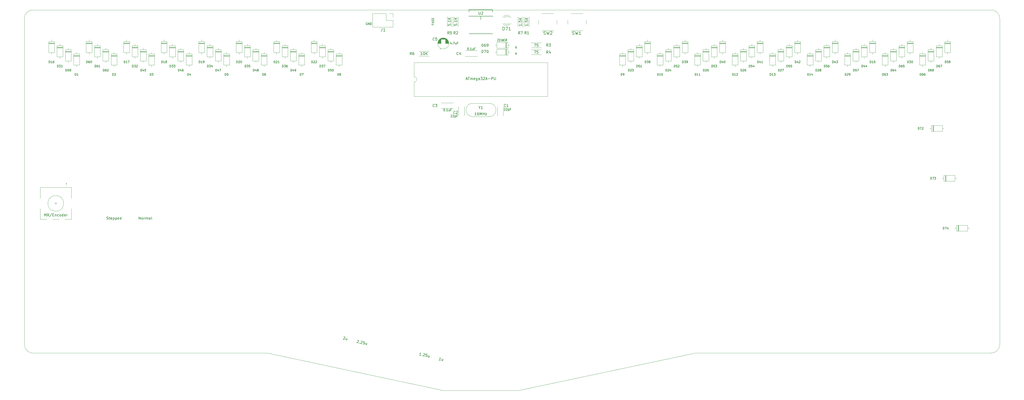
<source format=gbr>
%TF.GenerationSoftware,KiCad,Pcbnew,5.1.7-a382d34a8~88~ubuntu20.04.1*%
%TF.CreationDate,2021-03-29T21:25:24+02:00*%
%TF.ProjectId,basketweave,6261736b-6574-4776-9561-76652e6b6963,rev?*%
%TF.SameCoordinates,Original*%
%TF.FileFunction,Legend,Top*%
%TF.FilePolarity,Positive*%
%FSLAX46Y46*%
G04 Gerber Fmt 4.6, Leading zero omitted, Abs format (unit mm)*
G04 Created by KiCad (PCBNEW 5.1.7-a382d34a8~88~ubuntu20.04.1) date 2021-03-29 21:25:24*
%MOMM*%
%LPD*%
G01*
G04 APERTURE LIST*
%ADD10C,0.200000*%
%ADD11C,0.150000*%
%TA.AperFunction,Profile*%
%ADD12C,0.050000*%
%TD*%
%ADD13C,0.120000*%
G04 APERTURE END LIST*
D10*
X33028476Y-158884880D02*
X33028476Y-157884880D01*
X33361809Y-158599166D01*
X33695142Y-157884880D01*
X33695142Y-158884880D01*
X34076095Y-157884880D02*
X34742761Y-158884880D01*
X34742761Y-157884880D02*
X34076095Y-158884880D01*
X35838000Y-157837261D02*
X34980857Y-159122976D01*
X36171333Y-158361071D02*
X36504666Y-158361071D01*
X36647523Y-158884880D02*
X36171333Y-158884880D01*
X36171333Y-157884880D01*
X36647523Y-157884880D01*
X37076095Y-158218214D02*
X37076095Y-158884880D01*
X37076095Y-158313452D02*
X37123714Y-158265833D01*
X37218952Y-158218214D01*
X37361809Y-158218214D01*
X37457047Y-158265833D01*
X37504666Y-158361071D01*
X37504666Y-158884880D01*
X38409428Y-158837261D02*
X38314190Y-158884880D01*
X38123714Y-158884880D01*
X38028476Y-158837261D01*
X37980857Y-158789642D01*
X37933238Y-158694404D01*
X37933238Y-158408690D01*
X37980857Y-158313452D01*
X38028476Y-158265833D01*
X38123714Y-158218214D01*
X38314190Y-158218214D01*
X38409428Y-158265833D01*
X38980857Y-158884880D02*
X38885619Y-158837261D01*
X38838000Y-158789642D01*
X38790380Y-158694404D01*
X38790380Y-158408690D01*
X38838000Y-158313452D01*
X38885619Y-158265833D01*
X38980857Y-158218214D01*
X39123714Y-158218214D01*
X39218952Y-158265833D01*
X39266571Y-158313452D01*
X39314190Y-158408690D01*
X39314190Y-158694404D01*
X39266571Y-158789642D01*
X39218952Y-158837261D01*
X39123714Y-158884880D01*
X38980857Y-158884880D01*
X40171333Y-158884880D02*
X40171333Y-157884880D01*
X40171333Y-158837261D02*
X40076095Y-158884880D01*
X39885619Y-158884880D01*
X39790380Y-158837261D01*
X39742761Y-158789642D01*
X39695142Y-158694404D01*
X39695142Y-158408690D01*
X39742761Y-158313452D01*
X39790380Y-158265833D01*
X39885619Y-158218214D01*
X40076095Y-158218214D01*
X40171333Y-158265833D01*
X41028476Y-158837261D02*
X40933238Y-158884880D01*
X40742761Y-158884880D01*
X40647523Y-158837261D01*
X40599904Y-158742023D01*
X40599904Y-158361071D01*
X40647523Y-158265833D01*
X40742761Y-158218214D01*
X40933238Y-158218214D01*
X41028476Y-158265833D01*
X41076095Y-158361071D01*
X41076095Y-158456309D01*
X40599904Y-158551547D01*
X41504666Y-158884880D02*
X41504666Y-158218214D01*
X41504666Y-158408690D02*
X41552285Y-158313452D01*
X41599904Y-158265833D01*
X41695142Y-158218214D01*
X41790380Y-158218214D01*
X69008928Y-160123130D02*
X69008928Y-159123130D01*
X69580357Y-160123130D01*
X69580357Y-159123130D01*
X70199404Y-160123130D02*
X70104166Y-160075511D01*
X70056547Y-160027892D01*
X70008928Y-159932654D01*
X70008928Y-159646940D01*
X70056547Y-159551702D01*
X70104166Y-159504083D01*
X70199404Y-159456464D01*
X70342261Y-159456464D01*
X70437500Y-159504083D01*
X70485119Y-159551702D01*
X70532738Y-159646940D01*
X70532738Y-159932654D01*
X70485119Y-160027892D01*
X70437500Y-160075511D01*
X70342261Y-160123130D01*
X70199404Y-160123130D01*
X70961309Y-160123130D02*
X70961309Y-159456464D01*
X70961309Y-159646940D02*
X71008928Y-159551702D01*
X71056547Y-159504083D01*
X71151785Y-159456464D01*
X71247023Y-159456464D01*
X71580357Y-160123130D02*
X71580357Y-159456464D01*
X71580357Y-159551702D02*
X71627976Y-159504083D01*
X71723214Y-159456464D01*
X71866071Y-159456464D01*
X71961309Y-159504083D01*
X72008928Y-159599321D01*
X72008928Y-160123130D01*
X72008928Y-159599321D02*
X72056547Y-159504083D01*
X72151785Y-159456464D01*
X72294642Y-159456464D01*
X72389880Y-159504083D01*
X72437500Y-159599321D01*
X72437500Y-160123130D01*
X73342261Y-160123130D02*
X73342261Y-159599321D01*
X73294642Y-159504083D01*
X73199404Y-159456464D01*
X73008928Y-159456464D01*
X72913690Y-159504083D01*
X73342261Y-160075511D02*
X73247023Y-160123130D01*
X73008928Y-160123130D01*
X72913690Y-160075511D01*
X72866071Y-159980273D01*
X72866071Y-159885035D01*
X72913690Y-159789797D01*
X73008928Y-159742178D01*
X73247023Y-159742178D01*
X73342261Y-159694559D01*
X73961309Y-160123130D02*
X73866071Y-160075511D01*
X73818452Y-159980273D01*
X73818452Y-159123130D01*
X56745535Y-160075511D02*
X56888392Y-160123130D01*
X57126488Y-160123130D01*
X57221726Y-160075511D01*
X57269345Y-160027892D01*
X57316964Y-159932654D01*
X57316964Y-159837416D01*
X57269345Y-159742178D01*
X57221726Y-159694559D01*
X57126488Y-159646940D01*
X56936011Y-159599321D01*
X56840773Y-159551702D01*
X56793154Y-159504083D01*
X56745535Y-159408845D01*
X56745535Y-159313607D01*
X56793154Y-159218369D01*
X56840773Y-159170750D01*
X56936011Y-159123130D01*
X57174107Y-159123130D01*
X57316964Y-159170750D01*
X57602678Y-159456464D02*
X57983630Y-159456464D01*
X57745535Y-159123130D02*
X57745535Y-159980273D01*
X57793154Y-160075511D01*
X57888392Y-160123130D01*
X57983630Y-160123130D01*
X58697916Y-160075511D02*
X58602678Y-160123130D01*
X58412202Y-160123130D01*
X58316964Y-160075511D01*
X58269345Y-159980273D01*
X58269345Y-159599321D01*
X58316964Y-159504083D01*
X58412202Y-159456464D01*
X58602678Y-159456464D01*
X58697916Y-159504083D01*
X58745535Y-159599321D01*
X58745535Y-159694559D01*
X58269345Y-159789797D01*
X59174107Y-159456464D02*
X59174107Y-160456464D01*
X59174107Y-159504083D02*
X59269345Y-159456464D01*
X59459821Y-159456464D01*
X59555059Y-159504083D01*
X59602678Y-159551702D01*
X59650297Y-159646940D01*
X59650297Y-159932654D01*
X59602678Y-160027892D01*
X59555059Y-160075511D01*
X59459821Y-160123130D01*
X59269345Y-160123130D01*
X59174107Y-160075511D01*
X60078869Y-159456464D02*
X60078869Y-160456464D01*
X60078869Y-159504083D02*
X60174107Y-159456464D01*
X60364583Y-159456464D01*
X60459821Y-159504083D01*
X60507440Y-159551702D01*
X60555059Y-159646940D01*
X60555059Y-159932654D01*
X60507440Y-160027892D01*
X60459821Y-160075511D01*
X60364583Y-160123130D01*
X60174107Y-160123130D01*
X60078869Y-160075511D01*
X61364583Y-160075511D02*
X61269345Y-160123130D01*
X61078869Y-160123130D01*
X60983630Y-160075511D01*
X60936011Y-159980273D01*
X60936011Y-159599321D01*
X60983630Y-159504083D01*
X61078869Y-159456464D01*
X61269345Y-159456464D01*
X61364583Y-159504083D01*
X61412202Y-159599321D01*
X61412202Y-159694559D01*
X60936011Y-159789797D01*
X62269345Y-160123130D02*
X62269345Y-159123130D01*
X62269345Y-160075511D02*
X62174107Y-160123130D01*
X61983630Y-160123130D01*
X61888392Y-160075511D01*
X61840773Y-160027892D01*
X61793154Y-159932654D01*
X61793154Y-159646940D01*
X61840773Y-159551702D01*
X61888392Y-159504083D01*
X61983630Y-159456464D01*
X62174107Y-159456464D01*
X62269345Y-159504083D01*
X183892920Y-213926593D02*
X183333978Y-213807786D01*
X183613449Y-213867190D02*
X183821361Y-212889042D01*
X183698502Y-213008976D01*
X183585544Y-213082332D01*
X183482486Y-213109109D01*
X184869940Y-213452705D02*
X184731332Y-214104803D01*
X184450734Y-213363600D02*
X184341827Y-213875963D01*
X184368605Y-213979020D01*
X184451861Y-214045400D01*
X184591596Y-214075101D01*
X184694654Y-214048324D01*
X184751133Y-214011646D01*
X176378458Y-212091579D02*
X175819517Y-211972772D01*
X176098987Y-212032176D02*
X176306899Y-211054028D01*
X176184041Y-211173962D01*
X176071083Y-211247318D01*
X175968025Y-211274095D01*
X176817465Y-212087527D02*
X176854143Y-212144006D01*
X176797664Y-212180684D01*
X176760986Y-212124205D01*
X176817465Y-212087527D01*
X176797664Y-212180684D01*
X177404981Y-211384798D02*
X177461460Y-211348120D01*
X177564517Y-211321343D01*
X177797410Y-211370846D01*
X177880666Y-211437225D01*
X177917344Y-211493704D01*
X177944121Y-211596762D01*
X177924320Y-211689919D01*
X177848040Y-211819754D01*
X177170292Y-212259888D01*
X177775812Y-212388596D01*
X178868714Y-211598559D02*
X178402930Y-211499553D01*
X178257346Y-211955437D01*
X178313825Y-211918759D01*
X178416882Y-211891982D01*
X178649774Y-211941485D01*
X178733031Y-212007864D01*
X178769709Y-212064343D01*
X178796486Y-212167401D01*
X178746983Y-212400293D01*
X178680604Y-212483549D01*
X178624125Y-212520227D01*
X178521067Y-212547005D01*
X178288175Y-212497502D01*
X178204919Y-212431122D01*
X178168241Y-212374643D01*
X179684401Y-212112718D02*
X179545793Y-212764817D01*
X179265195Y-212023613D02*
X179156289Y-212535976D01*
X179183066Y-212639034D01*
X179266323Y-212705413D01*
X179406058Y-212735115D01*
X179509115Y-212708338D01*
X179565594Y-212671660D01*
X152195127Y-206325282D02*
X152251606Y-206288604D01*
X152354664Y-206261826D01*
X152587556Y-206311329D01*
X152670812Y-206377709D01*
X152707490Y-206434188D01*
X152734268Y-206537245D01*
X152714467Y-206630402D01*
X152638186Y-206760237D01*
X151960438Y-207200372D01*
X152565958Y-207329079D01*
X153004965Y-207325027D02*
X153041643Y-207381506D01*
X152985164Y-207418184D01*
X152948486Y-207361705D01*
X153004965Y-207325027D01*
X152985164Y-207418184D01*
X153592481Y-206622298D02*
X153648960Y-206585620D01*
X153752017Y-206558843D01*
X153984910Y-206608346D01*
X154068166Y-206674725D01*
X154104844Y-206731204D01*
X154131621Y-206834262D01*
X154111820Y-206927419D01*
X154035540Y-207057254D01*
X153357792Y-207497388D01*
X153963312Y-207626096D01*
X155056214Y-206836059D02*
X154590430Y-206737053D01*
X154444846Y-207192937D01*
X154501325Y-207156259D01*
X154604382Y-207129482D01*
X154837274Y-207178985D01*
X154920531Y-207245364D01*
X154957209Y-207301843D01*
X154983986Y-207404901D01*
X154934483Y-207637793D01*
X154868104Y-207721049D01*
X154811625Y-207757727D01*
X154708567Y-207784505D01*
X154475675Y-207735002D01*
X154392419Y-207668622D01*
X154355741Y-207612143D01*
X155871901Y-207350218D02*
X155733293Y-208002317D01*
X155452695Y-207261113D02*
X155343789Y-207773476D01*
X155370566Y-207876534D01*
X155453823Y-207942913D01*
X155593558Y-207972615D01*
X155696615Y-207945838D01*
X155753094Y-207909160D01*
X147009589Y-204985296D02*
X147066068Y-204948618D01*
X147169125Y-204921840D01*
X147402017Y-204971343D01*
X147485274Y-205037723D01*
X147521952Y-205094202D01*
X147548729Y-205197259D01*
X147528928Y-205290416D01*
X147452648Y-205420251D01*
X146774900Y-205860386D01*
X147380420Y-205989093D01*
X148357440Y-205515205D02*
X148218832Y-206167303D01*
X147938234Y-205426100D02*
X147829327Y-205938463D01*
X147856105Y-206041520D01*
X147939361Y-206107900D01*
X148079096Y-206137601D01*
X148182154Y-206110824D01*
X148238633Y-206074146D01*
D11*
X205581476Y-91255904D02*
X206114809Y-91255904D01*
X205581476Y-92055904D01*
X206114809Y-92055904D01*
X206419571Y-91636857D02*
X206686238Y-91636857D01*
X206800523Y-92055904D02*
X206419571Y-92055904D01*
X206419571Y-91255904D01*
X206800523Y-91255904D01*
X207143380Y-92055904D02*
X207143380Y-91255904D01*
X207600523Y-92055904D01*
X207600523Y-91255904D01*
X207981476Y-91636857D02*
X208248142Y-91636857D01*
X208362428Y-92055904D02*
X207981476Y-92055904D01*
X207981476Y-91255904D01*
X208362428Y-91255904D01*
X209162428Y-92055904D02*
X208895761Y-91674952D01*
X208705285Y-92055904D02*
X208705285Y-91255904D01*
X209010047Y-91255904D01*
X209086238Y-91294000D01*
X209124333Y-91332095D01*
X209162428Y-91408285D01*
X209162428Y-91522571D01*
X209124333Y-91598761D01*
X209086238Y-91636857D01*
X209010047Y-91674952D01*
X208705285Y-91674952D01*
D12*
X25400000Y-83343750D02*
G75*
G02*
X28575000Y-80168750I3175000J0D01*
G01*
D11*
X155949726Y-85039250D02*
X155873535Y-85001154D01*
X155759250Y-85001154D01*
X155644964Y-85039250D01*
X155568773Y-85115440D01*
X155530678Y-85191630D01*
X155492583Y-85344011D01*
X155492583Y-85458297D01*
X155530678Y-85610678D01*
X155568773Y-85686869D01*
X155644964Y-85763059D01*
X155759250Y-85801154D01*
X155835440Y-85801154D01*
X155949726Y-85763059D01*
X155987821Y-85724964D01*
X155987821Y-85458297D01*
X155835440Y-85458297D01*
X156330678Y-85801154D02*
X156330678Y-85001154D01*
X156787821Y-85801154D01*
X156787821Y-85001154D01*
X157168773Y-85801154D02*
X157168773Y-85001154D01*
X157359250Y-85001154D01*
X157473535Y-85039250D01*
X157549726Y-85115440D01*
X157587821Y-85191630D01*
X157625916Y-85344011D01*
X157625916Y-85458297D01*
X157587821Y-85610678D01*
X157549726Y-85686869D01*
X157473535Y-85763059D01*
X157359250Y-85801154D01*
X157168773Y-85801154D01*
D12*
X184943750Y-225425000D02*
X213518750Y-225425000D01*
X28575000Y-211137500D02*
G75*
G02*
X25400000Y-207962500I0J3175000D01*
G01*
X396875000Y-207962500D02*
G75*
G02*
X393700000Y-211137500I-3175000J0D01*
G01*
X393700000Y-80168750D02*
G75*
G02*
X396875000Y-83343750I0J-3175000D01*
G01*
X280987500Y-211137500D02*
X213518750Y-225425000D01*
X393700000Y-211137500D02*
X280987500Y-211137500D01*
X117824250Y-211137500D02*
X184943750Y-225425000D01*
X28575000Y-211137500D02*
X117824250Y-211137500D01*
X396875000Y-83343750D02*
X396875000Y-207962500D01*
X28575000Y-80168750D02*
X393700000Y-80168750D01*
X25400000Y-83343750D02*
X25400000Y-207962500D01*
D13*
X370815500Y-124229000D02*
X370815500Y-126469000D01*
X370815500Y-126469000D02*
X375055500Y-126469000D01*
X375055500Y-126469000D02*
X375055500Y-124229000D01*
X375055500Y-124229000D02*
X370815500Y-124229000D01*
X370165500Y-125349000D02*
X370815500Y-125349000D01*
X375705500Y-125349000D02*
X375055500Y-125349000D01*
X371535500Y-124229000D02*
X371535500Y-126469000D01*
X371655500Y-124229000D02*
X371655500Y-126469000D01*
X371415500Y-124229000D02*
X371415500Y-126469000D01*
X380404000Y-162329000D02*
X380404000Y-164569000D01*
X380404000Y-164569000D02*
X384644000Y-164569000D01*
X384644000Y-164569000D02*
X384644000Y-162329000D01*
X384644000Y-162329000D02*
X380404000Y-162329000D01*
X379754000Y-163449000D02*
X380404000Y-163449000D01*
X385294000Y-163449000D02*
X384644000Y-163449000D01*
X381124000Y-162329000D02*
X381124000Y-164569000D01*
X381244000Y-162329000D02*
X381244000Y-164569000D01*
X381004000Y-162329000D02*
X381004000Y-164569000D01*
X375578000Y-143279000D02*
X375578000Y-145519000D01*
X375578000Y-145519000D02*
X379818000Y-145519000D01*
X379818000Y-145519000D02*
X379818000Y-143279000D01*
X379818000Y-143279000D02*
X375578000Y-143279000D01*
X374928000Y-144399000D02*
X375578000Y-144399000D01*
X380468000Y-144399000D02*
X379818000Y-144399000D01*
X376298000Y-143279000D02*
X376298000Y-145519000D01*
X376418000Y-143279000D02*
X376418000Y-145519000D01*
X376178000Y-143279000D02*
X376178000Y-145519000D01*
X210633750Y-83057500D02*
X210633750Y-82901500D01*
X210633750Y-85373500D02*
X210633750Y-85217500D01*
X208032620Y-83057663D02*
G75*
G02*
X210114711Y-83057500I1041130J-1079837D01*
G01*
X208032620Y-85217337D02*
G75*
G03*
X210114711Y-85217500I1041130J1079837D01*
G01*
X207401415Y-83058892D02*
G75*
G02*
X210633750Y-82901984I1672335J-1078608D01*
G01*
X207401415Y-85216108D02*
G75*
G03*
X210633750Y-85373016I1672335J1078608D01*
G01*
D11*
X203856250Y-82550000D02*
X194606250Y-82550000D01*
X203706250Y-89210000D02*
X194756250Y-89210000D01*
X194751250Y-80800000D02*
X194756250Y-80040000D01*
X203706250Y-80040000D02*
X194756250Y-80040000D01*
X203706250Y-80040000D02*
X203711250Y-80800000D01*
X199231250Y-82550000D02*
X199231250Y-83820000D01*
D13*
X228206250Y-85550000D02*
X228206250Y-84050000D01*
X226956250Y-81550000D02*
X222456250Y-81550000D01*
X221206250Y-84050000D02*
X221206250Y-85550000D01*
X222456250Y-88050000D02*
X226956250Y-88050000D01*
X239318750Y-85550000D02*
X239318750Y-84050000D01*
X238068750Y-81550000D02*
X233568750Y-81550000D01*
X232318750Y-84050000D02*
X232318750Y-85550000D01*
X233568750Y-88050000D02*
X238068750Y-88050000D01*
X158023250Y-81517511D02*
X158023250Y-86717511D01*
X163163250Y-81517511D02*
X158023250Y-81517511D01*
X165763250Y-86717511D02*
X158023250Y-86717511D01*
X163163250Y-81517511D02*
X163163250Y-84117511D01*
X163163250Y-84117511D02*
X165763250Y-84117511D01*
X165763250Y-84117511D02*
X165763250Y-86717511D01*
X164433250Y-81517511D02*
X165763250Y-81517511D01*
X165763250Y-81517511D02*
X165763250Y-82847511D01*
X173803000Y-107680000D02*
X173803000Y-113140000D01*
X173803000Y-113140000D02*
X224723000Y-113140000D01*
X224723000Y-113140000D02*
X224723000Y-100220000D01*
X224723000Y-100220000D02*
X173803000Y-100220000D01*
X173803000Y-100220000D02*
X173803000Y-105680000D01*
X173803000Y-105680000D02*
G75*
G02*
X173803000Y-107680000I0J-1000000D01*
G01*
X197890000Y-97812250D02*
X193350000Y-97812250D01*
X197890000Y-95672250D02*
X193350000Y-95672250D01*
X197890000Y-97812250D02*
X197890000Y-97797250D01*
X197890000Y-95687250D02*
X197890000Y-95672250D01*
X193350000Y-97812250D02*
X193350000Y-97797250D01*
X193350000Y-95687250D02*
X193350000Y-95672250D01*
X209574500Y-94750750D02*
X209574500Y-92510750D01*
X209574500Y-92510750D02*
X205334500Y-92510750D01*
X205334500Y-92510750D02*
X205334500Y-94750750D01*
X205334500Y-94750750D02*
X209574500Y-94750750D01*
X210224500Y-93630750D02*
X209574500Y-93630750D01*
X204684500Y-93630750D02*
X205334500Y-93630750D01*
X208854500Y-94750750D02*
X208854500Y-92510750D01*
X208734500Y-94750750D02*
X208734500Y-92510750D01*
X208974500Y-94750750D02*
X208974500Y-92510750D01*
X188245000Y-82689000D02*
X188245000Y-86529000D01*
X186405000Y-82689000D02*
X186405000Y-86529000D01*
X190626250Y-82689000D02*
X190626250Y-86529000D01*
X188786250Y-82689000D02*
X188786250Y-86529000D01*
X207812500Y-117200250D02*
X207812500Y-120440250D01*
X205572500Y-117200250D02*
X205572500Y-120440250D01*
X207812500Y-117200250D02*
X207747500Y-117200250D01*
X205637500Y-117200250D02*
X205572500Y-117200250D01*
X207812500Y-120440250D02*
X207747500Y-120440250D01*
X205637500Y-120440250D02*
X205572500Y-120440250D01*
X213392500Y-86597250D02*
X213392500Y-82757250D01*
X215232500Y-86597250D02*
X215232500Y-82757250D01*
X222265000Y-97154250D02*
X218425000Y-97154250D01*
X222265000Y-95314250D02*
X218425000Y-95314250D01*
X222265000Y-94519000D02*
X218425000Y-94519000D01*
X222265000Y-92679000D02*
X218425000Y-92679000D01*
X209574500Y-97354250D02*
X209574500Y-95114250D01*
X209574500Y-95114250D02*
X205334500Y-95114250D01*
X205334500Y-95114250D02*
X205334500Y-97354250D01*
X205334500Y-97354250D02*
X209574500Y-97354250D01*
X210224500Y-96234250D02*
X209574500Y-96234250D01*
X204684500Y-96234250D02*
X205334500Y-96234250D01*
X208854500Y-97354250D02*
X208854500Y-95114250D01*
X208734500Y-97354250D02*
X208734500Y-95114250D01*
X208974500Y-97354250D02*
X208974500Y-95114250D01*
X188682500Y-117751250D02*
X184142500Y-117751250D01*
X188682500Y-115611250D02*
X184142500Y-115611250D01*
X188682500Y-117751250D02*
X188682500Y-117736250D01*
X188682500Y-115626250D02*
X188682500Y-115611250D01*
X184142500Y-117751250D02*
X184142500Y-117736250D01*
X184142500Y-115626250D02*
X184142500Y-115611250D01*
X192953500Y-117105000D02*
X192953500Y-120345000D01*
X190713500Y-117105000D02*
X190713500Y-120345000D01*
X192953500Y-117105000D02*
X192888500Y-117105000D01*
X190778500Y-117105000D02*
X190713500Y-117105000D01*
X192953500Y-120345000D02*
X192888500Y-120345000D01*
X190778500Y-120345000D02*
X190713500Y-120345000D01*
X202499500Y-120857250D02*
X196099500Y-120857250D01*
X202499500Y-115807250D02*
X196099500Y-115807250D01*
X202499500Y-115807250D02*
G75*
G02*
X202499500Y-120857250I0J-2525000D01*
G01*
X196099500Y-115807250D02*
G75*
G03*
X196099500Y-120857250I0J-2525000D01*
G01*
X40327200Y-154007200D02*
G75*
G03*
X40327200Y-154007200I-3000000J0D01*
G01*
X43227200Y-156007200D02*
X43227200Y-160107200D01*
X31427200Y-160107200D02*
X31427200Y-156007200D01*
X31427200Y-152007200D02*
X31427200Y-147907200D01*
X43227200Y-152007200D02*
X43227200Y-147907200D01*
X43227200Y-147907200D02*
X31427200Y-147907200D01*
X41127200Y-146507200D02*
X41427200Y-146207200D01*
X41427200Y-146207200D02*
X41427200Y-146807200D01*
X41427200Y-146807200D02*
X41127200Y-146507200D01*
X43227200Y-160107200D02*
X40827200Y-160107200D01*
X38627200Y-160107200D02*
X36027200Y-160107200D01*
X33827200Y-160107200D02*
X31427200Y-160107200D01*
X37827200Y-154007200D02*
X36827200Y-154007200D01*
X37327200Y-153507200D02*
X37327200Y-154507200D01*
X260676250Y-94365000D02*
X258436250Y-94365000D01*
X260676250Y-94605000D02*
X258436250Y-94605000D01*
X260676250Y-94485000D02*
X258436250Y-94485000D01*
X259556250Y-98655000D02*
X259556250Y-98005000D01*
X259556250Y-93115000D02*
X259556250Y-93765000D01*
X260676250Y-98005000D02*
X260676250Y-93765000D01*
X258436250Y-98005000D02*
X260676250Y-98005000D01*
X258436250Y-93765000D02*
X258436250Y-98005000D01*
X260676250Y-93765000D02*
X258436250Y-93765000D01*
X117801250Y-97540000D02*
X115561250Y-97540000D01*
X117801250Y-97780000D02*
X115561250Y-97780000D01*
X117801250Y-97660000D02*
X115561250Y-97660000D01*
X116681250Y-101830000D02*
X116681250Y-101180000D01*
X116681250Y-96290000D02*
X116681250Y-96940000D01*
X117801250Y-101180000D02*
X117801250Y-96940000D01*
X115561250Y-101180000D02*
X117801250Y-101180000D01*
X115561250Y-96940000D02*
X115561250Y-101180000D01*
X117801250Y-96940000D02*
X115561250Y-96940000D01*
X128913750Y-95952500D02*
X126673750Y-95952500D01*
X128913750Y-96192500D02*
X126673750Y-96192500D01*
X128913750Y-96072500D02*
X126673750Y-96072500D01*
X127793750Y-100242500D02*
X127793750Y-99592500D01*
X127793750Y-94702500D02*
X127793750Y-95352500D01*
X128913750Y-99592500D02*
X128913750Y-95352500D01*
X126673750Y-99592500D02*
X128913750Y-99592500D01*
X126673750Y-95352500D02*
X126673750Y-99592500D01*
X128913750Y-95352500D02*
X126673750Y-95352500D01*
X217613750Y-82757250D02*
X217613750Y-86597250D01*
X215773750Y-82757250D02*
X215773750Y-86597250D01*
X371801250Y-95952500D02*
X369561250Y-95952500D01*
X371801250Y-96192500D02*
X369561250Y-96192500D01*
X371801250Y-96072500D02*
X369561250Y-96072500D01*
X370681250Y-100242500D02*
X370681250Y-99592500D01*
X370681250Y-94702500D02*
X370681250Y-95352500D01*
X371801250Y-99592500D02*
X371801250Y-95352500D01*
X369561250Y-99592500D02*
X371801250Y-99592500D01*
X369561250Y-95352500D02*
X369561250Y-99592500D01*
X371801250Y-95352500D02*
X369561250Y-95352500D01*
X374976250Y-94365000D02*
X372736250Y-94365000D01*
X374976250Y-94605000D02*
X372736250Y-94605000D01*
X374976250Y-94485000D02*
X372736250Y-94485000D01*
X373856250Y-98655000D02*
X373856250Y-98005000D01*
X373856250Y-93115000D02*
X373856250Y-93765000D01*
X374976250Y-98005000D02*
X374976250Y-93765000D01*
X372736250Y-98005000D02*
X374976250Y-98005000D01*
X372736250Y-93765000D02*
X372736250Y-98005000D01*
X374976250Y-93765000D02*
X372736250Y-93765000D01*
X368626250Y-97540000D02*
X366386250Y-97540000D01*
X368626250Y-97780000D02*
X366386250Y-97780000D01*
X368626250Y-97660000D02*
X366386250Y-97660000D01*
X367506250Y-101830000D02*
X367506250Y-101180000D01*
X367506250Y-96290000D02*
X367506250Y-96940000D01*
X368626250Y-101180000D02*
X368626250Y-96940000D01*
X366386250Y-101180000D02*
X368626250Y-101180000D01*
X366386250Y-96940000D02*
X366386250Y-101180000D01*
X368626250Y-96940000D02*
X366386250Y-96940000D01*
X360688750Y-94365000D02*
X358448750Y-94365000D01*
X360688750Y-94605000D02*
X358448750Y-94605000D01*
X360688750Y-94485000D02*
X358448750Y-94485000D01*
X359568750Y-98655000D02*
X359568750Y-98005000D01*
X359568750Y-93115000D02*
X359568750Y-93765000D01*
X360688750Y-98005000D02*
X360688750Y-93765000D01*
X358448750Y-98005000D02*
X360688750Y-98005000D01*
X358448750Y-93765000D02*
X358448750Y-98005000D01*
X360688750Y-93765000D02*
X358448750Y-93765000D01*
X357513750Y-95952500D02*
X355273750Y-95952500D01*
X357513750Y-96192500D02*
X355273750Y-96192500D01*
X357513750Y-96072500D02*
X355273750Y-96072500D01*
X356393750Y-100242500D02*
X356393750Y-99592500D01*
X356393750Y-94702500D02*
X356393750Y-95352500D01*
X357513750Y-99592500D02*
X357513750Y-95352500D01*
X355273750Y-99592500D02*
X357513750Y-99592500D01*
X355273750Y-95352500D02*
X355273750Y-99592500D01*
X357513750Y-95352500D02*
X355273750Y-95352500D01*
X354338750Y-97540000D02*
X352098750Y-97540000D01*
X354338750Y-97780000D02*
X352098750Y-97780000D01*
X354338750Y-97660000D02*
X352098750Y-97660000D01*
X353218750Y-101830000D02*
X353218750Y-101180000D01*
X353218750Y-96290000D02*
X353218750Y-96940000D01*
X354338750Y-101180000D02*
X354338750Y-96940000D01*
X352098750Y-101180000D02*
X354338750Y-101180000D01*
X352098750Y-96940000D02*
X352098750Y-101180000D01*
X354338750Y-96940000D02*
X352098750Y-96940000D01*
X57476250Y-95952500D02*
X55236250Y-95952500D01*
X57476250Y-96192500D02*
X55236250Y-96192500D01*
X57476250Y-96072500D02*
X55236250Y-96072500D01*
X56356250Y-100242500D02*
X56356250Y-99592500D01*
X56356250Y-94702500D02*
X56356250Y-95352500D01*
X57476250Y-99592500D02*
X57476250Y-95352500D01*
X55236250Y-99592500D02*
X57476250Y-99592500D01*
X55236250Y-95352500D02*
X55236250Y-99592500D01*
X57476250Y-95352500D02*
X55236250Y-95352500D01*
X54301250Y-94365000D02*
X52061250Y-94365000D01*
X54301250Y-94605000D02*
X52061250Y-94605000D01*
X54301250Y-94485000D02*
X52061250Y-94485000D01*
X53181250Y-98655000D02*
X53181250Y-98005000D01*
X53181250Y-93115000D02*
X53181250Y-93765000D01*
X54301250Y-98005000D02*
X54301250Y-93765000D01*
X52061250Y-98005000D02*
X54301250Y-98005000D01*
X52061250Y-93765000D02*
X52061250Y-98005000D01*
X54301250Y-93765000D02*
X52061250Y-93765000D01*
X51126250Y-92777500D02*
X48886250Y-92777500D01*
X51126250Y-93017500D02*
X48886250Y-93017500D01*
X51126250Y-92897500D02*
X48886250Y-92897500D01*
X50006250Y-97067500D02*
X50006250Y-96417500D01*
X50006250Y-91527500D02*
X50006250Y-92177500D01*
X51126250Y-96417500D02*
X51126250Y-92177500D01*
X48886250Y-96417500D02*
X51126250Y-96417500D01*
X48886250Y-92177500D02*
X48886250Y-96417500D01*
X51126250Y-92177500D02*
X48886250Y-92177500D01*
X43188750Y-95952500D02*
X40948750Y-95952500D01*
X43188750Y-96192500D02*
X40948750Y-96192500D01*
X43188750Y-96072500D02*
X40948750Y-96072500D01*
X42068750Y-100242500D02*
X42068750Y-99592500D01*
X42068750Y-94702500D02*
X42068750Y-95352500D01*
X43188750Y-99592500D02*
X43188750Y-95352500D01*
X40948750Y-99592500D02*
X43188750Y-99592500D01*
X40948750Y-95352500D02*
X40948750Y-99592500D01*
X43188750Y-95352500D02*
X40948750Y-95352500D01*
X378151250Y-92777500D02*
X375911250Y-92777500D01*
X378151250Y-93017500D02*
X375911250Y-93017500D01*
X378151250Y-92897500D02*
X375911250Y-92897500D01*
X377031250Y-97067500D02*
X377031250Y-96417500D01*
X377031250Y-91527500D02*
X377031250Y-92177500D01*
X378151250Y-96417500D02*
X378151250Y-92177500D01*
X375911250Y-96417500D02*
X378151250Y-96417500D01*
X375911250Y-92177500D02*
X375911250Y-96417500D01*
X378151250Y-92177500D02*
X375911250Y-92177500D01*
X343226250Y-95952500D02*
X340986250Y-95952500D01*
X343226250Y-96192500D02*
X340986250Y-96192500D01*
X343226250Y-96072500D02*
X340986250Y-96072500D01*
X342106250Y-100242500D02*
X342106250Y-99592500D01*
X342106250Y-94702500D02*
X342106250Y-95352500D01*
X343226250Y-99592500D02*
X343226250Y-95352500D01*
X340986250Y-99592500D02*
X343226250Y-99592500D01*
X340986250Y-95352500D02*
X340986250Y-99592500D01*
X343226250Y-95352500D02*
X340986250Y-95352500D01*
X332113750Y-94365000D02*
X329873750Y-94365000D01*
X332113750Y-94605000D02*
X329873750Y-94605000D01*
X332113750Y-94485000D02*
X329873750Y-94485000D01*
X330993750Y-98655000D02*
X330993750Y-98005000D01*
X330993750Y-93115000D02*
X330993750Y-93765000D01*
X332113750Y-98005000D02*
X332113750Y-93765000D01*
X329873750Y-98005000D02*
X332113750Y-98005000D01*
X329873750Y-93765000D02*
X329873750Y-98005000D01*
X332113750Y-93765000D02*
X329873750Y-93765000D01*
X317826250Y-94365000D02*
X315586250Y-94365000D01*
X317826250Y-94605000D02*
X315586250Y-94605000D01*
X317826250Y-94485000D02*
X315586250Y-94485000D01*
X316706250Y-98655000D02*
X316706250Y-98005000D01*
X316706250Y-93115000D02*
X316706250Y-93765000D01*
X317826250Y-98005000D02*
X317826250Y-93765000D01*
X315586250Y-98005000D02*
X317826250Y-98005000D01*
X315586250Y-93765000D02*
X315586250Y-98005000D01*
X317826250Y-93765000D02*
X315586250Y-93765000D01*
X303538750Y-94365000D02*
X301298750Y-94365000D01*
X303538750Y-94605000D02*
X301298750Y-94605000D01*
X303538750Y-94485000D02*
X301298750Y-94485000D01*
X302418750Y-98655000D02*
X302418750Y-98005000D01*
X302418750Y-93115000D02*
X302418750Y-93765000D01*
X303538750Y-98005000D02*
X303538750Y-93765000D01*
X301298750Y-98005000D02*
X303538750Y-98005000D01*
X301298750Y-93765000D02*
X301298750Y-98005000D01*
X303538750Y-93765000D02*
X301298750Y-93765000D01*
X289251250Y-94365000D02*
X287011250Y-94365000D01*
X289251250Y-94605000D02*
X287011250Y-94605000D01*
X289251250Y-94485000D02*
X287011250Y-94485000D01*
X288131250Y-98655000D02*
X288131250Y-98005000D01*
X288131250Y-93115000D02*
X288131250Y-93765000D01*
X289251250Y-98005000D02*
X289251250Y-93765000D01*
X287011250Y-98005000D02*
X289251250Y-98005000D01*
X287011250Y-93765000D02*
X287011250Y-98005000D01*
X289251250Y-93765000D02*
X287011250Y-93765000D01*
X274963750Y-94365000D02*
X272723750Y-94365000D01*
X274963750Y-94605000D02*
X272723750Y-94605000D01*
X274963750Y-94485000D02*
X272723750Y-94485000D01*
X273843750Y-98655000D02*
X273843750Y-98005000D01*
X273843750Y-93115000D02*
X273843750Y-93765000D01*
X274963750Y-98005000D02*
X274963750Y-93765000D01*
X272723750Y-98005000D02*
X274963750Y-98005000D01*
X272723750Y-93765000D02*
X272723750Y-98005000D01*
X274963750Y-93765000D02*
X272723750Y-93765000D01*
X143201250Y-95952500D02*
X140961250Y-95952500D01*
X143201250Y-96192500D02*
X140961250Y-96192500D01*
X143201250Y-96072500D02*
X140961250Y-96072500D01*
X142081250Y-100242500D02*
X142081250Y-99592500D01*
X142081250Y-94702500D02*
X142081250Y-95352500D01*
X143201250Y-99592500D02*
X143201250Y-95352500D01*
X140961250Y-99592500D02*
X143201250Y-99592500D01*
X140961250Y-95352500D02*
X140961250Y-99592500D01*
X143201250Y-95352500D02*
X140961250Y-95352500D01*
X114626250Y-95352500D02*
X112386250Y-95352500D01*
X112386250Y-95352500D02*
X112386250Y-99592500D01*
X112386250Y-99592500D02*
X114626250Y-99592500D01*
X114626250Y-99592500D02*
X114626250Y-95352500D01*
X113506250Y-94702500D02*
X113506250Y-95352500D01*
X113506250Y-100242500D02*
X113506250Y-99592500D01*
X114626250Y-96072500D02*
X112386250Y-96072500D01*
X114626250Y-96192500D02*
X112386250Y-96192500D01*
X114626250Y-95952500D02*
X112386250Y-95952500D01*
X100338750Y-95952500D02*
X98098750Y-95952500D01*
X100338750Y-96192500D02*
X98098750Y-96192500D01*
X100338750Y-96072500D02*
X98098750Y-96072500D01*
X99218750Y-100242500D02*
X99218750Y-99592500D01*
X99218750Y-94702500D02*
X99218750Y-95352500D01*
X100338750Y-99592500D02*
X100338750Y-95352500D01*
X98098750Y-99592500D02*
X100338750Y-99592500D01*
X98098750Y-95352500D02*
X98098750Y-99592500D01*
X100338750Y-95352500D02*
X98098750Y-95352500D01*
X86051250Y-95952500D02*
X83811250Y-95952500D01*
X86051250Y-96192500D02*
X83811250Y-96192500D01*
X86051250Y-96072500D02*
X83811250Y-96072500D01*
X84931250Y-100242500D02*
X84931250Y-99592500D01*
X84931250Y-94702500D02*
X84931250Y-95352500D01*
X86051250Y-99592500D02*
X86051250Y-95352500D01*
X83811250Y-99592500D02*
X86051250Y-99592500D01*
X83811250Y-95352500D02*
X83811250Y-99592500D01*
X86051250Y-95352500D02*
X83811250Y-95352500D01*
X71763750Y-95952500D02*
X69523750Y-95952500D01*
X71763750Y-96192500D02*
X69523750Y-96192500D01*
X71763750Y-96072500D02*
X69523750Y-96072500D01*
X70643750Y-100242500D02*
X70643750Y-99592500D01*
X70643750Y-94702500D02*
X70643750Y-95352500D01*
X71763750Y-99592500D02*
X71763750Y-95352500D01*
X69523750Y-99592500D02*
X71763750Y-99592500D01*
X69523750Y-95352500D02*
X69523750Y-99592500D01*
X71763750Y-95352500D02*
X69523750Y-95352500D01*
X346401250Y-94365000D02*
X344161250Y-94365000D01*
X346401250Y-94605000D02*
X344161250Y-94605000D01*
X346401250Y-94485000D02*
X344161250Y-94485000D01*
X345281250Y-98655000D02*
X345281250Y-98005000D01*
X345281250Y-93115000D02*
X345281250Y-93765000D01*
X346401250Y-98005000D02*
X346401250Y-93765000D01*
X344161250Y-98005000D02*
X346401250Y-98005000D01*
X344161250Y-93765000D02*
X344161250Y-98005000D01*
X346401250Y-93765000D02*
X344161250Y-93765000D01*
X335288750Y-92777500D02*
X333048750Y-92777500D01*
X335288750Y-93017500D02*
X333048750Y-93017500D01*
X335288750Y-92897500D02*
X333048750Y-92897500D01*
X334168750Y-97067500D02*
X334168750Y-96417500D01*
X334168750Y-91527500D02*
X334168750Y-92177500D01*
X335288750Y-96417500D02*
X335288750Y-92177500D01*
X333048750Y-96417500D02*
X335288750Y-96417500D01*
X333048750Y-92177500D02*
X333048750Y-96417500D01*
X335288750Y-92177500D02*
X333048750Y-92177500D01*
X321001250Y-92777500D02*
X318761250Y-92777500D01*
X321001250Y-93017500D02*
X318761250Y-93017500D01*
X321001250Y-92897500D02*
X318761250Y-92897500D01*
X319881250Y-97067500D02*
X319881250Y-96417500D01*
X319881250Y-91527500D02*
X319881250Y-92177500D01*
X321001250Y-96417500D02*
X321001250Y-92177500D01*
X318761250Y-96417500D02*
X321001250Y-96417500D01*
X318761250Y-92177500D02*
X318761250Y-96417500D01*
X321001250Y-92177500D02*
X318761250Y-92177500D01*
X306713750Y-92777500D02*
X304473750Y-92777500D01*
X306713750Y-93017500D02*
X304473750Y-93017500D01*
X306713750Y-92897500D02*
X304473750Y-92897500D01*
X305593750Y-97067500D02*
X305593750Y-96417500D01*
X305593750Y-91527500D02*
X305593750Y-92177500D01*
X306713750Y-96417500D02*
X306713750Y-92177500D01*
X304473750Y-96417500D02*
X306713750Y-96417500D01*
X304473750Y-92177500D02*
X304473750Y-96417500D01*
X306713750Y-92177500D02*
X304473750Y-92177500D01*
X292426250Y-92777500D02*
X290186250Y-92777500D01*
X292426250Y-93017500D02*
X290186250Y-93017500D01*
X292426250Y-92897500D02*
X290186250Y-92897500D01*
X291306250Y-97067500D02*
X291306250Y-96417500D01*
X291306250Y-91527500D02*
X291306250Y-92177500D01*
X292426250Y-96417500D02*
X292426250Y-92177500D01*
X290186250Y-96417500D02*
X292426250Y-96417500D01*
X290186250Y-92177500D02*
X290186250Y-96417500D01*
X292426250Y-92177500D02*
X290186250Y-92177500D01*
X278138750Y-92777500D02*
X275898750Y-92777500D01*
X278138750Y-93017500D02*
X275898750Y-93017500D01*
X278138750Y-92897500D02*
X275898750Y-92897500D01*
X277018750Y-97067500D02*
X277018750Y-96417500D01*
X277018750Y-91527500D02*
X277018750Y-92177500D01*
X278138750Y-96417500D02*
X278138750Y-92177500D01*
X275898750Y-96417500D02*
X278138750Y-96417500D01*
X275898750Y-92177500D02*
X275898750Y-96417500D01*
X278138750Y-92177500D02*
X275898750Y-92177500D01*
X263851250Y-92777500D02*
X261611250Y-92777500D01*
X263851250Y-93017500D02*
X261611250Y-93017500D01*
X263851250Y-92897500D02*
X261611250Y-92897500D01*
X262731250Y-97067500D02*
X262731250Y-96417500D01*
X262731250Y-91527500D02*
X262731250Y-92177500D01*
X263851250Y-96417500D02*
X263851250Y-92177500D01*
X261611250Y-96417500D02*
X263851250Y-96417500D01*
X261611250Y-92177500D02*
X261611250Y-96417500D01*
X263851250Y-92177500D02*
X261611250Y-92177500D01*
X140026250Y-94365000D02*
X137786250Y-94365000D01*
X140026250Y-94605000D02*
X137786250Y-94605000D01*
X140026250Y-94485000D02*
X137786250Y-94485000D01*
X138906250Y-98655000D02*
X138906250Y-98005000D01*
X138906250Y-93115000D02*
X138906250Y-93765000D01*
X140026250Y-98005000D02*
X140026250Y-93765000D01*
X137786250Y-98005000D02*
X140026250Y-98005000D01*
X137786250Y-93765000D02*
X137786250Y-98005000D01*
X140026250Y-93765000D02*
X137786250Y-93765000D01*
X125738750Y-94365000D02*
X123498750Y-94365000D01*
X125738750Y-94605000D02*
X123498750Y-94605000D01*
X125738750Y-94485000D02*
X123498750Y-94485000D01*
X124618750Y-98655000D02*
X124618750Y-98005000D01*
X124618750Y-93115000D02*
X124618750Y-93765000D01*
X125738750Y-98005000D02*
X125738750Y-93765000D01*
X123498750Y-98005000D02*
X125738750Y-98005000D01*
X123498750Y-93765000D02*
X123498750Y-98005000D01*
X125738750Y-93765000D02*
X123498750Y-93765000D01*
X111451250Y-94365000D02*
X109211250Y-94365000D01*
X111451250Y-94605000D02*
X109211250Y-94605000D01*
X111451250Y-94485000D02*
X109211250Y-94485000D01*
X110331250Y-98655000D02*
X110331250Y-98005000D01*
X110331250Y-93115000D02*
X110331250Y-93765000D01*
X111451250Y-98005000D02*
X111451250Y-93765000D01*
X109211250Y-98005000D02*
X111451250Y-98005000D01*
X109211250Y-93765000D02*
X109211250Y-98005000D01*
X111451250Y-93765000D02*
X109211250Y-93765000D01*
X97163750Y-94365000D02*
X94923750Y-94365000D01*
X97163750Y-94605000D02*
X94923750Y-94605000D01*
X97163750Y-94485000D02*
X94923750Y-94485000D01*
X96043750Y-98655000D02*
X96043750Y-98005000D01*
X96043750Y-93115000D02*
X96043750Y-93765000D01*
X97163750Y-98005000D02*
X97163750Y-93765000D01*
X94923750Y-98005000D02*
X97163750Y-98005000D01*
X94923750Y-93765000D02*
X94923750Y-98005000D01*
X97163750Y-93765000D02*
X94923750Y-93765000D01*
X82876250Y-94365000D02*
X80636250Y-94365000D01*
X82876250Y-94605000D02*
X80636250Y-94605000D01*
X82876250Y-94485000D02*
X80636250Y-94485000D01*
X81756250Y-98655000D02*
X81756250Y-98005000D01*
X81756250Y-93115000D02*
X81756250Y-93765000D01*
X82876250Y-98005000D02*
X82876250Y-93765000D01*
X80636250Y-98005000D02*
X82876250Y-98005000D01*
X80636250Y-93765000D02*
X80636250Y-98005000D01*
X82876250Y-93765000D02*
X80636250Y-93765000D01*
X68588750Y-94365000D02*
X66348750Y-94365000D01*
X68588750Y-94605000D02*
X66348750Y-94605000D01*
X68588750Y-94485000D02*
X66348750Y-94485000D01*
X67468750Y-98655000D02*
X67468750Y-98005000D01*
X67468750Y-93115000D02*
X67468750Y-93765000D01*
X68588750Y-98005000D02*
X68588750Y-93765000D01*
X66348750Y-98005000D02*
X68588750Y-98005000D01*
X66348750Y-93765000D02*
X66348750Y-98005000D01*
X68588750Y-93765000D02*
X66348750Y-93765000D01*
X40013750Y-94365000D02*
X37773750Y-94365000D01*
X40013750Y-94605000D02*
X37773750Y-94605000D01*
X40013750Y-94485000D02*
X37773750Y-94485000D01*
X38893750Y-98655000D02*
X38893750Y-98005000D01*
X38893750Y-93115000D02*
X38893750Y-93765000D01*
X40013750Y-98005000D02*
X40013750Y-93765000D01*
X37773750Y-98005000D02*
X40013750Y-98005000D01*
X37773750Y-93765000D02*
X37773750Y-98005000D01*
X40013750Y-93765000D02*
X37773750Y-93765000D01*
X363863750Y-92777500D02*
X361623750Y-92777500D01*
X363863750Y-93017500D02*
X361623750Y-93017500D01*
X363863750Y-92897500D02*
X361623750Y-92897500D01*
X362743750Y-97067500D02*
X362743750Y-96417500D01*
X362743750Y-91527500D02*
X362743750Y-92177500D01*
X363863750Y-96417500D02*
X363863750Y-92177500D01*
X361623750Y-96417500D02*
X363863750Y-96417500D01*
X361623750Y-92177500D02*
X361623750Y-96417500D01*
X363863750Y-92177500D02*
X361623750Y-92177500D01*
X340051250Y-97540000D02*
X337811250Y-97540000D01*
X340051250Y-97780000D02*
X337811250Y-97780000D01*
X340051250Y-97660000D02*
X337811250Y-97660000D01*
X338931250Y-101830000D02*
X338931250Y-101180000D01*
X338931250Y-96290000D02*
X338931250Y-96940000D01*
X340051250Y-101180000D02*
X340051250Y-96940000D01*
X337811250Y-101180000D02*
X340051250Y-101180000D01*
X337811250Y-96940000D02*
X337811250Y-101180000D01*
X340051250Y-96940000D02*
X337811250Y-96940000D01*
X328938750Y-95952500D02*
X326698750Y-95952500D01*
X328938750Y-96192500D02*
X326698750Y-96192500D01*
X328938750Y-96072500D02*
X326698750Y-96072500D01*
X327818750Y-100242500D02*
X327818750Y-99592500D01*
X327818750Y-94702500D02*
X327818750Y-95352500D01*
X328938750Y-99592500D02*
X328938750Y-95352500D01*
X326698750Y-99592500D02*
X328938750Y-99592500D01*
X326698750Y-95352500D02*
X326698750Y-99592500D01*
X328938750Y-95352500D02*
X326698750Y-95352500D01*
X314651250Y-95952500D02*
X312411250Y-95952500D01*
X314651250Y-96192500D02*
X312411250Y-96192500D01*
X314651250Y-96072500D02*
X312411250Y-96072500D01*
X313531250Y-100242500D02*
X313531250Y-99592500D01*
X313531250Y-94702500D02*
X313531250Y-95352500D01*
X314651250Y-99592500D02*
X314651250Y-95352500D01*
X312411250Y-99592500D02*
X314651250Y-99592500D01*
X312411250Y-95352500D02*
X312411250Y-99592500D01*
X314651250Y-95352500D02*
X312411250Y-95352500D01*
X300363750Y-95952500D02*
X298123750Y-95952500D01*
X300363750Y-96192500D02*
X298123750Y-96192500D01*
X300363750Y-96072500D02*
X298123750Y-96072500D01*
X299243750Y-100242500D02*
X299243750Y-99592500D01*
X299243750Y-94702500D02*
X299243750Y-95352500D01*
X300363750Y-99592500D02*
X300363750Y-95352500D01*
X298123750Y-99592500D02*
X300363750Y-99592500D01*
X298123750Y-95352500D02*
X298123750Y-99592500D01*
X300363750Y-95352500D02*
X298123750Y-95352500D01*
X286076250Y-95952500D02*
X283836250Y-95952500D01*
X286076250Y-96192500D02*
X283836250Y-96192500D01*
X286076250Y-96072500D02*
X283836250Y-96072500D01*
X284956250Y-100242500D02*
X284956250Y-99592500D01*
X284956250Y-94702500D02*
X284956250Y-95352500D01*
X286076250Y-99592500D02*
X286076250Y-95352500D01*
X283836250Y-99592500D02*
X286076250Y-99592500D01*
X283836250Y-95352500D02*
X283836250Y-99592500D01*
X286076250Y-95352500D02*
X283836250Y-95352500D01*
X271788750Y-95952500D02*
X269548750Y-95952500D01*
X271788750Y-96192500D02*
X269548750Y-96192500D01*
X271788750Y-96072500D02*
X269548750Y-96072500D01*
X270668750Y-100242500D02*
X270668750Y-99592500D01*
X270668750Y-94702500D02*
X270668750Y-95352500D01*
X271788750Y-99592500D02*
X271788750Y-95352500D01*
X269548750Y-99592500D02*
X271788750Y-99592500D01*
X269548750Y-95352500D02*
X269548750Y-99592500D01*
X271788750Y-95352500D02*
X269548750Y-95352500D01*
X257501250Y-95952500D02*
X255261250Y-95952500D01*
X257501250Y-96192500D02*
X255261250Y-96192500D01*
X257501250Y-96072500D02*
X255261250Y-96072500D01*
X256381250Y-100242500D02*
X256381250Y-99592500D01*
X256381250Y-94702500D02*
X256381250Y-95352500D01*
X257501250Y-99592500D02*
X257501250Y-95352500D01*
X255261250Y-99592500D02*
X257501250Y-99592500D01*
X255261250Y-95352500D02*
X255261250Y-99592500D01*
X257501250Y-95352500D02*
X255261250Y-95352500D01*
X136851250Y-92777500D02*
X134611250Y-92777500D01*
X136851250Y-93017500D02*
X134611250Y-93017500D01*
X136851250Y-92897500D02*
X134611250Y-92897500D01*
X135731250Y-97067500D02*
X135731250Y-96417500D01*
X135731250Y-91527500D02*
X135731250Y-92177500D01*
X136851250Y-96417500D02*
X136851250Y-92177500D01*
X134611250Y-96417500D02*
X136851250Y-96417500D01*
X134611250Y-92177500D02*
X134611250Y-96417500D01*
X136851250Y-92177500D02*
X134611250Y-92177500D01*
X122563750Y-92777500D02*
X120323750Y-92777500D01*
X122563750Y-93017500D02*
X120323750Y-93017500D01*
X122563750Y-92897500D02*
X120323750Y-92897500D01*
X121443750Y-97067500D02*
X121443750Y-96417500D01*
X121443750Y-91527500D02*
X121443750Y-92177500D01*
X122563750Y-96417500D02*
X122563750Y-92177500D01*
X120323750Y-96417500D02*
X122563750Y-96417500D01*
X120323750Y-92177500D02*
X120323750Y-96417500D01*
X122563750Y-92177500D02*
X120323750Y-92177500D01*
X108276250Y-92777500D02*
X106036250Y-92777500D01*
X108276250Y-93017500D02*
X106036250Y-93017500D01*
X108276250Y-92897500D02*
X106036250Y-92897500D01*
X107156250Y-97067500D02*
X107156250Y-96417500D01*
X107156250Y-91527500D02*
X107156250Y-92177500D01*
X108276250Y-96417500D02*
X108276250Y-92177500D01*
X106036250Y-96417500D02*
X108276250Y-96417500D01*
X106036250Y-92177500D02*
X106036250Y-96417500D01*
X108276250Y-92177500D02*
X106036250Y-92177500D01*
X93988750Y-92777500D02*
X91748750Y-92777500D01*
X93988750Y-93017500D02*
X91748750Y-93017500D01*
X93988750Y-92897500D02*
X91748750Y-92897500D01*
X92868750Y-97067500D02*
X92868750Y-96417500D01*
X92868750Y-91527500D02*
X92868750Y-92177500D01*
X93988750Y-96417500D02*
X93988750Y-92177500D01*
X91748750Y-96417500D02*
X93988750Y-96417500D01*
X91748750Y-92177500D02*
X91748750Y-96417500D01*
X93988750Y-92177500D02*
X91748750Y-92177500D01*
X79701250Y-92777500D02*
X77461250Y-92777500D01*
X79701250Y-93017500D02*
X77461250Y-93017500D01*
X79701250Y-92897500D02*
X77461250Y-92897500D01*
X78581250Y-97067500D02*
X78581250Y-96417500D01*
X78581250Y-91527500D02*
X78581250Y-92177500D01*
X79701250Y-96417500D02*
X79701250Y-92177500D01*
X77461250Y-96417500D02*
X79701250Y-96417500D01*
X77461250Y-92177500D02*
X77461250Y-96417500D01*
X79701250Y-92177500D02*
X77461250Y-92177500D01*
X65413750Y-92177500D02*
X63173750Y-92177500D01*
X63173750Y-92177500D02*
X63173750Y-96417500D01*
X63173750Y-96417500D02*
X65413750Y-96417500D01*
X65413750Y-96417500D02*
X65413750Y-92177500D01*
X64293750Y-91527500D02*
X64293750Y-92177500D01*
X64293750Y-97067500D02*
X64293750Y-96417500D01*
X65413750Y-92897500D02*
X63173750Y-92897500D01*
X65413750Y-93017500D02*
X63173750Y-93017500D01*
X65413750Y-92777500D02*
X63173750Y-92777500D01*
X36838750Y-92177500D02*
X34598750Y-92177500D01*
X34598750Y-92177500D02*
X34598750Y-96417500D01*
X34598750Y-96417500D02*
X36838750Y-96417500D01*
X36838750Y-96417500D02*
X36838750Y-92177500D01*
X35718750Y-91527500D02*
X35718750Y-92177500D01*
X35718750Y-97067500D02*
X35718750Y-96417500D01*
X36838750Y-92897500D02*
X34598750Y-92897500D01*
X36838750Y-93017500D02*
X34598750Y-93017500D01*
X36838750Y-92777500D02*
X34598750Y-92777500D01*
X349576250Y-92777500D02*
X347336250Y-92777500D01*
X349576250Y-93017500D02*
X347336250Y-93017500D01*
X349576250Y-92897500D02*
X347336250Y-92897500D01*
X348456250Y-97067500D02*
X348456250Y-96417500D01*
X348456250Y-91527500D02*
X348456250Y-92177500D01*
X349576250Y-96417500D02*
X349576250Y-92177500D01*
X347336250Y-96417500D02*
X349576250Y-96417500D01*
X347336250Y-92177500D02*
X347336250Y-96417500D01*
X349576250Y-92177500D02*
X347336250Y-92177500D01*
X325763750Y-97540000D02*
X323523750Y-97540000D01*
X325763750Y-97780000D02*
X323523750Y-97780000D01*
X325763750Y-97660000D02*
X323523750Y-97660000D01*
X324643750Y-101830000D02*
X324643750Y-101180000D01*
X324643750Y-96290000D02*
X324643750Y-96940000D01*
X325763750Y-101180000D02*
X325763750Y-96940000D01*
X323523750Y-101180000D02*
X325763750Y-101180000D01*
X323523750Y-96940000D02*
X323523750Y-101180000D01*
X325763750Y-96940000D02*
X323523750Y-96940000D01*
X311476250Y-97540000D02*
X309236250Y-97540000D01*
X311476250Y-97780000D02*
X309236250Y-97780000D01*
X311476250Y-97660000D02*
X309236250Y-97660000D01*
X310356250Y-101830000D02*
X310356250Y-101180000D01*
X310356250Y-96290000D02*
X310356250Y-96940000D01*
X311476250Y-101180000D02*
X311476250Y-96940000D01*
X309236250Y-101180000D02*
X311476250Y-101180000D01*
X309236250Y-96940000D02*
X309236250Y-101180000D01*
X311476250Y-96940000D02*
X309236250Y-96940000D01*
X297188750Y-97540000D02*
X294948750Y-97540000D01*
X297188750Y-97780000D02*
X294948750Y-97780000D01*
X297188750Y-97660000D02*
X294948750Y-97660000D01*
X296068750Y-101830000D02*
X296068750Y-101180000D01*
X296068750Y-96290000D02*
X296068750Y-96940000D01*
X297188750Y-101180000D02*
X297188750Y-96940000D01*
X294948750Y-101180000D02*
X297188750Y-101180000D01*
X294948750Y-96940000D02*
X294948750Y-101180000D01*
X297188750Y-96940000D02*
X294948750Y-96940000D01*
X282901250Y-97540000D02*
X280661250Y-97540000D01*
X282901250Y-97780000D02*
X280661250Y-97780000D01*
X282901250Y-97660000D02*
X280661250Y-97660000D01*
X281781250Y-101830000D02*
X281781250Y-101180000D01*
X281781250Y-96290000D02*
X281781250Y-96940000D01*
X282901250Y-101180000D02*
X282901250Y-96940000D01*
X280661250Y-101180000D02*
X282901250Y-101180000D01*
X280661250Y-96940000D02*
X280661250Y-101180000D01*
X282901250Y-96940000D02*
X280661250Y-96940000D01*
X268613750Y-97540000D02*
X266373750Y-97540000D01*
X268613750Y-97780000D02*
X266373750Y-97780000D01*
X268613750Y-97660000D02*
X266373750Y-97660000D01*
X267493750Y-101830000D02*
X267493750Y-101180000D01*
X267493750Y-96290000D02*
X267493750Y-96940000D01*
X268613750Y-101180000D02*
X268613750Y-96940000D01*
X266373750Y-101180000D02*
X268613750Y-101180000D01*
X266373750Y-96940000D02*
X266373750Y-101180000D01*
X268613750Y-96940000D02*
X266373750Y-96940000D01*
X254326250Y-97540000D02*
X252086250Y-97540000D01*
X254326250Y-97780000D02*
X252086250Y-97780000D01*
X254326250Y-97660000D02*
X252086250Y-97660000D01*
X253206250Y-101830000D02*
X253206250Y-101180000D01*
X253206250Y-96290000D02*
X253206250Y-96940000D01*
X254326250Y-101180000D02*
X254326250Y-96940000D01*
X252086250Y-101180000D02*
X254326250Y-101180000D01*
X252086250Y-96940000D02*
X252086250Y-101180000D01*
X254326250Y-96940000D02*
X252086250Y-96940000D01*
X146376250Y-97540000D02*
X144136250Y-97540000D01*
X146376250Y-97780000D02*
X144136250Y-97780000D01*
X146376250Y-97660000D02*
X144136250Y-97660000D01*
X145256250Y-101830000D02*
X145256250Y-101180000D01*
X145256250Y-96290000D02*
X145256250Y-96940000D01*
X146376250Y-101180000D02*
X146376250Y-96940000D01*
X144136250Y-101180000D02*
X146376250Y-101180000D01*
X144136250Y-96940000D02*
X144136250Y-101180000D01*
X146376250Y-96940000D02*
X144136250Y-96940000D01*
X132088750Y-97540000D02*
X129848750Y-97540000D01*
X132088750Y-97780000D02*
X129848750Y-97780000D01*
X132088750Y-97660000D02*
X129848750Y-97660000D01*
X130968750Y-101830000D02*
X130968750Y-101180000D01*
X130968750Y-96290000D02*
X130968750Y-96940000D01*
X132088750Y-101180000D02*
X132088750Y-96940000D01*
X129848750Y-101180000D02*
X132088750Y-101180000D01*
X129848750Y-96940000D02*
X129848750Y-101180000D01*
X132088750Y-96940000D02*
X129848750Y-96940000D01*
X103513750Y-97540000D02*
X101273750Y-97540000D01*
X103513750Y-97780000D02*
X101273750Y-97780000D01*
X103513750Y-97660000D02*
X101273750Y-97660000D01*
X102393750Y-101830000D02*
X102393750Y-101180000D01*
X102393750Y-96290000D02*
X102393750Y-96940000D01*
X103513750Y-101180000D02*
X103513750Y-96940000D01*
X101273750Y-101180000D02*
X103513750Y-101180000D01*
X101273750Y-96940000D02*
X101273750Y-101180000D01*
X103513750Y-96940000D02*
X101273750Y-96940000D01*
X89226250Y-97540000D02*
X86986250Y-97540000D01*
X89226250Y-97780000D02*
X86986250Y-97780000D01*
X89226250Y-97660000D02*
X86986250Y-97660000D01*
X88106250Y-101830000D02*
X88106250Y-101180000D01*
X88106250Y-96290000D02*
X88106250Y-96940000D01*
X89226250Y-101180000D02*
X89226250Y-96940000D01*
X86986250Y-101180000D02*
X89226250Y-101180000D01*
X86986250Y-96940000D02*
X86986250Y-101180000D01*
X89226250Y-96940000D02*
X86986250Y-96940000D01*
X74938750Y-97540000D02*
X72698750Y-97540000D01*
X74938750Y-97780000D02*
X72698750Y-97780000D01*
X74938750Y-97660000D02*
X72698750Y-97660000D01*
X73818750Y-101830000D02*
X73818750Y-101180000D01*
X73818750Y-96290000D02*
X73818750Y-96940000D01*
X74938750Y-101180000D02*
X74938750Y-96940000D01*
X72698750Y-101180000D02*
X74938750Y-101180000D01*
X72698750Y-96940000D02*
X72698750Y-101180000D01*
X74938750Y-96940000D02*
X72698750Y-96940000D01*
X60651250Y-97540000D02*
X58411250Y-97540000D01*
X60651250Y-97780000D02*
X58411250Y-97780000D01*
X60651250Y-97660000D02*
X58411250Y-97660000D01*
X59531250Y-101830000D02*
X59531250Y-101180000D01*
X59531250Y-96290000D02*
X59531250Y-96940000D01*
X60651250Y-101180000D02*
X60651250Y-96940000D01*
X58411250Y-101180000D02*
X60651250Y-101180000D01*
X58411250Y-96940000D02*
X58411250Y-101180000D01*
X60651250Y-96940000D02*
X58411250Y-96940000D01*
X46363750Y-97540000D02*
X44123750Y-97540000D01*
X46363750Y-97780000D02*
X44123750Y-97780000D01*
X46363750Y-97660000D02*
X44123750Y-97660000D01*
X45243750Y-101830000D02*
X45243750Y-101180000D01*
X45243750Y-96290000D02*
X45243750Y-96940000D01*
X46363750Y-101180000D02*
X46363750Y-96940000D01*
X44123750Y-101180000D02*
X46363750Y-101180000D01*
X44123750Y-96940000D02*
X44123750Y-101180000D01*
X46363750Y-96940000D02*
X44123750Y-96940000D01*
X179561250Y-97757500D02*
X175721250Y-97757500D01*
X179561250Y-95917500D02*
X175721250Y-95917500D01*
X183548750Y-94982301D02*
X183948750Y-94982301D01*
X183748750Y-95182301D02*
X183748750Y-94782301D01*
X184573750Y-90831500D02*
X185313750Y-90831500D01*
X184406750Y-90871500D02*
X185480750Y-90871500D01*
X184279750Y-90911500D02*
X185607750Y-90911500D01*
X184175750Y-90951500D02*
X185711750Y-90951500D01*
X184084750Y-90991500D02*
X185802750Y-90991500D01*
X184003750Y-91031500D02*
X185883750Y-91031500D01*
X183930750Y-91071500D02*
X185956750Y-91071500D01*
X183863750Y-91111500D02*
X186023750Y-91111500D01*
X183801750Y-91151500D02*
X186085750Y-91151500D01*
X183743750Y-91191500D02*
X186143750Y-91191500D01*
X183689750Y-91231500D02*
X186197750Y-91231500D01*
X183639750Y-91271500D02*
X186247750Y-91271500D01*
X183592750Y-91311500D02*
X186294750Y-91311500D01*
X185783750Y-91351500D02*
X186339750Y-91351500D01*
X183547750Y-91351500D02*
X184103750Y-91351500D01*
X185783750Y-91391500D02*
X186381750Y-91391500D01*
X183505750Y-91391500D02*
X184103750Y-91391500D01*
X185783750Y-91431500D02*
X186421750Y-91431500D01*
X183465750Y-91431500D02*
X184103750Y-91431500D01*
X185783750Y-91471500D02*
X186459750Y-91471500D01*
X183427750Y-91471500D02*
X184103750Y-91471500D01*
X185783750Y-91511500D02*
X186495750Y-91511500D01*
X183391750Y-91511500D02*
X184103750Y-91511500D01*
X185783750Y-91551500D02*
X186530750Y-91551500D01*
X183356750Y-91551500D02*
X184103750Y-91551500D01*
X185783750Y-91591500D02*
X186562750Y-91591500D01*
X183324750Y-91591500D02*
X184103750Y-91591500D01*
X185783750Y-91631500D02*
X186593750Y-91631500D01*
X183293750Y-91631500D02*
X184103750Y-91631500D01*
X185783750Y-91671500D02*
X186623750Y-91671500D01*
X183263750Y-91671500D02*
X184103750Y-91671500D01*
X185783750Y-91711500D02*
X186651750Y-91711500D01*
X183235750Y-91711500D02*
X184103750Y-91711500D01*
X185783750Y-91751500D02*
X186678750Y-91751500D01*
X183208750Y-91751500D02*
X184103750Y-91751500D01*
X185783750Y-91791500D02*
X186703750Y-91791500D01*
X183183750Y-91791500D02*
X184103750Y-91791500D01*
X185783750Y-91831500D02*
X186728750Y-91831500D01*
X183158750Y-91831500D02*
X184103750Y-91831500D01*
X185783750Y-91871500D02*
X186751750Y-91871500D01*
X183135750Y-91871500D02*
X184103750Y-91871500D01*
X185783750Y-91911500D02*
X186773750Y-91911500D01*
X183113750Y-91911500D02*
X184103750Y-91911500D01*
X185783750Y-91951500D02*
X186794750Y-91951500D01*
X183092750Y-91951500D02*
X184103750Y-91951500D01*
X185783750Y-91991500D02*
X186813750Y-91991500D01*
X183073750Y-91991500D02*
X184103750Y-91991500D01*
X185783750Y-92031500D02*
X186832750Y-92031500D01*
X183054750Y-92031500D02*
X184103750Y-92031500D01*
X185783750Y-92071500D02*
X186850750Y-92071500D01*
X183036750Y-92071500D02*
X184103750Y-92071500D01*
X185783750Y-92111500D02*
X186867750Y-92111500D01*
X183019750Y-92111500D02*
X184103750Y-92111500D01*
X185783750Y-92151500D02*
X186883750Y-92151500D01*
X183003750Y-92151500D02*
X184103750Y-92151500D01*
X185783750Y-92191500D02*
X186897750Y-92191500D01*
X182989750Y-92191500D02*
X184103750Y-92191500D01*
X185783750Y-92232500D02*
X186911750Y-92232500D01*
X182975750Y-92232500D02*
X184103750Y-92232500D01*
X185783750Y-92272500D02*
X186925750Y-92272500D01*
X182961750Y-92272500D02*
X184103750Y-92272500D01*
X185783750Y-92312500D02*
X186937750Y-92312500D01*
X182949750Y-92312500D02*
X184103750Y-92312500D01*
X185783750Y-92352500D02*
X186948750Y-92352500D01*
X182938750Y-92352500D02*
X184103750Y-92352500D01*
X185783750Y-92392500D02*
X186959750Y-92392500D01*
X182927750Y-92392500D02*
X184103750Y-92392500D01*
X185783750Y-92432500D02*
X186968750Y-92432500D01*
X182918750Y-92432500D02*
X184103750Y-92432500D01*
X185783750Y-92472500D02*
X186977750Y-92472500D01*
X182909750Y-92472500D02*
X184103750Y-92472500D01*
X185783750Y-92512500D02*
X186985750Y-92512500D01*
X182901750Y-92512500D02*
X184103750Y-92512500D01*
X185783750Y-92552500D02*
X186993750Y-92552500D01*
X182893750Y-92552500D02*
X184103750Y-92552500D01*
X185783750Y-92592500D02*
X186999750Y-92592500D01*
X182887750Y-92592500D02*
X184103750Y-92592500D01*
X185783750Y-92632500D02*
X187005750Y-92632500D01*
X182881750Y-92632500D02*
X184103750Y-92632500D01*
X185783750Y-92672500D02*
X187010750Y-92672500D01*
X182876750Y-92672500D02*
X184103750Y-92672500D01*
X185783750Y-92712500D02*
X187014750Y-92712500D01*
X182872750Y-92712500D02*
X184103750Y-92712500D01*
X185783750Y-92752500D02*
X187017750Y-92752500D01*
X182869750Y-92752500D02*
X184103750Y-92752500D01*
X185783750Y-92792500D02*
X187020750Y-92792500D01*
X182866750Y-92792500D02*
X184103750Y-92792500D01*
X182864750Y-92832500D02*
X184103750Y-92832500D01*
X185783750Y-92832500D02*
X187022750Y-92832500D01*
X182863750Y-92872500D02*
X184103750Y-92872500D01*
X185783750Y-92872500D02*
X187023750Y-92872500D01*
X182863750Y-92912500D02*
X184103750Y-92912500D01*
X185783750Y-92912500D02*
X187023750Y-92912500D01*
X187063750Y-92912500D02*
G75*
G03*
X187063750Y-92912500I-2120000J0D01*
G01*
D11*
X365804571Y-125774404D02*
X365804571Y-124974404D01*
X365995047Y-124974404D01*
X366109333Y-125012500D01*
X366185523Y-125088690D01*
X366223619Y-125164880D01*
X366261714Y-125317261D01*
X366261714Y-125431547D01*
X366223619Y-125583928D01*
X366185523Y-125660119D01*
X366109333Y-125736309D01*
X365995047Y-125774404D01*
X365804571Y-125774404D01*
X366528380Y-124974404D02*
X367061714Y-124974404D01*
X366718857Y-125774404D01*
X367328380Y-125050595D02*
X367366476Y-125012500D01*
X367442666Y-124974404D01*
X367633142Y-124974404D01*
X367709333Y-125012500D01*
X367747428Y-125050595D01*
X367785523Y-125126785D01*
X367785523Y-125202976D01*
X367747428Y-125317261D01*
X367290285Y-125774404D01*
X367785523Y-125774404D01*
X375329571Y-163874404D02*
X375329571Y-163074404D01*
X375520047Y-163074404D01*
X375634333Y-163112500D01*
X375710523Y-163188690D01*
X375748619Y-163264880D01*
X375786714Y-163417261D01*
X375786714Y-163531547D01*
X375748619Y-163683928D01*
X375710523Y-163760119D01*
X375634333Y-163836309D01*
X375520047Y-163874404D01*
X375329571Y-163874404D01*
X376053380Y-163074404D02*
X376586714Y-163074404D01*
X376243857Y-163874404D01*
X377234333Y-163341071D02*
X377234333Y-163874404D01*
X377043857Y-163036309D02*
X376853380Y-163607738D01*
X377348619Y-163607738D01*
X370567071Y-144824404D02*
X370567071Y-144024404D01*
X370757547Y-144024404D01*
X370871833Y-144062500D01*
X370948023Y-144138690D01*
X370986119Y-144214880D01*
X371024214Y-144367261D01*
X371024214Y-144481547D01*
X370986119Y-144633928D01*
X370948023Y-144710119D01*
X370871833Y-144786309D01*
X370757547Y-144824404D01*
X370567071Y-144824404D01*
X371290880Y-144024404D02*
X371824214Y-144024404D01*
X371481357Y-144824404D01*
X372052785Y-144024404D02*
X372548023Y-144024404D01*
X372281357Y-144329166D01*
X372395642Y-144329166D01*
X372471833Y-144367261D01*
X372509928Y-144405357D01*
X372548023Y-144481547D01*
X372548023Y-144672023D01*
X372509928Y-144748214D01*
X372471833Y-144786309D01*
X372395642Y-144824404D01*
X372167071Y-144824404D01*
X372090880Y-144786309D01*
X372052785Y-144748214D01*
D10*
X207616607Y-87855357D02*
X207616607Y-86655357D01*
X207902321Y-86655357D01*
X208073750Y-86712500D01*
X208188035Y-86826785D01*
X208245178Y-86941071D01*
X208302321Y-87169642D01*
X208302321Y-87341071D01*
X208245178Y-87569642D01*
X208188035Y-87683928D01*
X208073750Y-87798214D01*
X207902321Y-87855357D01*
X207616607Y-87855357D01*
X208702321Y-86655357D02*
X209502321Y-86655357D01*
X208988035Y-87855357D01*
X210588035Y-87855357D02*
X209902321Y-87855357D01*
X210245178Y-87855357D02*
X210245178Y-86655357D01*
X210130892Y-86826785D01*
X210016607Y-86941071D01*
X209902321Y-86998214D01*
D11*
X198486843Y-80865010D02*
X198486843Y-81674534D01*
X198534462Y-81769772D01*
X198582081Y-81817391D01*
X198677319Y-81865010D01*
X198867795Y-81865010D01*
X198963033Y-81817391D01*
X199010652Y-81769772D01*
X199058271Y-81674534D01*
X199058271Y-80865010D01*
X199486843Y-80960249D02*
X199534462Y-80912630D01*
X199629700Y-80865010D01*
X199867795Y-80865010D01*
X199963033Y-80912630D01*
X200010652Y-80960249D01*
X200058271Y-81055487D01*
X200058271Y-81150725D01*
X200010652Y-81293582D01*
X199439224Y-81865010D01*
X200058271Y-81865010D01*
D10*
X223181250Y-89480964D02*
X223352678Y-89538107D01*
X223638392Y-89538107D01*
X223752678Y-89480964D01*
X223809821Y-89423821D01*
X223866964Y-89309535D01*
X223866964Y-89195250D01*
X223809821Y-89080964D01*
X223752678Y-89023821D01*
X223638392Y-88966678D01*
X223409821Y-88909535D01*
X223295535Y-88852392D01*
X223238392Y-88795250D01*
X223181250Y-88680964D01*
X223181250Y-88566678D01*
X223238392Y-88452392D01*
X223295535Y-88395250D01*
X223409821Y-88338107D01*
X223695535Y-88338107D01*
X223866964Y-88395250D01*
X224266964Y-88338107D02*
X224552678Y-89538107D01*
X224781250Y-88680964D01*
X225009821Y-89538107D01*
X225295535Y-88338107D01*
X225695535Y-88452392D02*
X225752678Y-88395250D01*
X225866964Y-88338107D01*
X226152678Y-88338107D01*
X226266964Y-88395250D01*
X226324107Y-88452392D01*
X226381250Y-88566678D01*
X226381250Y-88680964D01*
X226324107Y-88852392D01*
X225638392Y-89538107D01*
X226381250Y-89538107D01*
X234143750Y-89480964D02*
X234315178Y-89538107D01*
X234600892Y-89538107D01*
X234715178Y-89480964D01*
X234772321Y-89423821D01*
X234829464Y-89309535D01*
X234829464Y-89195250D01*
X234772321Y-89080964D01*
X234715178Y-89023821D01*
X234600892Y-88966678D01*
X234372321Y-88909535D01*
X234258035Y-88852392D01*
X234200892Y-88795250D01*
X234143750Y-88680964D01*
X234143750Y-88566678D01*
X234200892Y-88452392D01*
X234258035Y-88395250D01*
X234372321Y-88338107D01*
X234658035Y-88338107D01*
X234829464Y-88395250D01*
X235229464Y-88338107D02*
X235515178Y-89538107D01*
X235743750Y-88680964D01*
X235972321Y-89538107D01*
X236258035Y-88338107D01*
X237343750Y-89538107D02*
X236658035Y-89538107D01*
X237000892Y-89538107D02*
X237000892Y-88338107D01*
X236886607Y-88509535D01*
X236772321Y-88623821D01*
X236658035Y-88680964D01*
X161620250Y-87068107D02*
X161620250Y-87925250D01*
X161563107Y-88096678D01*
X161448821Y-88210964D01*
X161277392Y-88268107D01*
X161163107Y-88268107D01*
X162820250Y-88268107D02*
X162134535Y-88268107D01*
X162477392Y-88268107D02*
X162477392Y-87068107D01*
X162363107Y-87239535D01*
X162248821Y-87353821D01*
X162134535Y-87410964D01*
D11*
X193620142Y-106529166D02*
X194096333Y-106529166D01*
X193524904Y-106814880D02*
X193858238Y-105814880D01*
X194191571Y-106814880D01*
X194382047Y-105814880D02*
X194953476Y-105814880D01*
X194667761Y-106814880D02*
X194667761Y-105814880D01*
X195286809Y-106814880D02*
X195286809Y-106148214D01*
X195286809Y-106243452D02*
X195334428Y-106195833D01*
X195429666Y-106148214D01*
X195572523Y-106148214D01*
X195667761Y-106195833D01*
X195715380Y-106291071D01*
X195715380Y-106814880D01*
X195715380Y-106291071D02*
X195763000Y-106195833D01*
X195858238Y-106148214D01*
X196001095Y-106148214D01*
X196096333Y-106195833D01*
X196143952Y-106291071D01*
X196143952Y-106814880D01*
X197001095Y-106767261D02*
X196905857Y-106814880D01*
X196715380Y-106814880D01*
X196620142Y-106767261D01*
X196572523Y-106672023D01*
X196572523Y-106291071D01*
X196620142Y-106195833D01*
X196715380Y-106148214D01*
X196905857Y-106148214D01*
X197001095Y-106195833D01*
X197048714Y-106291071D01*
X197048714Y-106386309D01*
X196572523Y-106481547D01*
X197905857Y-106148214D02*
X197905857Y-106957738D01*
X197858238Y-107052976D01*
X197810619Y-107100595D01*
X197715380Y-107148214D01*
X197572523Y-107148214D01*
X197477285Y-107100595D01*
X197905857Y-106767261D02*
X197810619Y-106814880D01*
X197620142Y-106814880D01*
X197524904Y-106767261D01*
X197477285Y-106719642D01*
X197429666Y-106624404D01*
X197429666Y-106338690D01*
X197477285Y-106243452D01*
X197524904Y-106195833D01*
X197620142Y-106148214D01*
X197810619Y-106148214D01*
X197905857Y-106195833D01*
X198810619Y-106814880D02*
X198810619Y-106291071D01*
X198763000Y-106195833D01*
X198667761Y-106148214D01*
X198477285Y-106148214D01*
X198382047Y-106195833D01*
X198810619Y-106767261D02*
X198715380Y-106814880D01*
X198477285Y-106814880D01*
X198382047Y-106767261D01*
X198334428Y-106672023D01*
X198334428Y-106576785D01*
X198382047Y-106481547D01*
X198477285Y-106433928D01*
X198715380Y-106433928D01*
X198810619Y-106386309D01*
X199191571Y-105814880D02*
X199810619Y-105814880D01*
X199477285Y-106195833D01*
X199620142Y-106195833D01*
X199715380Y-106243452D01*
X199763000Y-106291071D01*
X199810619Y-106386309D01*
X199810619Y-106624404D01*
X199763000Y-106719642D01*
X199715380Y-106767261D01*
X199620142Y-106814880D01*
X199334428Y-106814880D01*
X199239190Y-106767261D01*
X199191571Y-106719642D01*
X200191571Y-105910119D02*
X200239190Y-105862500D01*
X200334428Y-105814880D01*
X200572523Y-105814880D01*
X200667761Y-105862500D01*
X200715380Y-105910119D01*
X200763000Y-106005357D01*
X200763000Y-106100595D01*
X200715380Y-106243452D01*
X200143952Y-106814880D01*
X200763000Y-106814880D01*
X201143952Y-106529166D02*
X201620142Y-106529166D01*
X201048714Y-106814880D02*
X201382047Y-105814880D01*
X201715380Y-106814880D01*
X202048714Y-106433928D02*
X202810619Y-106433928D01*
X203286809Y-106814880D02*
X203286809Y-105814880D01*
X203667761Y-105814880D01*
X203763000Y-105862500D01*
X203810619Y-105910119D01*
X203858238Y-106005357D01*
X203858238Y-106148214D01*
X203810619Y-106243452D01*
X203763000Y-106291071D01*
X203667761Y-106338690D01*
X203286809Y-106338690D01*
X204286809Y-105814880D02*
X204286809Y-106624404D01*
X204334428Y-106719642D01*
X204382047Y-106767261D01*
X204477285Y-106814880D01*
X204667761Y-106814880D01*
X204763000Y-106767261D01*
X204810619Y-106719642D01*
X204858238Y-106624404D01*
X204858238Y-105814880D01*
X190714333Y-97194642D02*
X190666714Y-97242261D01*
X190523857Y-97289880D01*
X190428619Y-97289880D01*
X190285761Y-97242261D01*
X190190523Y-97147023D01*
X190142904Y-97051785D01*
X190095285Y-96861309D01*
X190095285Y-96718452D01*
X190142904Y-96527976D01*
X190190523Y-96432738D01*
X190285761Y-96337500D01*
X190428619Y-96289880D01*
X190523857Y-96289880D01*
X190666714Y-96337500D01*
X190714333Y-96385119D01*
X191571476Y-96623214D02*
X191571476Y-97289880D01*
X191333380Y-96242261D02*
X191095285Y-96956547D01*
X191714333Y-96956547D01*
X194305714Y-94557904D02*
X194381904Y-94557904D01*
X194458095Y-94596000D01*
X194496190Y-94634095D01*
X194534285Y-94710285D01*
X194572380Y-94862666D01*
X194572380Y-95053142D01*
X194534285Y-95205523D01*
X194496190Y-95281714D01*
X194458095Y-95319809D01*
X194381904Y-95357904D01*
X194305714Y-95357904D01*
X194229523Y-95319809D01*
X194191428Y-95281714D01*
X194153333Y-95205523D01*
X194115238Y-95053142D01*
X194115238Y-94862666D01*
X194153333Y-94710285D01*
X194191428Y-94634095D01*
X194229523Y-94596000D01*
X194305714Y-94557904D01*
X194915238Y-95281714D02*
X194953333Y-95319809D01*
X194915238Y-95357904D01*
X194877142Y-95319809D01*
X194915238Y-95281714D01*
X194915238Y-95357904D01*
X195715238Y-95357904D02*
X195258095Y-95357904D01*
X195486666Y-95357904D02*
X195486666Y-94557904D01*
X195410476Y-94672190D01*
X195334285Y-94748380D01*
X195258095Y-94786476D01*
X196400952Y-94824571D02*
X196400952Y-95357904D01*
X196058095Y-94824571D02*
X196058095Y-95243619D01*
X196096190Y-95319809D01*
X196172380Y-95357904D01*
X196286666Y-95357904D01*
X196362857Y-95319809D01*
X196400952Y-95281714D01*
X197048571Y-94938857D02*
X196781904Y-94938857D01*
X196781904Y-95357904D02*
X196781904Y-94557904D01*
X197162857Y-94557904D01*
X199604464Y-94114880D02*
X199604464Y-93114880D01*
X199842559Y-93114880D01*
X199985416Y-93162500D01*
X200080654Y-93257738D01*
X200128273Y-93352976D01*
X200175892Y-93543452D01*
X200175892Y-93686309D01*
X200128273Y-93876785D01*
X200080654Y-93972023D01*
X199985416Y-94067261D01*
X199842559Y-94114880D01*
X199604464Y-94114880D01*
X201033035Y-93114880D02*
X200842559Y-93114880D01*
X200747321Y-93162500D01*
X200699702Y-93210119D01*
X200604464Y-93352976D01*
X200556845Y-93543452D01*
X200556845Y-93924404D01*
X200604464Y-94019642D01*
X200652083Y-94067261D01*
X200747321Y-94114880D01*
X200937797Y-94114880D01*
X201033035Y-94067261D01*
X201080654Y-94019642D01*
X201128273Y-93924404D01*
X201128273Y-93686309D01*
X201080654Y-93591071D01*
X201033035Y-93543452D01*
X200937797Y-93495833D01*
X200747321Y-93495833D01*
X200652083Y-93543452D01*
X200604464Y-93591071D01*
X200556845Y-93686309D01*
X201604464Y-94114880D02*
X201794940Y-94114880D01*
X201890178Y-94067261D01*
X201937797Y-94019642D01*
X202033035Y-93876785D01*
X202080654Y-93686309D01*
X202080654Y-93305357D01*
X202033035Y-93210119D01*
X201985416Y-93162500D01*
X201890178Y-93114880D01*
X201699702Y-93114880D01*
X201604464Y-93162500D01*
X201556845Y-93210119D01*
X201509226Y-93305357D01*
X201509226Y-93543452D01*
X201556845Y-93638690D01*
X201604464Y-93686309D01*
X201699702Y-93733928D01*
X201890178Y-93733928D01*
X201985416Y-93686309D01*
X202033035Y-93638690D01*
X202080654Y-93543452D01*
X212515476Y-94818154D02*
X212515476Y-94018154D01*
X212972619Y-94818154D02*
X212629761Y-94361011D01*
X212972619Y-94018154D02*
X212515476Y-94475297D01*
X187158333Y-89352380D02*
X186825000Y-88876190D01*
X186586904Y-89352380D02*
X186586904Y-88352380D01*
X186967857Y-88352380D01*
X187063095Y-88400000D01*
X187110714Y-88447619D01*
X187158333Y-88542857D01*
X187158333Y-88685714D01*
X187110714Y-88780952D01*
X187063095Y-88828571D01*
X186967857Y-88876190D01*
X186586904Y-88876190D01*
X188063095Y-88352380D02*
X187586904Y-88352380D01*
X187539285Y-88828571D01*
X187586904Y-88780952D01*
X187682142Y-88733333D01*
X187920238Y-88733333D01*
X188015476Y-88780952D01*
X188063095Y-88828571D01*
X188110714Y-88923809D01*
X188110714Y-89161904D01*
X188063095Y-89257142D01*
X188015476Y-89304761D01*
X187920238Y-89352380D01*
X187682142Y-89352380D01*
X187586904Y-89304761D01*
X187539285Y-89257142D01*
X186777380Y-85585190D02*
X186777380Y-86061380D01*
X187253571Y-86109000D01*
X187205952Y-86061380D01*
X187158333Y-85966142D01*
X187158333Y-85728047D01*
X187205952Y-85632809D01*
X187253571Y-85585190D01*
X187348809Y-85537571D01*
X187586904Y-85537571D01*
X187682142Y-85585190D01*
X187729761Y-85632809D01*
X187777380Y-85728047D01*
X187777380Y-85966142D01*
X187729761Y-86061380D01*
X187682142Y-86109000D01*
X187682142Y-85109000D02*
X187729761Y-85061380D01*
X187777380Y-85109000D01*
X187729761Y-85156619D01*
X187682142Y-85109000D01*
X187777380Y-85109000D01*
X187777380Y-84109000D02*
X187777380Y-84680428D01*
X187777380Y-84394714D02*
X186777380Y-84394714D01*
X186920238Y-84489952D01*
X187015476Y-84585190D01*
X187063095Y-84680428D01*
X187777380Y-83680428D02*
X186777380Y-83680428D01*
X187777380Y-83109000D02*
X187205952Y-83537571D01*
X186777380Y-83109000D02*
X187348809Y-83680428D01*
X189539583Y-89352380D02*
X189206250Y-88876190D01*
X188968154Y-89352380D02*
X188968154Y-88352380D01*
X189349107Y-88352380D01*
X189444345Y-88400000D01*
X189491964Y-88447619D01*
X189539583Y-88542857D01*
X189539583Y-88685714D01*
X189491964Y-88780952D01*
X189444345Y-88828571D01*
X189349107Y-88876190D01*
X188968154Y-88876190D01*
X189920535Y-88447619D02*
X189968154Y-88400000D01*
X190063392Y-88352380D01*
X190301488Y-88352380D01*
X190396726Y-88400000D01*
X190444345Y-88447619D01*
X190491964Y-88542857D01*
X190491964Y-88638095D01*
X190444345Y-88780952D01*
X189872916Y-89352380D01*
X190491964Y-89352380D01*
X189158630Y-85585190D02*
X189158630Y-86061380D01*
X189634821Y-86109000D01*
X189587202Y-86061380D01*
X189539583Y-85966142D01*
X189539583Y-85728047D01*
X189587202Y-85632809D01*
X189634821Y-85585190D01*
X189730059Y-85537571D01*
X189968154Y-85537571D01*
X190063392Y-85585190D01*
X190111011Y-85632809D01*
X190158630Y-85728047D01*
X190158630Y-85966142D01*
X190111011Y-86061380D01*
X190063392Y-86109000D01*
X190063392Y-85109000D02*
X190111011Y-85061380D01*
X190158630Y-85109000D01*
X190111011Y-85156619D01*
X190063392Y-85109000D01*
X190158630Y-85109000D01*
X190158630Y-84109000D02*
X190158630Y-84680428D01*
X190158630Y-84394714D02*
X189158630Y-84394714D01*
X189301488Y-84489952D01*
X189396726Y-84585190D01*
X189444345Y-84680428D01*
X190158630Y-83680428D02*
X189158630Y-83680428D01*
X190158630Y-83109000D02*
X189587202Y-83537571D01*
X189158630Y-83109000D02*
X189730059Y-83680428D01*
X208748333Y-117038392D02*
X208700714Y-117086011D01*
X208557857Y-117133630D01*
X208462619Y-117133630D01*
X208319761Y-117086011D01*
X208224523Y-116990773D01*
X208176904Y-116895535D01*
X208129285Y-116705059D01*
X208129285Y-116562202D01*
X208176904Y-116371726D01*
X208224523Y-116276488D01*
X208319761Y-116181250D01*
X208462619Y-116133630D01*
X208557857Y-116133630D01*
X208700714Y-116181250D01*
X208748333Y-116228869D01*
X209700714Y-117133630D02*
X209129285Y-117133630D01*
X209415000Y-117133630D02*
X209415000Y-116133630D01*
X209319761Y-116276488D01*
X209224523Y-116371726D01*
X209129285Y-116419345D01*
X208108714Y-117748095D02*
X208146809Y-117710000D01*
X208223000Y-117671904D01*
X208413476Y-117671904D01*
X208489666Y-117710000D01*
X208527761Y-117748095D01*
X208565857Y-117824285D01*
X208565857Y-117900476D01*
X208527761Y-118014761D01*
X208070619Y-118471904D01*
X208565857Y-118471904D01*
X208870619Y-117748095D02*
X208908714Y-117710000D01*
X208984904Y-117671904D01*
X209175380Y-117671904D01*
X209251571Y-117710000D01*
X209289666Y-117748095D01*
X209327761Y-117824285D01*
X209327761Y-117900476D01*
X209289666Y-118014761D01*
X208832523Y-118471904D01*
X209327761Y-118471904D01*
X209670619Y-117938571D02*
X209670619Y-118738571D01*
X209670619Y-117976666D02*
X209746809Y-117938571D01*
X209899190Y-117938571D01*
X209975380Y-117976666D01*
X210013476Y-118014761D01*
X210051571Y-118090952D01*
X210051571Y-118319523D01*
X210013476Y-118395714D01*
X209975380Y-118433809D01*
X209899190Y-118471904D01*
X209746809Y-118471904D01*
X209670619Y-118433809D01*
X210661095Y-118052857D02*
X210394428Y-118052857D01*
X210394428Y-118471904D02*
X210394428Y-117671904D01*
X210775380Y-117671904D01*
X180947857Y-85587869D02*
X180947857Y-85854535D01*
X181366904Y-85854535D02*
X180566904Y-85854535D01*
X180566904Y-85473583D01*
X180566904Y-85168821D02*
X181214523Y-85168821D01*
X181290714Y-85130726D01*
X181328809Y-85092630D01*
X181366904Y-85016440D01*
X181366904Y-84864059D01*
X181328809Y-84787869D01*
X181290714Y-84749773D01*
X181214523Y-84711678D01*
X180566904Y-84711678D01*
X181328809Y-84368821D02*
X181366904Y-84254535D01*
X181366904Y-84064059D01*
X181328809Y-83987869D01*
X181290714Y-83949773D01*
X181214523Y-83911678D01*
X181138333Y-83911678D01*
X181062142Y-83949773D01*
X181024047Y-83987869D01*
X180985952Y-84064059D01*
X180947857Y-84216440D01*
X180909761Y-84292630D01*
X180871666Y-84330726D01*
X180795476Y-84368821D01*
X180719285Y-84368821D01*
X180643095Y-84330726D01*
X180605000Y-84292630D01*
X180566904Y-84216440D01*
X180566904Y-84025964D01*
X180605000Y-83911678D01*
X180947857Y-83568821D02*
X180947857Y-83302154D01*
X181366904Y-83187869D02*
X181366904Y-83568821D01*
X180566904Y-83568821D01*
X180566904Y-83187869D01*
X214145833Y-89352380D02*
X213812500Y-88876190D01*
X213574404Y-89352380D02*
X213574404Y-88352380D01*
X213955357Y-88352380D01*
X214050595Y-88400000D01*
X214098214Y-88447619D01*
X214145833Y-88542857D01*
X214145833Y-88685714D01*
X214098214Y-88780952D01*
X214050595Y-88828571D01*
X213955357Y-88876190D01*
X213574404Y-88876190D01*
X214479166Y-88352380D02*
X215145833Y-88352380D01*
X214717261Y-89352380D01*
X214764880Y-85605821D02*
X214764880Y-86177250D01*
X214764880Y-85891535D02*
X213764880Y-85891535D01*
X213907738Y-85986773D01*
X214002976Y-86082011D01*
X214050595Y-86177250D01*
X214669642Y-85177250D02*
X214717261Y-85129630D01*
X214764880Y-85177250D01*
X214717261Y-85224869D01*
X214669642Y-85177250D01*
X214764880Y-85177250D01*
X213764880Y-84224869D02*
X213764880Y-84701059D01*
X214241071Y-84748678D01*
X214193452Y-84701059D01*
X214145833Y-84605821D01*
X214145833Y-84367726D01*
X214193452Y-84272488D01*
X214241071Y-84224869D01*
X214336309Y-84177250D01*
X214574404Y-84177250D01*
X214669642Y-84224869D01*
X214717261Y-84272488D01*
X214764880Y-84367726D01*
X214764880Y-84605821D01*
X214717261Y-84701059D01*
X214669642Y-84748678D01*
X214764880Y-83748678D02*
X213764880Y-83748678D01*
X214764880Y-83177250D02*
X214193452Y-83605821D01*
X213764880Y-83177250D02*
X214336309Y-83748678D01*
X224877333Y-96718380D02*
X224544000Y-96242190D01*
X224305904Y-96718380D02*
X224305904Y-95718380D01*
X224686857Y-95718380D01*
X224782095Y-95766000D01*
X224829714Y-95813619D01*
X224877333Y-95908857D01*
X224877333Y-96051714D01*
X224829714Y-96146952D01*
X224782095Y-96194571D01*
X224686857Y-96242190D01*
X224305904Y-96242190D01*
X225734476Y-96051714D02*
X225734476Y-96718380D01*
X225496380Y-95670761D02*
X225258285Y-96385047D01*
X225877333Y-96385047D01*
X219535476Y-95718380D02*
X220202142Y-95718380D01*
X219773571Y-96718380D01*
X221059285Y-95718380D02*
X220583095Y-95718380D01*
X220535476Y-96194571D01*
X220583095Y-96146952D01*
X220678333Y-96099333D01*
X220916428Y-96099333D01*
X221011666Y-96146952D01*
X221059285Y-96194571D01*
X221106904Y-96289809D01*
X221106904Y-96527904D01*
X221059285Y-96623142D01*
X221011666Y-96670761D01*
X220916428Y-96718380D01*
X220678333Y-96718380D01*
X220583095Y-96670761D01*
X220535476Y-96623142D01*
X224877333Y-94051380D02*
X224544000Y-93575190D01*
X224305904Y-94051380D02*
X224305904Y-93051380D01*
X224686857Y-93051380D01*
X224782095Y-93099000D01*
X224829714Y-93146619D01*
X224877333Y-93241857D01*
X224877333Y-93384714D01*
X224829714Y-93479952D01*
X224782095Y-93527571D01*
X224686857Y-93575190D01*
X224305904Y-93575190D01*
X225210666Y-93051380D02*
X225829714Y-93051380D01*
X225496380Y-93432333D01*
X225639238Y-93432333D01*
X225734476Y-93479952D01*
X225782095Y-93527571D01*
X225829714Y-93622809D01*
X225829714Y-93860904D01*
X225782095Y-93956142D01*
X225734476Y-94003761D01*
X225639238Y-94051380D01*
X225353523Y-94051380D01*
X225258285Y-94003761D01*
X225210666Y-93956142D01*
X219535476Y-93114880D02*
X220202142Y-93114880D01*
X219773571Y-94114880D01*
X221059285Y-93114880D02*
X220583095Y-93114880D01*
X220535476Y-93591071D01*
X220583095Y-93543452D01*
X220678333Y-93495833D01*
X220916428Y-93495833D01*
X221011666Y-93543452D01*
X221059285Y-93591071D01*
X221106904Y-93686309D01*
X221106904Y-93924404D01*
X221059285Y-94019642D01*
X221011666Y-94067261D01*
X220916428Y-94114880D01*
X220678333Y-94114880D01*
X220583095Y-94067261D01*
X220535476Y-94019642D01*
X199604464Y-96496130D02*
X199604464Y-95496130D01*
X199842559Y-95496130D01*
X199985416Y-95543750D01*
X200080654Y-95638988D01*
X200128273Y-95734226D01*
X200175892Y-95924702D01*
X200175892Y-96067559D01*
X200128273Y-96258035D01*
X200080654Y-96353273D01*
X199985416Y-96448511D01*
X199842559Y-96496130D01*
X199604464Y-96496130D01*
X200509226Y-95496130D02*
X201175892Y-95496130D01*
X200747321Y-96496130D01*
X201747321Y-95496130D02*
X201842559Y-95496130D01*
X201937797Y-95543750D01*
X201985416Y-95591369D01*
X202033035Y-95686607D01*
X202080654Y-95877083D01*
X202080654Y-96115178D01*
X202033035Y-96305654D01*
X201985416Y-96400892D01*
X201937797Y-96448511D01*
X201842559Y-96496130D01*
X201747321Y-96496130D01*
X201652083Y-96448511D01*
X201604464Y-96400892D01*
X201556845Y-96305654D01*
X201509226Y-96115178D01*
X201509226Y-95877083D01*
X201556845Y-95686607D01*
X201604464Y-95591369D01*
X201652083Y-95543750D01*
X201747321Y-95496130D01*
X212515476Y-97199404D02*
X212515476Y-96399404D01*
X212972619Y-97199404D02*
X212629761Y-96742261D01*
X212972619Y-96399404D02*
X212515476Y-96856547D01*
X181602083Y-117038392D02*
X181554464Y-117086011D01*
X181411607Y-117133630D01*
X181316369Y-117133630D01*
X181173511Y-117086011D01*
X181078273Y-116990773D01*
X181030654Y-116895535D01*
X180983035Y-116705059D01*
X180983035Y-116562202D01*
X181030654Y-116371726D01*
X181078273Y-116276488D01*
X181173511Y-116181250D01*
X181316369Y-116133630D01*
X181411607Y-116133630D01*
X181554464Y-116181250D01*
X181602083Y-116228869D01*
X181935416Y-116133630D02*
X182554464Y-116133630D01*
X182221130Y-116514583D01*
X182363988Y-116514583D01*
X182459226Y-116562202D01*
X182506845Y-116609821D01*
X182554464Y-116705059D01*
X182554464Y-116943154D01*
X182506845Y-117038392D01*
X182459226Y-117086011D01*
X182363988Y-117133630D01*
X182078273Y-117133630D01*
X181983035Y-117086011D01*
X181935416Y-117038392D01*
X185248714Y-117925904D02*
X185324904Y-117925904D01*
X185401095Y-117964000D01*
X185439190Y-118002095D01*
X185477285Y-118078285D01*
X185515380Y-118230666D01*
X185515380Y-118421142D01*
X185477285Y-118573523D01*
X185439190Y-118649714D01*
X185401095Y-118687809D01*
X185324904Y-118725904D01*
X185248714Y-118725904D01*
X185172523Y-118687809D01*
X185134428Y-118649714D01*
X185096333Y-118573523D01*
X185058238Y-118421142D01*
X185058238Y-118230666D01*
X185096333Y-118078285D01*
X185134428Y-118002095D01*
X185172523Y-117964000D01*
X185248714Y-117925904D01*
X185858238Y-118649714D02*
X185896333Y-118687809D01*
X185858238Y-118725904D01*
X185820142Y-118687809D01*
X185858238Y-118649714D01*
X185858238Y-118725904D01*
X186658238Y-118725904D02*
X186201095Y-118725904D01*
X186429666Y-118725904D02*
X186429666Y-117925904D01*
X186353476Y-118040190D01*
X186277285Y-118116380D01*
X186201095Y-118154476D01*
X187343952Y-118192571D02*
X187343952Y-118725904D01*
X187001095Y-118192571D02*
X187001095Y-118611619D01*
X187039190Y-118687809D01*
X187115380Y-118725904D01*
X187229666Y-118725904D01*
X187305857Y-118687809D01*
X187343952Y-118649714D01*
X187991571Y-118306857D02*
X187724904Y-118306857D01*
X187724904Y-118725904D02*
X187724904Y-117925904D01*
X188105857Y-117925904D01*
X189444333Y-119673642D02*
X189396714Y-119721261D01*
X189253857Y-119768880D01*
X189158619Y-119768880D01*
X189015761Y-119721261D01*
X188920523Y-119626023D01*
X188872904Y-119530785D01*
X188825285Y-119340309D01*
X188825285Y-119197452D01*
X188872904Y-119006976D01*
X188920523Y-118911738D01*
X189015761Y-118816500D01*
X189158619Y-118768880D01*
X189253857Y-118768880D01*
X189396714Y-118816500D01*
X189444333Y-118864119D01*
X189825285Y-118864119D02*
X189872904Y-118816500D01*
X189968142Y-118768880D01*
X190206238Y-118768880D01*
X190301476Y-118816500D01*
X190349095Y-118864119D01*
X190396714Y-118959357D01*
X190396714Y-119054595D01*
X190349095Y-119197452D01*
X189777666Y-119768880D01*
X190396714Y-119768880D01*
X187788714Y-120288095D02*
X187826809Y-120250000D01*
X187903000Y-120211904D01*
X188093476Y-120211904D01*
X188169666Y-120250000D01*
X188207761Y-120288095D01*
X188245857Y-120364285D01*
X188245857Y-120440476D01*
X188207761Y-120554761D01*
X187750619Y-121011904D01*
X188245857Y-121011904D01*
X188550619Y-120288095D02*
X188588714Y-120250000D01*
X188664904Y-120211904D01*
X188855380Y-120211904D01*
X188931571Y-120250000D01*
X188969666Y-120288095D01*
X189007761Y-120364285D01*
X189007761Y-120440476D01*
X188969666Y-120554761D01*
X188512523Y-121011904D01*
X189007761Y-121011904D01*
X189350619Y-120478571D02*
X189350619Y-121278571D01*
X189350619Y-120516666D02*
X189426809Y-120478571D01*
X189579190Y-120478571D01*
X189655380Y-120516666D01*
X189693476Y-120554761D01*
X189731571Y-120630952D01*
X189731571Y-120859523D01*
X189693476Y-120935714D01*
X189655380Y-120973809D01*
X189579190Y-121011904D01*
X189426809Y-121011904D01*
X189350619Y-120973809D01*
X190341095Y-120592857D02*
X190074428Y-120592857D01*
X190074428Y-121011904D02*
X190074428Y-120211904D01*
X190455380Y-120211904D01*
X198755059Y-117451190D02*
X198755059Y-117927380D01*
X198421726Y-116927380D02*
X198755059Y-117451190D01*
X199088392Y-116927380D01*
X199945535Y-117927380D02*
X199374107Y-117927380D01*
X199659821Y-117927380D02*
X199659821Y-116927380D01*
X199564583Y-117070238D01*
X199469345Y-117165476D01*
X199374107Y-117213095D01*
X197540773Y-120308630D02*
X196969345Y-120308630D01*
X197255059Y-120308630D02*
X197255059Y-119308630D01*
X197159821Y-119451488D01*
X197064583Y-119546726D01*
X196969345Y-119594345D01*
X198397916Y-119308630D02*
X198207440Y-119308630D01*
X198112202Y-119356250D01*
X198064583Y-119403869D01*
X197969345Y-119546726D01*
X197921726Y-119737202D01*
X197921726Y-120118154D01*
X197969345Y-120213392D01*
X198016964Y-120261011D01*
X198112202Y-120308630D01*
X198302678Y-120308630D01*
X198397916Y-120261011D01*
X198445535Y-120213392D01*
X198493154Y-120118154D01*
X198493154Y-119880059D01*
X198445535Y-119784821D01*
X198397916Y-119737202D01*
X198302678Y-119689583D01*
X198112202Y-119689583D01*
X198016964Y-119737202D01*
X197969345Y-119784821D01*
X197921726Y-119880059D01*
X198921726Y-120308630D02*
X198921726Y-119308630D01*
X199255059Y-120022916D01*
X199588392Y-119308630D01*
X199588392Y-120308630D01*
X200064583Y-120308630D02*
X200064583Y-119308630D01*
X200064583Y-119784821D02*
X200636011Y-119784821D01*
X200636011Y-120308630D02*
X200636011Y-119308630D01*
X201016964Y-119641964D02*
X201540773Y-119641964D01*
X201016964Y-120308630D01*
X201540773Y-120308630D01*
X258584821Y-101961904D02*
X258584821Y-101161904D01*
X258775297Y-101161904D01*
X258889583Y-101200000D01*
X258965773Y-101276190D01*
X259003869Y-101352380D01*
X259041964Y-101504761D01*
X259041964Y-101619047D01*
X259003869Y-101771428D01*
X258965773Y-101847619D01*
X258889583Y-101923809D01*
X258775297Y-101961904D01*
X258584821Y-101961904D01*
X259765773Y-101161904D02*
X259384821Y-101161904D01*
X259346726Y-101542857D01*
X259384821Y-101504761D01*
X259461011Y-101466666D01*
X259651488Y-101466666D01*
X259727678Y-101504761D01*
X259765773Y-101542857D01*
X259803869Y-101619047D01*
X259803869Y-101809523D01*
X259765773Y-101885714D01*
X259727678Y-101923809D01*
X259651488Y-101961904D01*
X259461011Y-101961904D01*
X259384821Y-101923809D01*
X259346726Y-101885714D01*
X260565773Y-101961904D02*
X260108630Y-101961904D01*
X260337202Y-101961904D02*
X260337202Y-101161904D01*
X260261011Y-101276190D01*
X260184821Y-101352380D01*
X260108630Y-101390476D01*
X116090773Y-105136904D02*
X116090773Y-104336904D01*
X116281250Y-104336904D01*
X116395535Y-104375000D01*
X116471726Y-104451190D01*
X116509821Y-104527380D01*
X116547916Y-104679761D01*
X116547916Y-104794047D01*
X116509821Y-104946428D01*
X116471726Y-105022619D01*
X116395535Y-105098809D01*
X116281250Y-105136904D01*
X116090773Y-105136904D01*
X117233630Y-104336904D02*
X117081250Y-104336904D01*
X117005059Y-104375000D01*
X116966964Y-104413095D01*
X116890773Y-104527380D01*
X116852678Y-104679761D01*
X116852678Y-104984523D01*
X116890773Y-105060714D01*
X116928869Y-105098809D01*
X117005059Y-105136904D01*
X117157440Y-105136904D01*
X117233630Y-105098809D01*
X117271726Y-105060714D01*
X117309821Y-104984523D01*
X117309821Y-104794047D01*
X117271726Y-104717857D01*
X117233630Y-104679761D01*
X117157440Y-104641666D01*
X117005059Y-104641666D01*
X116928869Y-104679761D01*
X116890773Y-104717857D01*
X116852678Y-104794047D01*
X126822321Y-103549404D02*
X126822321Y-102749404D01*
X127012797Y-102749404D01*
X127127083Y-102787500D01*
X127203273Y-102863690D01*
X127241369Y-102939880D01*
X127279464Y-103092261D01*
X127279464Y-103206547D01*
X127241369Y-103358928D01*
X127203273Y-103435119D01*
X127127083Y-103511309D01*
X127012797Y-103549404D01*
X126822321Y-103549404D01*
X127965178Y-103016071D02*
X127965178Y-103549404D01*
X127774702Y-102711309D02*
X127584226Y-103282738D01*
X128079464Y-103282738D01*
X128422321Y-103549404D02*
X128574702Y-103549404D01*
X128650892Y-103511309D01*
X128688988Y-103473214D01*
X128765178Y-103358928D01*
X128803273Y-103206547D01*
X128803273Y-102901785D01*
X128765178Y-102825595D01*
X128727083Y-102787500D01*
X128650892Y-102749404D01*
X128498511Y-102749404D01*
X128422321Y-102787500D01*
X128384226Y-102825595D01*
X128346130Y-102901785D01*
X128346130Y-103092261D01*
X128384226Y-103168452D01*
X128422321Y-103206547D01*
X128498511Y-103244642D01*
X128650892Y-103244642D01*
X128727083Y-103206547D01*
X128765178Y-103168452D01*
X128803273Y-103092261D01*
X216558833Y-89352380D02*
X216225500Y-88876190D01*
X215987404Y-89352380D02*
X215987404Y-88352380D01*
X216368357Y-88352380D01*
X216463595Y-88400000D01*
X216511214Y-88447619D01*
X216558833Y-88542857D01*
X216558833Y-88685714D01*
X216511214Y-88780952D01*
X216463595Y-88828571D01*
X216368357Y-88876190D01*
X215987404Y-88876190D01*
X217511214Y-89352380D02*
X216939785Y-89352380D01*
X217225500Y-89352380D02*
X217225500Y-88352380D01*
X217130261Y-88495238D01*
X217035023Y-88590476D01*
X216939785Y-88638095D01*
X217146130Y-85605821D02*
X217146130Y-86177250D01*
X217146130Y-85891535D02*
X216146130Y-85891535D01*
X216288988Y-85986773D01*
X216384226Y-86082011D01*
X216431845Y-86177250D01*
X217050892Y-85177250D02*
X217098511Y-85129630D01*
X217146130Y-85177250D01*
X217098511Y-85224869D01*
X217050892Y-85177250D01*
X217146130Y-85177250D01*
X216146130Y-84224869D02*
X216146130Y-84701059D01*
X216622321Y-84748678D01*
X216574702Y-84701059D01*
X216527083Y-84605821D01*
X216527083Y-84367726D01*
X216574702Y-84272488D01*
X216622321Y-84224869D01*
X216717559Y-84177250D01*
X216955654Y-84177250D01*
X217050892Y-84224869D01*
X217098511Y-84272488D01*
X217146130Y-84367726D01*
X217146130Y-84605821D01*
X217098511Y-84701059D01*
X217050892Y-84748678D01*
X217146130Y-83748678D02*
X216146130Y-83748678D01*
X217146130Y-83177250D02*
X216574702Y-83605821D01*
X216146130Y-83177250D02*
X216717559Y-83748678D01*
X369709821Y-103549404D02*
X369709821Y-102749404D01*
X369900297Y-102749404D01*
X370014583Y-102787500D01*
X370090773Y-102863690D01*
X370128869Y-102939880D01*
X370166964Y-103092261D01*
X370166964Y-103206547D01*
X370128869Y-103358928D01*
X370090773Y-103435119D01*
X370014583Y-103511309D01*
X369900297Y-103549404D01*
X369709821Y-103549404D01*
X370852678Y-102749404D02*
X370700297Y-102749404D01*
X370624107Y-102787500D01*
X370586011Y-102825595D01*
X370509821Y-102939880D01*
X370471726Y-103092261D01*
X370471726Y-103397023D01*
X370509821Y-103473214D01*
X370547916Y-103511309D01*
X370624107Y-103549404D01*
X370776488Y-103549404D01*
X370852678Y-103511309D01*
X370890773Y-103473214D01*
X370928869Y-103397023D01*
X370928869Y-103206547D01*
X370890773Y-103130357D01*
X370852678Y-103092261D01*
X370776488Y-103054166D01*
X370624107Y-103054166D01*
X370547916Y-103092261D01*
X370509821Y-103130357D01*
X370471726Y-103206547D01*
X371386011Y-103092261D02*
X371309821Y-103054166D01*
X371271726Y-103016071D01*
X371233630Y-102939880D01*
X371233630Y-102901785D01*
X371271726Y-102825595D01*
X371309821Y-102787500D01*
X371386011Y-102749404D01*
X371538392Y-102749404D01*
X371614583Y-102787500D01*
X371652678Y-102825595D01*
X371690773Y-102901785D01*
X371690773Y-102939880D01*
X371652678Y-103016071D01*
X371614583Y-103054166D01*
X371538392Y-103092261D01*
X371386011Y-103092261D01*
X371309821Y-103130357D01*
X371271726Y-103168452D01*
X371233630Y-103244642D01*
X371233630Y-103397023D01*
X371271726Y-103473214D01*
X371309821Y-103511309D01*
X371386011Y-103549404D01*
X371538392Y-103549404D01*
X371614583Y-103511309D01*
X371652678Y-103473214D01*
X371690773Y-103397023D01*
X371690773Y-103244642D01*
X371652678Y-103168452D01*
X371614583Y-103130357D01*
X371538392Y-103092261D01*
X372884821Y-101961904D02*
X372884821Y-101161904D01*
X373075297Y-101161904D01*
X373189583Y-101200000D01*
X373265773Y-101276190D01*
X373303869Y-101352380D01*
X373341964Y-101504761D01*
X373341964Y-101619047D01*
X373303869Y-101771428D01*
X373265773Y-101847619D01*
X373189583Y-101923809D01*
X373075297Y-101961904D01*
X372884821Y-101961904D01*
X374027678Y-101161904D02*
X373875297Y-101161904D01*
X373799107Y-101200000D01*
X373761011Y-101238095D01*
X373684821Y-101352380D01*
X373646726Y-101504761D01*
X373646726Y-101809523D01*
X373684821Y-101885714D01*
X373722916Y-101923809D01*
X373799107Y-101961904D01*
X373951488Y-101961904D01*
X374027678Y-101923809D01*
X374065773Y-101885714D01*
X374103869Y-101809523D01*
X374103869Y-101619047D01*
X374065773Y-101542857D01*
X374027678Y-101504761D01*
X373951488Y-101466666D01*
X373799107Y-101466666D01*
X373722916Y-101504761D01*
X373684821Y-101542857D01*
X373646726Y-101619047D01*
X374370535Y-101161904D02*
X374903869Y-101161904D01*
X374561011Y-101961904D01*
X366534821Y-105136904D02*
X366534821Y-104336904D01*
X366725297Y-104336904D01*
X366839583Y-104375000D01*
X366915773Y-104451190D01*
X366953869Y-104527380D01*
X366991964Y-104679761D01*
X366991964Y-104794047D01*
X366953869Y-104946428D01*
X366915773Y-105022619D01*
X366839583Y-105098809D01*
X366725297Y-105136904D01*
X366534821Y-105136904D01*
X367677678Y-104336904D02*
X367525297Y-104336904D01*
X367449107Y-104375000D01*
X367411011Y-104413095D01*
X367334821Y-104527380D01*
X367296726Y-104679761D01*
X367296726Y-104984523D01*
X367334821Y-105060714D01*
X367372916Y-105098809D01*
X367449107Y-105136904D01*
X367601488Y-105136904D01*
X367677678Y-105098809D01*
X367715773Y-105060714D01*
X367753869Y-104984523D01*
X367753869Y-104794047D01*
X367715773Y-104717857D01*
X367677678Y-104679761D01*
X367601488Y-104641666D01*
X367449107Y-104641666D01*
X367372916Y-104679761D01*
X367334821Y-104717857D01*
X367296726Y-104794047D01*
X368439583Y-104336904D02*
X368287202Y-104336904D01*
X368211011Y-104375000D01*
X368172916Y-104413095D01*
X368096726Y-104527380D01*
X368058630Y-104679761D01*
X368058630Y-104984523D01*
X368096726Y-105060714D01*
X368134821Y-105098809D01*
X368211011Y-105136904D01*
X368363392Y-105136904D01*
X368439583Y-105098809D01*
X368477678Y-105060714D01*
X368515773Y-104984523D01*
X368515773Y-104794047D01*
X368477678Y-104717857D01*
X368439583Y-104679761D01*
X368363392Y-104641666D01*
X368211011Y-104641666D01*
X368134821Y-104679761D01*
X368096726Y-104717857D01*
X368058630Y-104794047D01*
X358597321Y-101961904D02*
X358597321Y-101161904D01*
X358787797Y-101161904D01*
X358902083Y-101200000D01*
X358978273Y-101276190D01*
X359016369Y-101352380D01*
X359054464Y-101504761D01*
X359054464Y-101619047D01*
X359016369Y-101771428D01*
X358978273Y-101847619D01*
X358902083Y-101923809D01*
X358787797Y-101961904D01*
X358597321Y-101961904D01*
X359740178Y-101161904D02*
X359587797Y-101161904D01*
X359511607Y-101200000D01*
X359473511Y-101238095D01*
X359397321Y-101352380D01*
X359359226Y-101504761D01*
X359359226Y-101809523D01*
X359397321Y-101885714D01*
X359435416Y-101923809D01*
X359511607Y-101961904D01*
X359663988Y-101961904D01*
X359740178Y-101923809D01*
X359778273Y-101885714D01*
X359816369Y-101809523D01*
X359816369Y-101619047D01*
X359778273Y-101542857D01*
X359740178Y-101504761D01*
X359663988Y-101466666D01*
X359511607Y-101466666D01*
X359435416Y-101504761D01*
X359397321Y-101542857D01*
X359359226Y-101619047D01*
X360540178Y-101161904D02*
X360159226Y-101161904D01*
X360121130Y-101542857D01*
X360159226Y-101504761D01*
X360235416Y-101466666D01*
X360425892Y-101466666D01*
X360502083Y-101504761D01*
X360540178Y-101542857D01*
X360578273Y-101619047D01*
X360578273Y-101809523D01*
X360540178Y-101885714D01*
X360502083Y-101923809D01*
X360425892Y-101961904D01*
X360235416Y-101961904D01*
X360159226Y-101923809D01*
X360121130Y-101885714D01*
X355422321Y-103549404D02*
X355422321Y-102749404D01*
X355612797Y-102749404D01*
X355727083Y-102787500D01*
X355803273Y-102863690D01*
X355841369Y-102939880D01*
X355879464Y-103092261D01*
X355879464Y-103206547D01*
X355841369Y-103358928D01*
X355803273Y-103435119D01*
X355727083Y-103511309D01*
X355612797Y-103549404D01*
X355422321Y-103549404D01*
X356565178Y-102749404D02*
X356412797Y-102749404D01*
X356336607Y-102787500D01*
X356298511Y-102825595D01*
X356222321Y-102939880D01*
X356184226Y-103092261D01*
X356184226Y-103397023D01*
X356222321Y-103473214D01*
X356260416Y-103511309D01*
X356336607Y-103549404D01*
X356488988Y-103549404D01*
X356565178Y-103511309D01*
X356603273Y-103473214D01*
X356641369Y-103397023D01*
X356641369Y-103206547D01*
X356603273Y-103130357D01*
X356565178Y-103092261D01*
X356488988Y-103054166D01*
X356336607Y-103054166D01*
X356260416Y-103092261D01*
X356222321Y-103130357D01*
X356184226Y-103206547D01*
X357327083Y-103016071D02*
X357327083Y-103549404D01*
X357136607Y-102711309D02*
X356946130Y-103282738D01*
X357441369Y-103282738D01*
X352247321Y-105136904D02*
X352247321Y-104336904D01*
X352437797Y-104336904D01*
X352552083Y-104375000D01*
X352628273Y-104451190D01*
X352666369Y-104527380D01*
X352704464Y-104679761D01*
X352704464Y-104794047D01*
X352666369Y-104946428D01*
X352628273Y-105022619D01*
X352552083Y-105098809D01*
X352437797Y-105136904D01*
X352247321Y-105136904D01*
X353390178Y-104336904D02*
X353237797Y-104336904D01*
X353161607Y-104375000D01*
X353123511Y-104413095D01*
X353047321Y-104527380D01*
X353009226Y-104679761D01*
X353009226Y-104984523D01*
X353047321Y-105060714D01*
X353085416Y-105098809D01*
X353161607Y-105136904D01*
X353313988Y-105136904D01*
X353390178Y-105098809D01*
X353428273Y-105060714D01*
X353466369Y-104984523D01*
X353466369Y-104794047D01*
X353428273Y-104717857D01*
X353390178Y-104679761D01*
X353313988Y-104641666D01*
X353161607Y-104641666D01*
X353085416Y-104679761D01*
X353047321Y-104717857D01*
X353009226Y-104794047D01*
X353733035Y-104336904D02*
X354228273Y-104336904D01*
X353961607Y-104641666D01*
X354075892Y-104641666D01*
X354152083Y-104679761D01*
X354190178Y-104717857D01*
X354228273Y-104794047D01*
X354228273Y-104984523D01*
X354190178Y-105060714D01*
X354152083Y-105098809D01*
X354075892Y-105136904D01*
X353847321Y-105136904D01*
X353771130Y-105098809D01*
X353733035Y-105060714D01*
X55384821Y-103549404D02*
X55384821Y-102749404D01*
X55575297Y-102749404D01*
X55689583Y-102787500D01*
X55765773Y-102863690D01*
X55803869Y-102939880D01*
X55841964Y-103092261D01*
X55841964Y-103206547D01*
X55803869Y-103358928D01*
X55765773Y-103435119D01*
X55689583Y-103511309D01*
X55575297Y-103549404D01*
X55384821Y-103549404D01*
X56527678Y-102749404D02*
X56375297Y-102749404D01*
X56299107Y-102787500D01*
X56261011Y-102825595D01*
X56184821Y-102939880D01*
X56146726Y-103092261D01*
X56146726Y-103397023D01*
X56184821Y-103473214D01*
X56222916Y-103511309D01*
X56299107Y-103549404D01*
X56451488Y-103549404D01*
X56527678Y-103511309D01*
X56565773Y-103473214D01*
X56603869Y-103397023D01*
X56603869Y-103206547D01*
X56565773Y-103130357D01*
X56527678Y-103092261D01*
X56451488Y-103054166D01*
X56299107Y-103054166D01*
X56222916Y-103092261D01*
X56184821Y-103130357D01*
X56146726Y-103206547D01*
X56908630Y-102825595D02*
X56946726Y-102787500D01*
X57022916Y-102749404D01*
X57213392Y-102749404D01*
X57289583Y-102787500D01*
X57327678Y-102825595D01*
X57365773Y-102901785D01*
X57365773Y-102977976D01*
X57327678Y-103092261D01*
X56870535Y-103549404D01*
X57365773Y-103549404D01*
X52209821Y-101961904D02*
X52209821Y-101161904D01*
X52400297Y-101161904D01*
X52514583Y-101200000D01*
X52590773Y-101276190D01*
X52628869Y-101352380D01*
X52666964Y-101504761D01*
X52666964Y-101619047D01*
X52628869Y-101771428D01*
X52590773Y-101847619D01*
X52514583Y-101923809D01*
X52400297Y-101961904D01*
X52209821Y-101961904D01*
X53352678Y-101161904D02*
X53200297Y-101161904D01*
X53124107Y-101200000D01*
X53086011Y-101238095D01*
X53009821Y-101352380D01*
X52971726Y-101504761D01*
X52971726Y-101809523D01*
X53009821Y-101885714D01*
X53047916Y-101923809D01*
X53124107Y-101961904D01*
X53276488Y-101961904D01*
X53352678Y-101923809D01*
X53390773Y-101885714D01*
X53428869Y-101809523D01*
X53428869Y-101619047D01*
X53390773Y-101542857D01*
X53352678Y-101504761D01*
X53276488Y-101466666D01*
X53124107Y-101466666D01*
X53047916Y-101504761D01*
X53009821Y-101542857D01*
X52971726Y-101619047D01*
X54190773Y-101961904D02*
X53733630Y-101961904D01*
X53962202Y-101961904D02*
X53962202Y-101161904D01*
X53886011Y-101276190D01*
X53809821Y-101352380D01*
X53733630Y-101390476D01*
X49034821Y-100374404D02*
X49034821Y-99574404D01*
X49225297Y-99574404D01*
X49339583Y-99612500D01*
X49415773Y-99688690D01*
X49453869Y-99764880D01*
X49491964Y-99917261D01*
X49491964Y-100031547D01*
X49453869Y-100183928D01*
X49415773Y-100260119D01*
X49339583Y-100336309D01*
X49225297Y-100374404D01*
X49034821Y-100374404D01*
X50177678Y-99574404D02*
X50025297Y-99574404D01*
X49949107Y-99612500D01*
X49911011Y-99650595D01*
X49834821Y-99764880D01*
X49796726Y-99917261D01*
X49796726Y-100222023D01*
X49834821Y-100298214D01*
X49872916Y-100336309D01*
X49949107Y-100374404D01*
X50101488Y-100374404D01*
X50177678Y-100336309D01*
X50215773Y-100298214D01*
X50253869Y-100222023D01*
X50253869Y-100031547D01*
X50215773Y-99955357D01*
X50177678Y-99917261D01*
X50101488Y-99879166D01*
X49949107Y-99879166D01*
X49872916Y-99917261D01*
X49834821Y-99955357D01*
X49796726Y-100031547D01*
X50749107Y-99574404D02*
X50825297Y-99574404D01*
X50901488Y-99612500D01*
X50939583Y-99650595D01*
X50977678Y-99726785D01*
X51015773Y-99879166D01*
X51015773Y-100069642D01*
X50977678Y-100222023D01*
X50939583Y-100298214D01*
X50901488Y-100336309D01*
X50825297Y-100374404D01*
X50749107Y-100374404D01*
X50672916Y-100336309D01*
X50634821Y-100298214D01*
X50596726Y-100222023D01*
X50558630Y-100069642D01*
X50558630Y-99879166D01*
X50596726Y-99726785D01*
X50634821Y-99650595D01*
X50672916Y-99612500D01*
X50749107Y-99574404D01*
X41097321Y-103549404D02*
X41097321Y-102749404D01*
X41287797Y-102749404D01*
X41402083Y-102787500D01*
X41478273Y-102863690D01*
X41516369Y-102939880D01*
X41554464Y-103092261D01*
X41554464Y-103206547D01*
X41516369Y-103358928D01*
X41478273Y-103435119D01*
X41402083Y-103511309D01*
X41287797Y-103549404D01*
X41097321Y-103549404D01*
X42278273Y-102749404D02*
X41897321Y-102749404D01*
X41859226Y-103130357D01*
X41897321Y-103092261D01*
X41973511Y-103054166D01*
X42163988Y-103054166D01*
X42240178Y-103092261D01*
X42278273Y-103130357D01*
X42316369Y-103206547D01*
X42316369Y-103397023D01*
X42278273Y-103473214D01*
X42240178Y-103511309D01*
X42163988Y-103549404D01*
X41973511Y-103549404D01*
X41897321Y-103511309D01*
X41859226Y-103473214D01*
X42697321Y-103549404D02*
X42849702Y-103549404D01*
X42925892Y-103511309D01*
X42963988Y-103473214D01*
X43040178Y-103358928D01*
X43078273Y-103206547D01*
X43078273Y-102901785D01*
X43040178Y-102825595D01*
X43002083Y-102787500D01*
X42925892Y-102749404D01*
X42773511Y-102749404D01*
X42697321Y-102787500D01*
X42659226Y-102825595D01*
X42621130Y-102901785D01*
X42621130Y-103092261D01*
X42659226Y-103168452D01*
X42697321Y-103206547D01*
X42773511Y-103244642D01*
X42925892Y-103244642D01*
X43002083Y-103206547D01*
X43040178Y-103168452D01*
X43078273Y-103092261D01*
X376059821Y-100374404D02*
X376059821Y-99574404D01*
X376250297Y-99574404D01*
X376364583Y-99612500D01*
X376440773Y-99688690D01*
X376478869Y-99764880D01*
X376516964Y-99917261D01*
X376516964Y-100031547D01*
X376478869Y-100183928D01*
X376440773Y-100260119D01*
X376364583Y-100336309D01*
X376250297Y-100374404D01*
X376059821Y-100374404D01*
X377240773Y-99574404D02*
X376859821Y-99574404D01*
X376821726Y-99955357D01*
X376859821Y-99917261D01*
X376936011Y-99879166D01*
X377126488Y-99879166D01*
X377202678Y-99917261D01*
X377240773Y-99955357D01*
X377278869Y-100031547D01*
X377278869Y-100222023D01*
X377240773Y-100298214D01*
X377202678Y-100336309D01*
X377126488Y-100374404D01*
X376936011Y-100374404D01*
X376859821Y-100336309D01*
X376821726Y-100298214D01*
X377736011Y-99917261D02*
X377659821Y-99879166D01*
X377621726Y-99841071D01*
X377583630Y-99764880D01*
X377583630Y-99726785D01*
X377621726Y-99650595D01*
X377659821Y-99612500D01*
X377736011Y-99574404D01*
X377888392Y-99574404D01*
X377964583Y-99612500D01*
X378002678Y-99650595D01*
X378040773Y-99726785D01*
X378040773Y-99764880D01*
X378002678Y-99841071D01*
X377964583Y-99879166D01*
X377888392Y-99917261D01*
X377736011Y-99917261D01*
X377659821Y-99955357D01*
X377621726Y-99993452D01*
X377583630Y-100069642D01*
X377583630Y-100222023D01*
X377621726Y-100298214D01*
X377659821Y-100336309D01*
X377736011Y-100374404D01*
X377888392Y-100374404D01*
X377964583Y-100336309D01*
X378002678Y-100298214D01*
X378040773Y-100222023D01*
X378040773Y-100069642D01*
X378002678Y-99993452D01*
X377964583Y-99955357D01*
X377888392Y-99917261D01*
X341134821Y-103549404D02*
X341134821Y-102749404D01*
X341325297Y-102749404D01*
X341439583Y-102787500D01*
X341515773Y-102863690D01*
X341553869Y-102939880D01*
X341591964Y-103092261D01*
X341591964Y-103206547D01*
X341553869Y-103358928D01*
X341515773Y-103435119D01*
X341439583Y-103511309D01*
X341325297Y-103549404D01*
X341134821Y-103549404D01*
X342315773Y-102749404D02*
X341934821Y-102749404D01*
X341896726Y-103130357D01*
X341934821Y-103092261D01*
X342011011Y-103054166D01*
X342201488Y-103054166D01*
X342277678Y-103092261D01*
X342315773Y-103130357D01*
X342353869Y-103206547D01*
X342353869Y-103397023D01*
X342315773Y-103473214D01*
X342277678Y-103511309D01*
X342201488Y-103549404D01*
X342011011Y-103549404D01*
X341934821Y-103511309D01*
X341896726Y-103473214D01*
X342620535Y-102749404D02*
X343153869Y-102749404D01*
X342811011Y-103549404D01*
X330022321Y-101961904D02*
X330022321Y-101161904D01*
X330212797Y-101161904D01*
X330327083Y-101200000D01*
X330403273Y-101276190D01*
X330441369Y-101352380D01*
X330479464Y-101504761D01*
X330479464Y-101619047D01*
X330441369Y-101771428D01*
X330403273Y-101847619D01*
X330327083Y-101923809D01*
X330212797Y-101961904D01*
X330022321Y-101961904D01*
X331203273Y-101161904D02*
X330822321Y-101161904D01*
X330784226Y-101542857D01*
X330822321Y-101504761D01*
X330898511Y-101466666D01*
X331088988Y-101466666D01*
X331165178Y-101504761D01*
X331203273Y-101542857D01*
X331241369Y-101619047D01*
X331241369Y-101809523D01*
X331203273Y-101885714D01*
X331165178Y-101923809D01*
X331088988Y-101961904D01*
X330898511Y-101961904D01*
X330822321Y-101923809D01*
X330784226Y-101885714D01*
X331927083Y-101161904D02*
X331774702Y-101161904D01*
X331698511Y-101200000D01*
X331660416Y-101238095D01*
X331584226Y-101352380D01*
X331546130Y-101504761D01*
X331546130Y-101809523D01*
X331584226Y-101885714D01*
X331622321Y-101923809D01*
X331698511Y-101961904D01*
X331850892Y-101961904D01*
X331927083Y-101923809D01*
X331965178Y-101885714D01*
X332003273Y-101809523D01*
X332003273Y-101619047D01*
X331965178Y-101542857D01*
X331927083Y-101504761D01*
X331850892Y-101466666D01*
X331698511Y-101466666D01*
X331622321Y-101504761D01*
X331584226Y-101542857D01*
X331546130Y-101619047D01*
X315734821Y-101961904D02*
X315734821Y-101161904D01*
X315925297Y-101161904D01*
X316039583Y-101200000D01*
X316115773Y-101276190D01*
X316153869Y-101352380D01*
X316191964Y-101504761D01*
X316191964Y-101619047D01*
X316153869Y-101771428D01*
X316115773Y-101847619D01*
X316039583Y-101923809D01*
X315925297Y-101961904D01*
X315734821Y-101961904D01*
X316915773Y-101161904D02*
X316534821Y-101161904D01*
X316496726Y-101542857D01*
X316534821Y-101504761D01*
X316611011Y-101466666D01*
X316801488Y-101466666D01*
X316877678Y-101504761D01*
X316915773Y-101542857D01*
X316953869Y-101619047D01*
X316953869Y-101809523D01*
X316915773Y-101885714D01*
X316877678Y-101923809D01*
X316801488Y-101961904D01*
X316611011Y-101961904D01*
X316534821Y-101923809D01*
X316496726Y-101885714D01*
X317677678Y-101161904D02*
X317296726Y-101161904D01*
X317258630Y-101542857D01*
X317296726Y-101504761D01*
X317372916Y-101466666D01*
X317563392Y-101466666D01*
X317639583Y-101504761D01*
X317677678Y-101542857D01*
X317715773Y-101619047D01*
X317715773Y-101809523D01*
X317677678Y-101885714D01*
X317639583Y-101923809D01*
X317563392Y-101961904D01*
X317372916Y-101961904D01*
X317296726Y-101923809D01*
X317258630Y-101885714D01*
X301447321Y-101961904D02*
X301447321Y-101161904D01*
X301637797Y-101161904D01*
X301752083Y-101200000D01*
X301828273Y-101276190D01*
X301866369Y-101352380D01*
X301904464Y-101504761D01*
X301904464Y-101619047D01*
X301866369Y-101771428D01*
X301828273Y-101847619D01*
X301752083Y-101923809D01*
X301637797Y-101961904D01*
X301447321Y-101961904D01*
X302628273Y-101161904D02*
X302247321Y-101161904D01*
X302209226Y-101542857D01*
X302247321Y-101504761D01*
X302323511Y-101466666D01*
X302513988Y-101466666D01*
X302590178Y-101504761D01*
X302628273Y-101542857D01*
X302666369Y-101619047D01*
X302666369Y-101809523D01*
X302628273Y-101885714D01*
X302590178Y-101923809D01*
X302513988Y-101961904D01*
X302323511Y-101961904D01*
X302247321Y-101923809D01*
X302209226Y-101885714D01*
X303352083Y-101428571D02*
X303352083Y-101961904D01*
X303161607Y-101123809D02*
X302971130Y-101695238D01*
X303466369Y-101695238D01*
X287159821Y-101961904D02*
X287159821Y-101161904D01*
X287350297Y-101161904D01*
X287464583Y-101200000D01*
X287540773Y-101276190D01*
X287578869Y-101352380D01*
X287616964Y-101504761D01*
X287616964Y-101619047D01*
X287578869Y-101771428D01*
X287540773Y-101847619D01*
X287464583Y-101923809D01*
X287350297Y-101961904D01*
X287159821Y-101961904D01*
X288340773Y-101161904D02*
X287959821Y-101161904D01*
X287921726Y-101542857D01*
X287959821Y-101504761D01*
X288036011Y-101466666D01*
X288226488Y-101466666D01*
X288302678Y-101504761D01*
X288340773Y-101542857D01*
X288378869Y-101619047D01*
X288378869Y-101809523D01*
X288340773Y-101885714D01*
X288302678Y-101923809D01*
X288226488Y-101961904D01*
X288036011Y-101961904D01*
X287959821Y-101923809D01*
X287921726Y-101885714D01*
X288645535Y-101161904D02*
X289140773Y-101161904D01*
X288874107Y-101466666D01*
X288988392Y-101466666D01*
X289064583Y-101504761D01*
X289102678Y-101542857D01*
X289140773Y-101619047D01*
X289140773Y-101809523D01*
X289102678Y-101885714D01*
X289064583Y-101923809D01*
X288988392Y-101961904D01*
X288759821Y-101961904D01*
X288683630Y-101923809D01*
X288645535Y-101885714D01*
X272872321Y-101961904D02*
X272872321Y-101161904D01*
X273062797Y-101161904D01*
X273177083Y-101200000D01*
X273253273Y-101276190D01*
X273291369Y-101352380D01*
X273329464Y-101504761D01*
X273329464Y-101619047D01*
X273291369Y-101771428D01*
X273253273Y-101847619D01*
X273177083Y-101923809D01*
X273062797Y-101961904D01*
X272872321Y-101961904D01*
X274053273Y-101161904D02*
X273672321Y-101161904D01*
X273634226Y-101542857D01*
X273672321Y-101504761D01*
X273748511Y-101466666D01*
X273938988Y-101466666D01*
X274015178Y-101504761D01*
X274053273Y-101542857D01*
X274091369Y-101619047D01*
X274091369Y-101809523D01*
X274053273Y-101885714D01*
X274015178Y-101923809D01*
X273938988Y-101961904D01*
X273748511Y-101961904D01*
X273672321Y-101923809D01*
X273634226Y-101885714D01*
X274396130Y-101238095D02*
X274434226Y-101200000D01*
X274510416Y-101161904D01*
X274700892Y-101161904D01*
X274777083Y-101200000D01*
X274815178Y-101238095D01*
X274853273Y-101314285D01*
X274853273Y-101390476D01*
X274815178Y-101504761D01*
X274358035Y-101961904D01*
X274853273Y-101961904D01*
X141109821Y-103549404D02*
X141109821Y-102749404D01*
X141300297Y-102749404D01*
X141414583Y-102787500D01*
X141490773Y-102863690D01*
X141528869Y-102939880D01*
X141566964Y-103092261D01*
X141566964Y-103206547D01*
X141528869Y-103358928D01*
X141490773Y-103435119D01*
X141414583Y-103511309D01*
X141300297Y-103549404D01*
X141109821Y-103549404D01*
X142290773Y-102749404D02*
X141909821Y-102749404D01*
X141871726Y-103130357D01*
X141909821Y-103092261D01*
X141986011Y-103054166D01*
X142176488Y-103054166D01*
X142252678Y-103092261D01*
X142290773Y-103130357D01*
X142328869Y-103206547D01*
X142328869Y-103397023D01*
X142290773Y-103473214D01*
X142252678Y-103511309D01*
X142176488Y-103549404D01*
X141986011Y-103549404D01*
X141909821Y-103511309D01*
X141871726Y-103473214D01*
X142824107Y-102749404D02*
X142900297Y-102749404D01*
X142976488Y-102787500D01*
X143014583Y-102825595D01*
X143052678Y-102901785D01*
X143090773Y-103054166D01*
X143090773Y-103244642D01*
X143052678Y-103397023D01*
X143014583Y-103473214D01*
X142976488Y-103511309D01*
X142900297Y-103549404D01*
X142824107Y-103549404D01*
X142747916Y-103511309D01*
X142709821Y-103473214D01*
X142671726Y-103397023D01*
X142633630Y-103244642D01*
X142633630Y-103054166D01*
X142671726Y-102901785D01*
X142709821Y-102825595D01*
X142747916Y-102787500D01*
X142824107Y-102749404D01*
X112534821Y-103549404D02*
X112534821Y-102749404D01*
X112725297Y-102749404D01*
X112839583Y-102787500D01*
X112915773Y-102863690D01*
X112953869Y-102939880D01*
X112991964Y-103092261D01*
X112991964Y-103206547D01*
X112953869Y-103358928D01*
X112915773Y-103435119D01*
X112839583Y-103511309D01*
X112725297Y-103549404D01*
X112534821Y-103549404D01*
X113677678Y-103016071D02*
X113677678Y-103549404D01*
X113487202Y-102711309D02*
X113296726Y-103282738D01*
X113791964Y-103282738D01*
X114211011Y-103092261D02*
X114134821Y-103054166D01*
X114096726Y-103016071D01*
X114058630Y-102939880D01*
X114058630Y-102901785D01*
X114096726Y-102825595D01*
X114134821Y-102787500D01*
X114211011Y-102749404D01*
X114363392Y-102749404D01*
X114439583Y-102787500D01*
X114477678Y-102825595D01*
X114515773Y-102901785D01*
X114515773Y-102939880D01*
X114477678Y-103016071D01*
X114439583Y-103054166D01*
X114363392Y-103092261D01*
X114211011Y-103092261D01*
X114134821Y-103130357D01*
X114096726Y-103168452D01*
X114058630Y-103244642D01*
X114058630Y-103397023D01*
X114096726Y-103473214D01*
X114134821Y-103511309D01*
X114211011Y-103549404D01*
X114363392Y-103549404D01*
X114439583Y-103511309D01*
X114477678Y-103473214D01*
X114515773Y-103397023D01*
X114515773Y-103244642D01*
X114477678Y-103168452D01*
X114439583Y-103130357D01*
X114363392Y-103092261D01*
X98247321Y-103549404D02*
X98247321Y-102749404D01*
X98437797Y-102749404D01*
X98552083Y-102787500D01*
X98628273Y-102863690D01*
X98666369Y-102939880D01*
X98704464Y-103092261D01*
X98704464Y-103206547D01*
X98666369Y-103358928D01*
X98628273Y-103435119D01*
X98552083Y-103511309D01*
X98437797Y-103549404D01*
X98247321Y-103549404D01*
X99390178Y-103016071D02*
X99390178Y-103549404D01*
X99199702Y-102711309D02*
X99009226Y-103282738D01*
X99504464Y-103282738D01*
X99733035Y-102749404D02*
X100266369Y-102749404D01*
X99923511Y-103549404D01*
X83959821Y-103549404D02*
X83959821Y-102749404D01*
X84150297Y-102749404D01*
X84264583Y-102787500D01*
X84340773Y-102863690D01*
X84378869Y-102939880D01*
X84416964Y-103092261D01*
X84416964Y-103206547D01*
X84378869Y-103358928D01*
X84340773Y-103435119D01*
X84264583Y-103511309D01*
X84150297Y-103549404D01*
X83959821Y-103549404D01*
X85102678Y-103016071D02*
X85102678Y-103549404D01*
X84912202Y-102711309D02*
X84721726Y-103282738D01*
X85216964Y-103282738D01*
X85864583Y-102749404D02*
X85712202Y-102749404D01*
X85636011Y-102787500D01*
X85597916Y-102825595D01*
X85521726Y-102939880D01*
X85483630Y-103092261D01*
X85483630Y-103397023D01*
X85521726Y-103473214D01*
X85559821Y-103511309D01*
X85636011Y-103549404D01*
X85788392Y-103549404D01*
X85864583Y-103511309D01*
X85902678Y-103473214D01*
X85940773Y-103397023D01*
X85940773Y-103206547D01*
X85902678Y-103130357D01*
X85864583Y-103092261D01*
X85788392Y-103054166D01*
X85636011Y-103054166D01*
X85559821Y-103092261D01*
X85521726Y-103130357D01*
X85483630Y-103206547D01*
X69672321Y-103549404D02*
X69672321Y-102749404D01*
X69862797Y-102749404D01*
X69977083Y-102787500D01*
X70053273Y-102863690D01*
X70091369Y-102939880D01*
X70129464Y-103092261D01*
X70129464Y-103206547D01*
X70091369Y-103358928D01*
X70053273Y-103435119D01*
X69977083Y-103511309D01*
X69862797Y-103549404D01*
X69672321Y-103549404D01*
X70815178Y-103016071D02*
X70815178Y-103549404D01*
X70624702Y-102711309D02*
X70434226Y-103282738D01*
X70929464Y-103282738D01*
X71615178Y-102749404D02*
X71234226Y-102749404D01*
X71196130Y-103130357D01*
X71234226Y-103092261D01*
X71310416Y-103054166D01*
X71500892Y-103054166D01*
X71577083Y-103092261D01*
X71615178Y-103130357D01*
X71653273Y-103206547D01*
X71653273Y-103397023D01*
X71615178Y-103473214D01*
X71577083Y-103511309D01*
X71500892Y-103549404D01*
X71310416Y-103549404D01*
X71234226Y-103511309D01*
X71196130Y-103473214D01*
X344309821Y-101961904D02*
X344309821Y-101161904D01*
X344500297Y-101161904D01*
X344614583Y-101200000D01*
X344690773Y-101276190D01*
X344728869Y-101352380D01*
X344766964Y-101504761D01*
X344766964Y-101619047D01*
X344728869Y-101771428D01*
X344690773Y-101847619D01*
X344614583Y-101923809D01*
X344500297Y-101961904D01*
X344309821Y-101961904D01*
X345452678Y-101428571D02*
X345452678Y-101961904D01*
X345262202Y-101123809D02*
X345071726Y-101695238D01*
X345566964Y-101695238D01*
X346214583Y-101428571D02*
X346214583Y-101961904D01*
X346024107Y-101123809D02*
X345833630Y-101695238D01*
X346328869Y-101695238D01*
X333197321Y-100374404D02*
X333197321Y-99574404D01*
X333387797Y-99574404D01*
X333502083Y-99612500D01*
X333578273Y-99688690D01*
X333616369Y-99764880D01*
X333654464Y-99917261D01*
X333654464Y-100031547D01*
X333616369Y-100183928D01*
X333578273Y-100260119D01*
X333502083Y-100336309D01*
X333387797Y-100374404D01*
X333197321Y-100374404D01*
X334340178Y-99841071D02*
X334340178Y-100374404D01*
X334149702Y-99536309D02*
X333959226Y-100107738D01*
X334454464Y-100107738D01*
X334683035Y-99574404D02*
X335178273Y-99574404D01*
X334911607Y-99879166D01*
X335025892Y-99879166D01*
X335102083Y-99917261D01*
X335140178Y-99955357D01*
X335178273Y-100031547D01*
X335178273Y-100222023D01*
X335140178Y-100298214D01*
X335102083Y-100336309D01*
X335025892Y-100374404D01*
X334797321Y-100374404D01*
X334721130Y-100336309D01*
X334683035Y-100298214D01*
X318909821Y-100374404D02*
X318909821Y-99574404D01*
X319100297Y-99574404D01*
X319214583Y-99612500D01*
X319290773Y-99688690D01*
X319328869Y-99764880D01*
X319366964Y-99917261D01*
X319366964Y-100031547D01*
X319328869Y-100183928D01*
X319290773Y-100260119D01*
X319214583Y-100336309D01*
X319100297Y-100374404D01*
X318909821Y-100374404D01*
X320052678Y-99841071D02*
X320052678Y-100374404D01*
X319862202Y-99536309D02*
X319671726Y-100107738D01*
X320166964Y-100107738D01*
X320433630Y-99650595D02*
X320471726Y-99612500D01*
X320547916Y-99574404D01*
X320738392Y-99574404D01*
X320814583Y-99612500D01*
X320852678Y-99650595D01*
X320890773Y-99726785D01*
X320890773Y-99802976D01*
X320852678Y-99917261D01*
X320395535Y-100374404D01*
X320890773Y-100374404D01*
X304622321Y-100374404D02*
X304622321Y-99574404D01*
X304812797Y-99574404D01*
X304927083Y-99612500D01*
X305003273Y-99688690D01*
X305041369Y-99764880D01*
X305079464Y-99917261D01*
X305079464Y-100031547D01*
X305041369Y-100183928D01*
X305003273Y-100260119D01*
X304927083Y-100336309D01*
X304812797Y-100374404D01*
X304622321Y-100374404D01*
X305765178Y-99841071D02*
X305765178Y-100374404D01*
X305574702Y-99536309D02*
X305384226Y-100107738D01*
X305879464Y-100107738D01*
X306603273Y-100374404D02*
X306146130Y-100374404D01*
X306374702Y-100374404D02*
X306374702Y-99574404D01*
X306298511Y-99688690D01*
X306222321Y-99764880D01*
X306146130Y-99802976D01*
X290334821Y-100374404D02*
X290334821Y-99574404D01*
X290525297Y-99574404D01*
X290639583Y-99612500D01*
X290715773Y-99688690D01*
X290753869Y-99764880D01*
X290791964Y-99917261D01*
X290791964Y-100031547D01*
X290753869Y-100183928D01*
X290715773Y-100260119D01*
X290639583Y-100336309D01*
X290525297Y-100374404D01*
X290334821Y-100374404D01*
X291477678Y-99841071D02*
X291477678Y-100374404D01*
X291287202Y-99536309D02*
X291096726Y-100107738D01*
X291591964Y-100107738D01*
X292049107Y-99574404D02*
X292125297Y-99574404D01*
X292201488Y-99612500D01*
X292239583Y-99650595D01*
X292277678Y-99726785D01*
X292315773Y-99879166D01*
X292315773Y-100069642D01*
X292277678Y-100222023D01*
X292239583Y-100298214D01*
X292201488Y-100336309D01*
X292125297Y-100374404D01*
X292049107Y-100374404D01*
X291972916Y-100336309D01*
X291934821Y-100298214D01*
X291896726Y-100222023D01*
X291858630Y-100069642D01*
X291858630Y-99879166D01*
X291896726Y-99726785D01*
X291934821Y-99650595D01*
X291972916Y-99612500D01*
X292049107Y-99574404D01*
X276047321Y-100374404D02*
X276047321Y-99574404D01*
X276237797Y-99574404D01*
X276352083Y-99612500D01*
X276428273Y-99688690D01*
X276466369Y-99764880D01*
X276504464Y-99917261D01*
X276504464Y-100031547D01*
X276466369Y-100183928D01*
X276428273Y-100260119D01*
X276352083Y-100336309D01*
X276237797Y-100374404D01*
X276047321Y-100374404D01*
X276771130Y-99574404D02*
X277266369Y-99574404D01*
X276999702Y-99879166D01*
X277113988Y-99879166D01*
X277190178Y-99917261D01*
X277228273Y-99955357D01*
X277266369Y-100031547D01*
X277266369Y-100222023D01*
X277228273Y-100298214D01*
X277190178Y-100336309D01*
X277113988Y-100374404D01*
X276885416Y-100374404D01*
X276809226Y-100336309D01*
X276771130Y-100298214D01*
X277647321Y-100374404D02*
X277799702Y-100374404D01*
X277875892Y-100336309D01*
X277913988Y-100298214D01*
X277990178Y-100183928D01*
X278028273Y-100031547D01*
X278028273Y-99726785D01*
X277990178Y-99650595D01*
X277952083Y-99612500D01*
X277875892Y-99574404D01*
X277723511Y-99574404D01*
X277647321Y-99612500D01*
X277609226Y-99650595D01*
X277571130Y-99726785D01*
X277571130Y-99917261D01*
X277609226Y-99993452D01*
X277647321Y-100031547D01*
X277723511Y-100069642D01*
X277875892Y-100069642D01*
X277952083Y-100031547D01*
X277990178Y-99993452D01*
X278028273Y-99917261D01*
X261759821Y-100374404D02*
X261759821Y-99574404D01*
X261950297Y-99574404D01*
X262064583Y-99612500D01*
X262140773Y-99688690D01*
X262178869Y-99764880D01*
X262216964Y-99917261D01*
X262216964Y-100031547D01*
X262178869Y-100183928D01*
X262140773Y-100260119D01*
X262064583Y-100336309D01*
X261950297Y-100374404D01*
X261759821Y-100374404D01*
X262483630Y-99574404D02*
X262978869Y-99574404D01*
X262712202Y-99879166D01*
X262826488Y-99879166D01*
X262902678Y-99917261D01*
X262940773Y-99955357D01*
X262978869Y-100031547D01*
X262978869Y-100222023D01*
X262940773Y-100298214D01*
X262902678Y-100336309D01*
X262826488Y-100374404D01*
X262597916Y-100374404D01*
X262521726Y-100336309D01*
X262483630Y-100298214D01*
X263436011Y-99917261D02*
X263359821Y-99879166D01*
X263321726Y-99841071D01*
X263283630Y-99764880D01*
X263283630Y-99726785D01*
X263321726Y-99650595D01*
X263359821Y-99612500D01*
X263436011Y-99574404D01*
X263588392Y-99574404D01*
X263664583Y-99612500D01*
X263702678Y-99650595D01*
X263740773Y-99726785D01*
X263740773Y-99764880D01*
X263702678Y-99841071D01*
X263664583Y-99879166D01*
X263588392Y-99917261D01*
X263436011Y-99917261D01*
X263359821Y-99955357D01*
X263321726Y-99993452D01*
X263283630Y-100069642D01*
X263283630Y-100222023D01*
X263321726Y-100298214D01*
X263359821Y-100336309D01*
X263436011Y-100374404D01*
X263588392Y-100374404D01*
X263664583Y-100336309D01*
X263702678Y-100298214D01*
X263740773Y-100222023D01*
X263740773Y-100069642D01*
X263702678Y-99993452D01*
X263664583Y-99955357D01*
X263588392Y-99917261D01*
X137934821Y-101961904D02*
X137934821Y-101161904D01*
X138125297Y-101161904D01*
X138239583Y-101200000D01*
X138315773Y-101276190D01*
X138353869Y-101352380D01*
X138391964Y-101504761D01*
X138391964Y-101619047D01*
X138353869Y-101771428D01*
X138315773Y-101847619D01*
X138239583Y-101923809D01*
X138125297Y-101961904D01*
X137934821Y-101961904D01*
X138658630Y-101161904D02*
X139153869Y-101161904D01*
X138887202Y-101466666D01*
X139001488Y-101466666D01*
X139077678Y-101504761D01*
X139115773Y-101542857D01*
X139153869Y-101619047D01*
X139153869Y-101809523D01*
X139115773Y-101885714D01*
X139077678Y-101923809D01*
X139001488Y-101961904D01*
X138772916Y-101961904D01*
X138696726Y-101923809D01*
X138658630Y-101885714D01*
X139420535Y-101161904D02*
X139953869Y-101161904D01*
X139611011Y-101961904D01*
X123647321Y-101961904D02*
X123647321Y-101161904D01*
X123837797Y-101161904D01*
X123952083Y-101200000D01*
X124028273Y-101276190D01*
X124066369Y-101352380D01*
X124104464Y-101504761D01*
X124104464Y-101619047D01*
X124066369Y-101771428D01*
X124028273Y-101847619D01*
X123952083Y-101923809D01*
X123837797Y-101961904D01*
X123647321Y-101961904D01*
X124371130Y-101161904D02*
X124866369Y-101161904D01*
X124599702Y-101466666D01*
X124713988Y-101466666D01*
X124790178Y-101504761D01*
X124828273Y-101542857D01*
X124866369Y-101619047D01*
X124866369Y-101809523D01*
X124828273Y-101885714D01*
X124790178Y-101923809D01*
X124713988Y-101961904D01*
X124485416Y-101961904D01*
X124409226Y-101923809D01*
X124371130Y-101885714D01*
X125552083Y-101161904D02*
X125399702Y-101161904D01*
X125323511Y-101200000D01*
X125285416Y-101238095D01*
X125209226Y-101352380D01*
X125171130Y-101504761D01*
X125171130Y-101809523D01*
X125209226Y-101885714D01*
X125247321Y-101923809D01*
X125323511Y-101961904D01*
X125475892Y-101961904D01*
X125552083Y-101923809D01*
X125590178Y-101885714D01*
X125628273Y-101809523D01*
X125628273Y-101619047D01*
X125590178Y-101542857D01*
X125552083Y-101504761D01*
X125475892Y-101466666D01*
X125323511Y-101466666D01*
X125247321Y-101504761D01*
X125209226Y-101542857D01*
X125171130Y-101619047D01*
X109359821Y-101961904D02*
X109359821Y-101161904D01*
X109550297Y-101161904D01*
X109664583Y-101200000D01*
X109740773Y-101276190D01*
X109778869Y-101352380D01*
X109816964Y-101504761D01*
X109816964Y-101619047D01*
X109778869Y-101771428D01*
X109740773Y-101847619D01*
X109664583Y-101923809D01*
X109550297Y-101961904D01*
X109359821Y-101961904D01*
X110083630Y-101161904D02*
X110578869Y-101161904D01*
X110312202Y-101466666D01*
X110426488Y-101466666D01*
X110502678Y-101504761D01*
X110540773Y-101542857D01*
X110578869Y-101619047D01*
X110578869Y-101809523D01*
X110540773Y-101885714D01*
X110502678Y-101923809D01*
X110426488Y-101961904D01*
X110197916Y-101961904D01*
X110121726Y-101923809D01*
X110083630Y-101885714D01*
X111302678Y-101161904D02*
X110921726Y-101161904D01*
X110883630Y-101542857D01*
X110921726Y-101504761D01*
X110997916Y-101466666D01*
X111188392Y-101466666D01*
X111264583Y-101504761D01*
X111302678Y-101542857D01*
X111340773Y-101619047D01*
X111340773Y-101809523D01*
X111302678Y-101885714D01*
X111264583Y-101923809D01*
X111188392Y-101961904D01*
X110997916Y-101961904D01*
X110921726Y-101923809D01*
X110883630Y-101885714D01*
X95072321Y-101961904D02*
X95072321Y-101161904D01*
X95262797Y-101161904D01*
X95377083Y-101200000D01*
X95453273Y-101276190D01*
X95491369Y-101352380D01*
X95529464Y-101504761D01*
X95529464Y-101619047D01*
X95491369Y-101771428D01*
X95453273Y-101847619D01*
X95377083Y-101923809D01*
X95262797Y-101961904D01*
X95072321Y-101961904D01*
X95796130Y-101161904D02*
X96291369Y-101161904D01*
X96024702Y-101466666D01*
X96138988Y-101466666D01*
X96215178Y-101504761D01*
X96253273Y-101542857D01*
X96291369Y-101619047D01*
X96291369Y-101809523D01*
X96253273Y-101885714D01*
X96215178Y-101923809D01*
X96138988Y-101961904D01*
X95910416Y-101961904D01*
X95834226Y-101923809D01*
X95796130Y-101885714D01*
X96977083Y-101428571D02*
X96977083Y-101961904D01*
X96786607Y-101123809D02*
X96596130Y-101695238D01*
X97091369Y-101695238D01*
X80784821Y-101961904D02*
X80784821Y-101161904D01*
X80975297Y-101161904D01*
X81089583Y-101200000D01*
X81165773Y-101276190D01*
X81203869Y-101352380D01*
X81241964Y-101504761D01*
X81241964Y-101619047D01*
X81203869Y-101771428D01*
X81165773Y-101847619D01*
X81089583Y-101923809D01*
X80975297Y-101961904D01*
X80784821Y-101961904D01*
X81508630Y-101161904D02*
X82003869Y-101161904D01*
X81737202Y-101466666D01*
X81851488Y-101466666D01*
X81927678Y-101504761D01*
X81965773Y-101542857D01*
X82003869Y-101619047D01*
X82003869Y-101809523D01*
X81965773Y-101885714D01*
X81927678Y-101923809D01*
X81851488Y-101961904D01*
X81622916Y-101961904D01*
X81546726Y-101923809D01*
X81508630Y-101885714D01*
X82270535Y-101161904D02*
X82765773Y-101161904D01*
X82499107Y-101466666D01*
X82613392Y-101466666D01*
X82689583Y-101504761D01*
X82727678Y-101542857D01*
X82765773Y-101619047D01*
X82765773Y-101809523D01*
X82727678Y-101885714D01*
X82689583Y-101923809D01*
X82613392Y-101961904D01*
X82384821Y-101961904D01*
X82308630Y-101923809D01*
X82270535Y-101885714D01*
X66497321Y-101961904D02*
X66497321Y-101161904D01*
X66687797Y-101161904D01*
X66802083Y-101200000D01*
X66878273Y-101276190D01*
X66916369Y-101352380D01*
X66954464Y-101504761D01*
X66954464Y-101619047D01*
X66916369Y-101771428D01*
X66878273Y-101847619D01*
X66802083Y-101923809D01*
X66687797Y-101961904D01*
X66497321Y-101961904D01*
X67221130Y-101161904D02*
X67716369Y-101161904D01*
X67449702Y-101466666D01*
X67563988Y-101466666D01*
X67640178Y-101504761D01*
X67678273Y-101542857D01*
X67716369Y-101619047D01*
X67716369Y-101809523D01*
X67678273Y-101885714D01*
X67640178Y-101923809D01*
X67563988Y-101961904D01*
X67335416Y-101961904D01*
X67259226Y-101923809D01*
X67221130Y-101885714D01*
X68021130Y-101238095D02*
X68059226Y-101200000D01*
X68135416Y-101161904D01*
X68325892Y-101161904D01*
X68402083Y-101200000D01*
X68440178Y-101238095D01*
X68478273Y-101314285D01*
X68478273Y-101390476D01*
X68440178Y-101504761D01*
X67983035Y-101961904D01*
X68478273Y-101961904D01*
X37922321Y-101961904D02*
X37922321Y-101161904D01*
X38112797Y-101161904D01*
X38227083Y-101200000D01*
X38303273Y-101276190D01*
X38341369Y-101352380D01*
X38379464Y-101504761D01*
X38379464Y-101619047D01*
X38341369Y-101771428D01*
X38303273Y-101847619D01*
X38227083Y-101923809D01*
X38112797Y-101961904D01*
X37922321Y-101961904D01*
X38646130Y-101161904D02*
X39141369Y-101161904D01*
X38874702Y-101466666D01*
X38988988Y-101466666D01*
X39065178Y-101504761D01*
X39103273Y-101542857D01*
X39141369Y-101619047D01*
X39141369Y-101809523D01*
X39103273Y-101885714D01*
X39065178Y-101923809D01*
X38988988Y-101961904D01*
X38760416Y-101961904D01*
X38684226Y-101923809D01*
X38646130Y-101885714D01*
X39903273Y-101961904D02*
X39446130Y-101961904D01*
X39674702Y-101961904D02*
X39674702Y-101161904D01*
X39598511Y-101276190D01*
X39522321Y-101352380D01*
X39446130Y-101390476D01*
X361772321Y-100374404D02*
X361772321Y-99574404D01*
X361962797Y-99574404D01*
X362077083Y-99612500D01*
X362153273Y-99688690D01*
X362191369Y-99764880D01*
X362229464Y-99917261D01*
X362229464Y-100031547D01*
X362191369Y-100183928D01*
X362153273Y-100260119D01*
X362077083Y-100336309D01*
X361962797Y-100374404D01*
X361772321Y-100374404D01*
X362496130Y-99574404D02*
X362991369Y-99574404D01*
X362724702Y-99879166D01*
X362838988Y-99879166D01*
X362915178Y-99917261D01*
X362953273Y-99955357D01*
X362991369Y-100031547D01*
X362991369Y-100222023D01*
X362953273Y-100298214D01*
X362915178Y-100336309D01*
X362838988Y-100374404D01*
X362610416Y-100374404D01*
X362534226Y-100336309D01*
X362496130Y-100298214D01*
X363486607Y-99574404D02*
X363562797Y-99574404D01*
X363638988Y-99612500D01*
X363677083Y-99650595D01*
X363715178Y-99726785D01*
X363753273Y-99879166D01*
X363753273Y-100069642D01*
X363715178Y-100222023D01*
X363677083Y-100298214D01*
X363638988Y-100336309D01*
X363562797Y-100374404D01*
X363486607Y-100374404D01*
X363410416Y-100336309D01*
X363372321Y-100298214D01*
X363334226Y-100222023D01*
X363296130Y-100069642D01*
X363296130Y-99879166D01*
X363334226Y-99726785D01*
X363372321Y-99650595D01*
X363410416Y-99612500D01*
X363486607Y-99574404D01*
X337959821Y-105136904D02*
X337959821Y-104336904D01*
X338150297Y-104336904D01*
X338264583Y-104375000D01*
X338340773Y-104451190D01*
X338378869Y-104527380D01*
X338416964Y-104679761D01*
X338416964Y-104794047D01*
X338378869Y-104946428D01*
X338340773Y-105022619D01*
X338264583Y-105098809D01*
X338150297Y-105136904D01*
X337959821Y-105136904D01*
X338721726Y-104413095D02*
X338759821Y-104375000D01*
X338836011Y-104336904D01*
X339026488Y-104336904D01*
X339102678Y-104375000D01*
X339140773Y-104413095D01*
X339178869Y-104489285D01*
X339178869Y-104565476D01*
X339140773Y-104679761D01*
X338683630Y-105136904D01*
X339178869Y-105136904D01*
X339559821Y-105136904D02*
X339712202Y-105136904D01*
X339788392Y-105098809D01*
X339826488Y-105060714D01*
X339902678Y-104946428D01*
X339940773Y-104794047D01*
X339940773Y-104489285D01*
X339902678Y-104413095D01*
X339864583Y-104375000D01*
X339788392Y-104336904D01*
X339636011Y-104336904D01*
X339559821Y-104375000D01*
X339521726Y-104413095D01*
X339483630Y-104489285D01*
X339483630Y-104679761D01*
X339521726Y-104755952D01*
X339559821Y-104794047D01*
X339636011Y-104832142D01*
X339788392Y-104832142D01*
X339864583Y-104794047D01*
X339902678Y-104755952D01*
X339940773Y-104679761D01*
X326847321Y-103549404D02*
X326847321Y-102749404D01*
X327037797Y-102749404D01*
X327152083Y-102787500D01*
X327228273Y-102863690D01*
X327266369Y-102939880D01*
X327304464Y-103092261D01*
X327304464Y-103206547D01*
X327266369Y-103358928D01*
X327228273Y-103435119D01*
X327152083Y-103511309D01*
X327037797Y-103549404D01*
X326847321Y-103549404D01*
X327609226Y-102825595D02*
X327647321Y-102787500D01*
X327723511Y-102749404D01*
X327913988Y-102749404D01*
X327990178Y-102787500D01*
X328028273Y-102825595D01*
X328066369Y-102901785D01*
X328066369Y-102977976D01*
X328028273Y-103092261D01*
X327571130Y-103549404D01*
X328066369Y-103549404D01*
X328523511Y-103092261D02*
X328447321Y-103054166D01*
X328409226Y-103016071D01*
X328371130Y-102939880D01*
X328371130Y-102901785D01*
X328409226Y-102825595D01*
X328447321Y-102787500D01*
X328523511Y-102749404D01*
X328675892Y-102749404D01*
X328752083Y-102787500D01*
X328790178Y-102825595D01*
X328828273Y-102901785D01*
X328828273Y-102939880D01*
X328790178Y-103016071D01*
X328752083Y-103054166D01*
X328675892Y-103092261D01*
X328523511Y-103092261D01*
X328447321Y-103130357D01*
X328409226Y-103168452D01*
X328371130Y-103244642D01*
X328371130Y-103397023D01*
X328409226Y-103473214D01*
X328447321Y-103511309D01*
X328523511Y-103549404D01*
X328675892Y-103549404D01*
X328752083Y-103511309D01*
X328790178Y-103473214D01*
X328828273Y-103397023D01*
X328828273Y-103244642D01*
X328790178Y-103168452D01*
X328752083Y-103130357D01*
X328675892Y-103092261D01*
X312559821Y-103549404D02*
X312559821Y-102749404D01*
X312750297Y-102749404D01*
X312864583Y-102787500D01*
X312940773Y-102863690D01*
X312978869Y-102939880D01*
X313016964Y-103092261D01*
X313016964Y-103206547D01*
X312978869Y-103358928D01*
X312940773Y-103435119D01*
X312864583Y-103511309D01*
X312750297Y-103549404D01*
X312559821Y-103549404D01*
X313321726Y-102825595D02*
X313359821Y-102787500D01*
X313436011Y-102749404D01*
X313626488Y-102749404D01*
X313702678Y-102787500D01*
X313740773Y-102825595D01*
X313778869Y-102901785D01*
X313778869Y-102977976D01*
X313740773Y-103092261D01*
X313283630Y-103549404D01*
X313778869Y-103549404D01*
X314045535Y-102749404D02*
X314578869Y-102749404D01*
X314236011Y-103549404D01*
X298272321Y-103549404D02*
X298272321Y-102749404D01*
X298462797Y-102749404D01*
X298577083Y-102787500D01*
X298653273Y-102863690D01*
X298691369Y-102939880D01*
X298729464Y-103092261D01*
X298729464Y-103206547D01*
X298691369Y-103358928D01*
X298653273Y-103435119D01*
X298577083Y-103511309D01*
X298462797Y-103549404D01*
X298272321Y-103549404D01*
X299034226Y-102825595D02*
X299072321Y-102787500D01*
X299148511Y-102749404D01*
X299338988Y-102749404D01*
X299415178Y-102787500D01*
X299453273Y-102825595D01*
X299491369Y-102901785D01*
X299491369Y-102977976D01*
X299453273Y-103092261D01*
X298996130Y-103549404D01*
X299491369Y-103549404D01*
X300177083Y-102749404D02*
X300024702Y-102749404D01*
X299948511Y-102787500D01*
X299910416Y-102825595D01*
X299834226Y-102939880D01*
X299796130Y-103092261D01*
X299796130Y-103397023D01*
X299834226Y-103473214D01*
X299872321Y-103511309D01*
X299948511Y-103549404D01*
X300100892Y-103549404D01*
X300177083Y-103511309D01*
X300215178Y-103473214D01*
X300253273Y-103397023D01*
X300253273Y-103206547D01*
X300215178Y-103130357D01*
X300177083Y-103092261D01*
X300100892Y-103054166D01*
X299948511Y-103054166D01*
X299872321Y-103092261D01*
X299834226Y-103130357D01*
X299796130Y-103206547D01*
X283984821Y-103549404D02*
X283984821Y-102749404D01*
X284175297Y-102749404D01*
X284289583Y-102787500D01*
X284365773Y-102863690D01*
X284403869Y-102939880D01*
X284441964Y-103092261D01*
X284441964Y-103206547D01*
X284403869Y-103358928D01*
X284365773Y-103435119D01*
X284289583Y-103511309D01*
X284175297Y-103549404D01*
X283984821Y-103549404D01*
X284746726Y-102825595D02*
X284784821Y-102787500D01*
X284861011Y-102749404D01*
X285051488Y-102749404D01*
X285127678Y-102787500D01*
X285165773Y-102825595D01*
X285203869Y-102901785D01*
X285203869Y-102977976D01*
X285165773Y-103092261D01*
X284708630Y-103549404D01*
X285203869Y-103549404D01*
X285927678Y-102749404D02*
X285546726Y-102749404D01*
X285508630Y-103130357D01*
X285546726Y-103092261D01*
X285622916Y-103054166D01*
X285813392Y-103054166D01*
X285889583Y-103092261D01*
X285927678Y-103130357D01*
X285965773Y-103206547D01*
X285965773Y-103397023D01*
X285927678Y-103473214D01*
X285889583Y-103511309D01*
X285813392Y-103549404D01*
X285622916Y-103549404D01*
X285546726Y-103511309D01*
X285508630Y-103473214D01*
X269697321Y-103549404D02*
X269697321Y-102749404D01*
X269887797Y-102749404D01*
X270002083Y-102787500D01*
X270078273Y-102863690D01*
X270116369Y-102939880D01*
X270154464Y-103092261D01*
X270154464Y-103206547D01*
X270116369Y-103358928D01*
X270078273Y-103435119D01*
X270002083Y-103511309D01*
X269887797Y-103549404D01*
X269697321Y-103549404D01*
X270459226Y-102825595D02*
X270497321Y-102787500D01*
X270573511Y-102749404D01*
X270763988Y-102749404D01*
X270840178Y-102787500D01*
X270878273Y-102825595D01*
X270916369Y-102901785D01*
X270916369Y-102977976D01*
X270878273Y-103092261D01*
X270421130Y-103549404D01*
X270916369Y-103549404D01*
X271602083Y-103016071D02*
X271602083Y-103549404D01*
X271411607Y-102711309D02*
X271221130Y-103282738D01*
X271716369Y-103282738D01*
X255409821Y-103549404D02*
X255409821Y-102749404D01*
X255600297Y-102749404D01*
X255714583Y-102787500D01*
X255790773Y-102863690D01*
X255828869Y-102939880D01*
X255866964Y-103092261D01*
X255866964Y-103206547D01*
X255828869Y-103358928D01*
X255790773Y-103435119D01*
X255714583Y-103511309D01*
X255600297Y-103549404D01*
X255409821Y-103549404D01*
X256171726Y-102825595D02*
X256209821Y-102787500D01*
X256286011Y-102749404D01*
X256476488Y-102749404D01*
X256552678Y-102787500D01*
X256590773Y-102825595D01*
X256628869Y-102901785D01*
X256628869Y-102977976D01*
X256590773Y-103092261D01*
X256133630Y-103549404D01*
X256628869Y-103549404D01*
X256895535Y-102749404D02*
X257390773Y-102749404D01*
X257124107Y-103054166D01*
X257238392Y-103054166D01*
X257314583Y-103092261D01*
X257352678Y-103130357D01*
X257390773Y-103206547D01*
X257390773Y-103397023D01*
X257352678Y-103473214D01*
X257314583Y-103511309D01*
X257238392Y-103549404D01*
X257009821Y-103549404D01*
X256933630Y-103511309D01*
X256895535Y-103473214D01*
X134759821Y-100374404D02*
X134759821Y-99574404D01*
X134950297Y-99574404D01*
X135064583Y-99612500D01*
X135140773Y-99688690D01*
X135178869Y-99764880D01*
X135216964Y-99917261D01*
X135216964Y-100031547D01*
X135178869Y-100183928D01*
X135140773Y-100260119D01*
X135064583Y-100336309D01*
X134950297Y-100374404D01*
X134759821Y-100374404D01*
X135521726Y-99650595D02*
X135559821Y-99612500D01*
X135636011Y-99574404D01*
X135826488Y-99574404D01*
X135902678Y-99612500D01*
X135940773Y-99650595D01*
X135978869Y-99726785D01*
X135978869Y-99802976D01*
X135940773Y-99917261D01*
X135483630Y-100374404D01*
X135978869Y-100374404D01*
X136283630Y-99650595D02*
X136321726Y-99612500D01*
X136397916Y-99574404D01*
X136588392Y-99574404D01*
X136664583Y-99612500D01*
X136702678Y-99650595D01*
X136740773Y-99726785D01*
X136740773Y-99802976D01*
X136702678Y-99917261D01*
X136245535Y-100374404D01*
X136740773Y-100374404D01*
X120472321Y-100374404D02*
X120472321Y-99574404D01*
X120662797Y-99574404D01*
X120777083Y-99612500D01*
X120853273Y-99688690D01*
X120891369Y-99764880D01*
X120929464Y-99917261D01*
X120929464Y-100031547D01*
X120891369Y-100183928D01*
X120853273Y-100260119D01*
X120777083Y-100336309D01*
X120662797Y-100374404D01*
X120472321Y-100374404D01*
X121234226Y-99650595D02*
X121272321Y-99612500D01*
X121348511Y-99574404D01*
X121538988Y-99574404D01*
X121615178Y-99612500D01*
X121653273Y-99650595D01*
X121691369Y-99726785D01*
X121691369Y-99802976D01*
X121653273Y-99917261D01*
X121196130Y-100374404D01*
X121691369Y-100374404D01*
X122453273Y-100374404D02*
X121996130Y-100374404D01*
X122224702Y-100374404D02*
X122224702Y-99574404D01*
X122148511Y-99688690D01*
X122072321Y-99764880D01*
X121996130Y-99802976D01*
X106184821Y-100374404D02*
X106184821Y-99574404D01*
X106375297Y-99574404D01*
X106489583Y-99612500D01*
X106565773Y-99688690D01*
X106603869Y-99764880D01*
X106641964Y-99917261D01*
X106641964Y-100031547D01*
X106603869Y-100183928D01*
X106565773Y-100260119D01*
X106489583Y-100336309D01*
X106375297Y-100374404D01*
X106184821Y-100374404D01*
X106946726Y-99650595D02*
X106984821Y-99612500D01*
X107061011Y-99574404D01*
X107251488Y-99574404D01*
X107327678Y-99612500D01*
X107365773Y-99650595D01*
X107403869Y-99726785D01*
X107403869Y-99802976D01*
X107365773Y-99917261D01*
X106908630Y-100374404D01*
X107403869Y-100374404D01*
X107899107Y-99574404D02*
X107975297Y-99574404D01*
X108051488Y-99612500D01*
X108089583Y-99650595D01*
X108127678Y-99726785D01*
X108165773Y-99879166D01*
X108165773Y-100069642D01*
X108127678Y-100222023D01*
X108089583Y-100298214D01*
X108051488Y-100336309D01*
X107975297Y-100374404D01*
X107899107Y-100374404D01*
X107822916Y-100336309D01*
X107784821Y-100298214D01*
X107746726Y-100222023D01*
X107708630Y-100069642D01*
X107708630Y-99879166D01*
X107746726Y-99726785D01*
X107784821Y-99650595D01*
X107822916Y-99612500D01*
X107899107Y-99574404D01*
X91897321Y-100374404D02*
X91897321Y-99574404D01*
X92087797Y-99574404D01*
X92202083Y-99612500D01*
X92278273Y-99688690D01*
X92316369Y-99764880D01*
X92354464Y-99917261D01*
X92354464Y-100031547D01*
X92316369Y-100183928D01*
X92278273Y-100260119D01*
X92202083Y-100336309D01*
X92087797Y-100374404D01*
X91897321Y-100374404D01*
X93116369Y-100374404D02*
X92659226Y-100374404D01*
X92887797Y-100374404D02*
X92887797Y-99574404D01*
X92811607Y-99688690D01*
X92735416Y-99764880D01*
X92659226Y-99802976D01*
X93497321Y-100374404D02*
X93649702Y-100374404D01*
X93725892Y-100336309D01*
X93763988Y-100298214D01*
X93840178Y-100183928D01*
X93878273Y-100031547D01*
X93878273Y-99726785D01*
X93840178Y-99650595D01*
X93802083Y-99612500D01*
X93725892Y-99574404D01*
X93573511Y-99574404D01*
X93497321Y-99612500D01*
X93459226Y-99650595D01*
X93421130Y-99726785D01*
X93421130Y-99917261D01*
X93459226Y-99993452D01*
X93497321Y-100031547D01*
X93573511Y-100069642D01*
X93725892Y-100069642D01*
X93802083Y-100031547D01*
X93840178Y-99993452D01*
X93878273Y-99917261D01*
X77609821Y-100374404D02*
X77609821Y-99574404D01*
X77800297Y-99574404D01*
X77914583Y-99612500D01*
X77990773Y-99688690D01*
X78028869Y-99764880D01*
X78066964Y-99917261D01*
X78066964Y-100031547D01*
X78028869Y-100183928D01*
X77990773Y-100260119D01*
X77914583Y-100336309D01*
X77800297Y-100374404D01*
X77609821Y-100374404D01*
X78828869Y-100374404D02*
X78371726Y-100374404D01*
X78600297Y-100374404D02*
X78600297Y-99574404D01*
X78524107Y-99688690D01*
X78447916Y-99764880D01*
X78371726Y-99802976D01*
X79286011Y-99917261D02*
X79209821Y-99879166D01*
X79171726Y-99841071D01*
X79133630Y-99764880D01*
X79133630Y-99726785D01*
X79171726Y-99650595D01*
X79209821Y-99612500D01*
X79286011Y-99574404D01*
X79438392Y-99574404D01*
X79514583Y-99612500D01*
X79552678Y-99650595D01*
X79590773Y-99726785D01*
X79590773Y-99764880D01*
X79552678Y-99841071D01*
X79514583Y-99879166D01*
X79438392Y-99917261D01*
X79286011Y-99917261D01*
X79209821Y-99955357D01*
X79171726Y-99993452D01*
X79133630Y-100069642D01*
X79133630Y-100222023D01*
X79171726Y-100298214D01*
X79209821Y-100336309D01*
X79286011Y-100374404D01*
X79438392Y-100374404D01*
X79514583Y-100336309D01*
X79552678Y-100298214D01*
X79590773Y-100222023D01*
X79590773Y-100069642D01*
X79552678Y-99993452D01*
X79514583Y-99955357D01*
X79438392Y-99917261D01*
X63322321Y-100374404D02*
X63322321Y-99574404D01*
X63512797Y-99574404D01*
X63627083Y-99612500D01*
X63703273Y-99688690D01*
X63741369Y-99764880D01*
X63779464Y-99917261D01*
X63779464Y-100031547D01*
X63741369Y-100183928D01*
X63703273Y-100260119D01*
X63627083Y-100336309D01*
X63512797Y-100374404D01*
X63322321Y-100374404D01*
X64541369Y-100374404D02*
X64084226Y-100374404D01*
X64312797Y-100374404D02*
X64312797Y-99574404D01*
X64236607Y-99688690D01*
X64160416Y-99764880D01*
X64084226Y-99802976D01*
X64808035Y-99574404D02*
X65341369Y-99574404D01*
X64998511Y-100374404D01*
X34747321Y-100374404D02*
X34747321Y-99574404D01*
X34937797Y-99574404D01*
X35052083Y-99612500D01*
X35128273Y-99688690D01*
X35166369Y-99764880D01*
X35204464Y-99917261D01*
X35204464Y-100031547D01*
X35166369Y-100183928D01*
X35128273Y-100260119D01*
X35052083Y-100336309D01*
X34937797Y-100374404D01*
X34747321Y-100374404D01*
X35966369Y-100374404D02*
X35509226Y-100374404D01*
X35737797Y-100374404D02*
X35737797Y-99574404D01*
X35661607Y-99688690D01*
X35585416Y-99764880D01*
X35509226Y-99802976D01*
X36652083Y-99574404D02*
X36499702Y-99574404D01*
X36423511Y-99612500D01*
X36385416Y-99650595D01*
X36309226Y-99764880D01*
X36271130Y-99917261D01*
X36271130Y-100222023D01*
X36309226Y-100298214D01*
X36347321Y-100336309D01*
X36423511Y-100374404D01*
X36575892Y-100374404D01*
X36652083Y-100336309D01*
X36690178Y-100298214D01*
X36728273Y-100222023D01*
X36728273Y-100031547D01*
X36690178Y-99955357D01*
X36652083Y-99917261D01*
X36575892Y-99879166D01*
X36423511Y-99879166D01*
X36347321Y-99917261D01*
X36309226Y-99955357D01*
X36271130Y-100031547D01*
X347484821Y-100374404D02*
X347484821Y-99574404D01*
X347675297Y-99574404D01*
X347789583Y-99612500D01*
X347865773Y-99688690D01*
X347903869Y-99764880D01*
X347941964Y-99917261D01*
X347941964Y-100031547D01*
X347903869Y-100183928D01*
X347865773Y-100260119D01*
X347789583Y-100336309D01*
X347675297Y-100374404D01*
X347484821Y-100374404D01*
X348703869Y-100374404D02*
X348246726Y-100374404D01*
X348475297Y-100374404D02*
X348475297Y-99574404D01*
X348399107Y-99688690D01*
X348322916Y-99764880D01*
X348246726Y-99802976D01*
X349427678Y-99574404D02*
X349046726Y-99574404D01*
X349008630Y-99955357D01*
X349046726Y-99917261D01*
X349122916Y-99879166D01*
X349313392Y-99879166D01*
X349389583Y-99917261D01*
X349427678Y-99955357D01*
X349465773Y-100031547D01*
X349465773Y-100222023D01*
X349427678Y-100298214D01*
X349389583Y-100336309D01*
X349313392Y-100374404D01*
X349122916Y-100374404D01*
X349046726Y-100336309D01*
X349008630Y-100298214D01*
X323672321Y-105136904D02*
X323672321Y-104336904D01*
X323862797Y-104336904D01*
X323977083Y-104375000D01*
X324053273Y-104451190D01*
X324091369Y-104527380D01*
X324129464Y-104679761D01*
X324129464Y-104794047D01*
X324091369Y-104946428D01*
X324053273Y-105022619D01*
X323977083Y-105098809D01*
X323862797Y-105136904D01*
X323672321Y-105136904D01*
X324891369Y-105136904D02*
X324434226Y-105136904D01*
X324662797Y-105136904D02*
X324662797Y-104336904D01*
X324586607Y-104451190D01*
X324510416Y-104527380D01*
X324434226Y-104565476D01*
X325577083Y-104603571D02*
X325577083Y-105136904D01*
X325386607Y-104298809D02*
X325196130Y-104870238D01*
X325691369Y-104870238D01*
X309384821Y-105136904D02*
X309384821Y-104336904D01*
X309575297Y-104336904D01*
X309689583Y-104375000D01*
X309765773Y-104451190D01*
X309803869Y-104527380D01*
X309841964Y-104679761D01*
X309841964Y-104794047D01*
X309803869Y-104946428D01*
X309765773Y-105022619D01*
X309689583Y-105098809D01*
X309575297Y-105136904D01*
X309384821Y-105136904D01*
X310603869Y-105136904D02*
X310146726Y-105136904D01*
X310375297Y-105136904D02*
X310375297Y-104336904D01*
X310299107Y-104451190D01*
X310222916Y-104527380D01*
X310146726Y-104565476D01*
X310870535Y-104336904D02*
X311365773Y-104336904D01*
X311099107Y-104641666D01*
X311213392Y-104641666D01*
X311289583Y-104679761D01*
X311327678Y-104717857D01*
X311365773Y-104794047D01*
X311365773Y-104984523D01*
X311327678Y-105060714D01*
X311289583Y-105098809D01*
X311213392Y-105136904D01*
X310984821Y-105136904D01*
X310908630Y-105098809D01*
X310870535Y-105060714D01*
X295097321Y-105136904D02*
X295097321Y-104336904D01*
X295287797Y-104336904D01*
X295402083Y-104375000D01*
X295478273Y-104451190D01*
X295516369Y-104527380D01*
X295554464Y-104679761D01*
X295554464Y-104794047D01*
X295516369Y-104946428D01*
X295478273Y-105022619D01*
X295402083Y-105098809D01*
X295287797Y-105136904D01*
X295097321Y-105136904D01*
X296316369Y-105136904D02*
X295859226Y-105136904D01*
X296087797Y-105136904D02*
X296087797Y-104336904D01*
X296011607Y-104451190D01*
X295935416Y-104527380D01*
X295859226Y-104565476D01*
X296621130Y-104413095D02*
X296659226Y-104375000D01*
X296735416Y-104336904D01*
X296925892Y-104336904D01*
X297002083Y-104375000D01*
X297040178Y-104413095D01*
X297078273Y-104489285D01*
X297078273Y-104565476D01*
X297040178Y-104679761D01*
X296583035Y-105136904D01*
X297078273Y-105136904D01*
X280809821Y-105136904D02*
X280809821Y-104336904D01*
X281000297Y-104336904D01*
X281114583Y-104375000D01*
X281190773Y-104451190D01*
X281228869Y-104527380D01*
X281266964Y-104679761D01*
X281266964Y-104794047D01*
X281228869Y-104946428D01*
X281190773Y-105022619D01*
X281114583Y-105098809D01*
X281000297Y-105136904D01*
X280809821Y-105136904D01*
X282028869Y-105136904D02*
X281571726Y-105136904D01*
X281800297Y-105136904D02*
X281800297Y-104336904D01*
X281724107Y-104451190D01*
X281647916Y-104527380D01*
X281571726Y-104565476D01*
X282790773Y-105136904D02*
X282333630Y-105136904D01*
X282562202Y-105136904D02*
X282562202Y-104336904D01*
X282486011Y-104451190D01*
X282409821Y-104527380D01*
X282333630Y-104565476D01*
X266522321Y-105136904D02*
X266522321Y-104336904D01*
X266712797Y-104336904D01*
X266827083Y-104375000D01*
X266903273Y-104451190D01*
X266941369Y-104527380D01*
X266979464Y-104679761D01*
X266979464Y-104794047D01*
X266941369Y-104946428D01*
X266903273Y-105022619D01*
X266827083Y-105098809D01*
X266712797Y-105136904D01*
X266522321Y-105136904D01*
X267741369Y-105136904D02*
X267284226Y-105136904D01*
X267512797Y-105136904D02*
X267512797Y-104336904D01*
X267436607Y-104451190D01*
X267360416Y-104527380D01*
X267284226Y-104565476D01*
X268236607Y-104336904D02*
X268312797Y-104336904D01*
X268388988Y-104375000D01*
X268427083Y-104413095D01*
X268465178Y-104489285D01*
X268503273Y-104641666D01*
X268503273Y-104832142D01*
X268465178Y-104984523D01*
X268427083Y-105060714D01*
X268388988Y-105098809D01*
X268312797Y-105136904D01*
X268236607Y-105136904D01*
X268160416Y-105098809D01*
X268122321Y-105060714D01*
X268084226Y-104984523D01*
X268046130Y-104832142D01*
X268046130Y-104641666D01*
X268084226Y-104489285D01*
X268122321Y-104413095D01*
X268160416Y-104375000D01*
X268236607Y-104336904D01*
X252615773Y-105136904D02*
X252615773Y-104336904D01*
X252806250Y-104336904D01*
X252920535Y-104375000D01*
X252996726Y-104451190D01*
X253034821Y-104527380D01*
X253072916Y-104679761D01*
X253072916Y-104794047D01*
X253034821Y-104946428D01*
X252996726Y-105022619D01*
X252920535Y-105098809D01*
X252806250Y-105136904D01*
X252615773Y-105136904D01*
X253453869Y-105136904D02*
X253606250Y-105136904D01*
X253682440Y-105098809D01*
X253720535Y-105060714D01*
X253796726Y-104946428D01*
X253834821Y-104794047D01*
X253834821Y-104489285D01*
X253796726Y-104413095D01*
X253758630Y-104375000D01*
X253682440Y-104336904D01*
X253530059Y-104336904D01*
X253453869Y-104375000D01*
X253415773Y-104413095D01*
X253377678Y-104489285D01*
X253377678Y-104679761D01*
X253415773Y-104755952D01*
X253453869Y-104794047D01*
X253530059Y-104832142D01*
X253682440Y-104832142D01*
X253758630Y-104794047D01*
X253796726Y-104755952D01*
X253834821Y-104679761D01*
X144665773Y-105136904D02*
X144665773Y-104336904D01*
X144856250Y-104336904D01*
X144970535Y-104375000D01*
X145046726Y-104451190D01*
X145084821Y-104527380D01*
X145122916Y-104679761D01*
X145122916Y-104794047D01*
X145084821Y-104946428D01*
X145046726Y-105022619D01*
X144970535Y-105098809D01*
X144856250Y-105136904D01*
X144665773Y-105136904D01*
X145580059Y-104679761D02*
X145503869Y-104641666D01*
X145465773Y-104603571D01*
X145427678Y-104527380D01*
X145427678Y-104489285D01*
X145465773Y-104413095D01*
X145503869Y-104375000D01*
X145580059Y-104336904D01*
X145732440Y-104336904D01*
X145808630Y-104375000D01*
X145846726Y-104413095D01*
X145884821Y-104489285D01*
X145884821Y-104527380D01*
X145846726Y-104603571D01*
X145808630Y-104641666D01*
X145732440Y-104679761D01*
X145580059Y-104679761D01*
X145503869Y-104717857D01*
X145465773Y-104755952D01*
X145427678Y-104832142D01*
X145427678Y-104984523D01*
X145465773Y-105060714D01*
X145503869Y-105098809D01*
X145580059Y-105136904D01*
X145732440Y-105136904D01*
X145808630Y-105098809D01*
X145846726Y-105060714D01*
X145884821Y-104984523D01*
X145884821Y-104832142D01*
X145846726Y-104755952D01*
X145808630Y-104717857D01*
X145732440Y-104679761D01*
X130378273Y-105136904D02*
X130378273Y-104336904D01*
X130568750Y-104336904D01*
X130683035Y-104375000D01*
X130759226Y-104451190D01*
X130797321Y-104527380D01*
X130835416Y-104679761D01*
X130835416Y-104794047D01*
X130797321Y-104946428D01*
X130759226Y-105022619D01*
X130683035Y-105098809D01*
X130568750Y-105136904D01*
X130378273Y-105136904D01*
X131102083Y-104336904D02*
X131635416Y-104336904D01*
X131292559Y-105136904D01*
X101803273Y-105136904D02*
X101803273Y-104336904D01*
X101993750Y-104336904D01*
X102108035Y-104375000D01*
X102184226Y-104451190D01*
X102222321Y-104527380D01*
X102260416Y-104679761D01*
X102260416Y-104794047D01*
X102222321Y-104946428D01*
X102184226Y-105022619D01*
X102108035Y-105098809D01*
X101993750Y-105136904D01*
X101803273Y-105136904D01*
X102984226Y-104336904D02*
X102603273Y-104336904D01*
X102565178Y-104717857D01*
X102603273Y-104679761D01*
X102679464Y-104641666D01*
X102869940Y-104641666D01*
X102946130Y-104679761D01*
X102984226Y-104717857D01*
X103022321Y-104794047D01*
X103022321Y-104984523D01*
X102984226Y-105060714D01*
X102946130Y-105098809D01*
X102869940Y-105136904D01*
X102679464Y-105136904D01*
X102603273Y-105098809D01*
X102565178Y-105060714D01*
X87515773Y-105136904D02*
X87515773Y-104336904D01*
X87706250Y-104336904D01*
X87820535Y-104375000D01*
X87896726Y-104451190D01*
X87934821Y-104527380D01*
X87972916Y-104679761D01*
X87972916Y-104794047D01*
X87934821Y-104946428D01*
X87896726Y-105022619D01*
X87820535Y-105098809D01*
X87706250Y-105136904D01*
X87515773Y-105136904D01*
X88658630Y-104603571D02*
X88658630Y-105136904D01*
X88468154Y-104298809D02*
X88277678Y-104870238D01*
X88772916Y-104870238D01*
X73228273Y-105136904D02*
X73228273Y-104336904D01*
X73418750Y-104336904D01*
X73533035Y-104375000D01*
X73609226Y-104451190D01*
X73647321Y-104527380D01*
X73685416Y-104679761D01*
X73685416Y-104794047D01*
X73647321Y-104946428D01*
X73609226Y-105022619D01*
X73533035Y-105098809D01*
X73418750Y-105136904D01*
X73228273Y-105136904D01*
X73952083Y-104336904D02*
X74447321Y-104336904D01*
X74180654Y-104641666D01*
X74294940Y-104641666D01*
X74371130Y-104679761D01*
X74409226Y-104717857D01*
X74447321Y-104794047D01*
X74447321Y-104984523D01*
X74409226Y-105060714D01*
X74371130Y-105098809D01*
X74294940Y-105136904D01*
X74066369Y-105136904D01*
X73990178Y-105098809D01*
X73952083Y-105060714D01*
X58940773Y-105136904D02*
X58940773Y-104336904D01*
X59131250Y-104336904D01*
X59245535Y-104375000D01*
X59321726Y-104451190D01*
X59359821Y-104527380D01*
X59397916Y-104679761D01*
X59397916Y-104794047D01*
X59359821Y-104946428D01*
X59321726Y-105022619D01*
X59245535Y-105098809D01*
X59131250Y-105136904D01*
X58940773Y-105136904D01*
X59702678Y-104413095D02*
X59740773Y-104375000D01*
X59816964Y-104336904D01*
X60007440Y-104336904D01*
X60083630Y-104375000D01*
X60121726Y-104413095D01*
X60159821Y-104489285D01*
X60159821Y-104565476D01*
X60121726Y-104679761D01*
X59664583Y-105136904D01*
X60159821Y-105136904D01*
X44653273Y-105136904D02*
X44653273Y-104336904D01*
X44843750Y-104336904D01*
X44958035Y-104375000D01*
X45034226Y-104451190D01*
X45072321Y-104527380D01*
X45110416Y-104679761D01*
X45110416Y-104794047D01*
X45072321Y-104946428D01*
X45034226Y-105022619D01*
X44958035Y-105098809D01*
X44843750Y-105136904D01*
X44653273Y-105136904D01*
X45872321Y-105136904D02*
X45415178Y-105136904D01*
X45643750Y-105136904D02*
X45643750Y-104336904D01*
X45567559Y-104451190D01*
X45491369Y-104527380D01*
X45415178Y-104565476D01*
X172870833Y-97289880D02*
X172537500Y-96813690D01*
X172299404Y-97289880D02*
X172299404Y-96289880D01*
X172680357Y-96289880D01*
X172775595Y-96337500D01*
X172823214Y-96385119D01*
X172870833Y-96480357D01*
X172870833Y-96623214D01*
X172823214Y-96718452D01*
X172775595Y-96766071D01*
X172680357Y-96813690D01*
X172299404Y-96813690D01*
X173727976Y-96289880D02*
X173537500Y-96289880D01*
X173442261Y-96337500D01*
X173394642Y-96385119D01*
X173299404Y-96527976D01*
X173251785Y-96718452D01*
X173251785Y-97099404D01*
X173299404Y-97194642D01*
X173347023Y-97242261D01*
X173442261Y-97289880D01*
X173632738Y-97289880D01*
X173727976Y-97242261D01*
X173775595Y-97194642D01*
X173823214Y-97099404D01*
X173823214Y-96861309D01*
X173775595Y-96766071D01*
X173727976Y-96718452D01*
X173632738Y-96670833D01*
X173442261Y-96670833D01*
X173347023Y-96718452D01*
X173299404Y-96766071D01*
X173251785Y-96861309D01*
X176950773Y-97289880D02*
X176379345Y-97289880D01*
X176665059Y-97289880D02*
X176665059Y-96289880D01*
X176569821Y-96432738D01*
X176474583Y-96527976D01*
X176379345Y-96575595D01*
X177569821Y-96289880D02*
X177665059Y-96289880D01*
X177760297Y-96337500D01*
X177807916Y-96385119D01*
X177855535Y-96480357D01*
X177903154Y-96670833D01*
X177903154Y-96908928D01*
X177855535Y-97099404D01*
X177807916Y-97194642D01*
X177760297Y-97242261D01*
X177665059Y-97289880D01*
X177569821Y-97289880D01*
X177474583Y-97242261D01*
X177426964Y-97194642D01*
X177379345Y-97099404D01*
X177331726Y-96908928D01*
X177331726Y-96670833D01*
X177379345Y-96480357D01*
X177426964Y-96385119D01*
X177474583Y-96337500D01*
X177569821Y-96289880D01*
X178331726Y-97289880D02*
X178331726Y-96289880D01*
X178903154Y-97289880D02*
X178474583Y-96718452D01*
X178903154Y-96289880D02*
X178331726Y-96861309D01*
X181602083Y-91638392D02*
X181554464Y-91686011D01*
X181411607Y-91733630D01*
X181316369Y-91733630D01*
X181173511Y-91686011D01*
X181078273Y-91590773D01*
X181030654Y-91495535D01*
X180983035Y-91305059D01*
X180983035Y-91162202D01*
X181030654Y-90971726D01*
X181078273Y-90876488D01*
X181173511Y-90781250D01*
X181316369Y-90733630D01*
X181411607Y-90733630D01*
X181554464Y-90781250D01*
X181602083Y-90828869D01*
X182506845Y-90733630D02*
X182030654Y-90733630D01*
X181983035Y-91209821D01*
X182030654Y-91162202D01*
X182125892Y-91114583D01*
X182363988Y-91114583D01*
X182459226Y-91162202D01*
X182506845Y-91209821D01*
X182554464Y-91305059D01*
X182554464Y-91543154D01*
X182506845Y-91638392D01*
X182459226Y-91686011D01*
X182363988Y-91733630D01*
X182125892Y-91733630D01*
X182030654Y-91686011D01*
X181983035Y-91638392D01*
X187979190Y-92697321D02*
X187979190Y-93230654D01*
X187788714Y-92392559D02*
X187598238Y-92963988D01*
X188093476Y-92963988D01*
X188398238Y-93154464D02*
X188436333Y-93192559D01*
X188398238Y-93230654D01*
X188360142Y-93192559D01*
X188398238Y-93154464D01*
X188398238Y-93230654D01*
X188703000Y-92430654D02*
X189236333Y-92430654D01*
X188893476Y-93230654D01*
X189883952Y-92697321D02*
X189883952Y-93230654D01*
X189541095Y-92697321D02*
X189541095Y-93116369D01*
X189579190Y-93192559D01*
X189655380Y-93230654D01*
X189769666Y-93230654D01*
X189845857Y-93192559D01*
X189883952Y-93154464D01*
X190531571Y-92811607D02*
X190264904Y-92811607D01*
X190264904Y-93230654D02*
X190264904Y-92430654D01*
X190645857Y-92430654D01*
M02*

</source>
